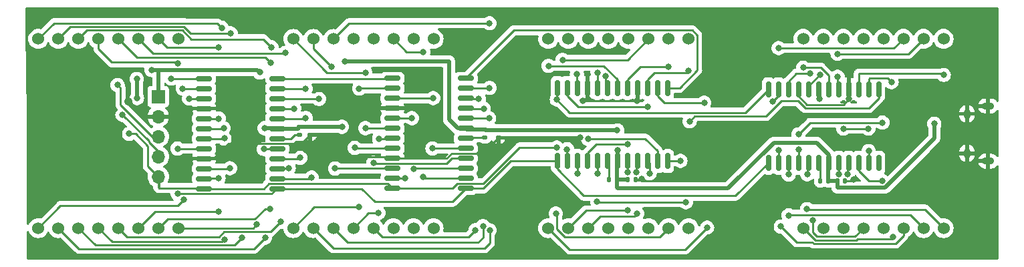
<source format=gbr>
%TF.GenerationSoftware,KiCad,Pcbnew,7.0.9*%
%TF.CreationDate,2024-01-25T00:03:06-08:00*%
%TF.ProjectId,Max7219_FC16,4d617837-3231-4395-9f46-4331362e6b69,rev?*%
%TF.SameCoordinates,Original*%
%TF.FileFunction,Copper,L1,Top*%
%TF.FilePolarity,Positive*%
%FSLAX46Y46*%
G04 Gerber Fmt 4.6, Leading zero omitted, Abs format (unit mm)*
G04 Created by KiCad (PCBNEW 7.0.9) date 2024-01-25 00:03:06*
%MOMM*%
%LPD*%
G01*
G04 APERTURE LIST*
G04 Aperture macros list*
%AMRoundRect*
0 Rectangle with rounded corners*
0 $1 Rounding radius*
0 $2 $3 $4 $5 $6 $7 $8 $9 X,Y pos of 4 corners*
0 Add a 4 corners polygon primitive as box body*
4,1,4,$2,$3,$4,$5,$6,$7,$8,$9,$2,$3,0*
0 Add four circle primitives for the rounded corners*
1,1,$1+$1,$2,$3*
1,1,$1+$1,$4,$5*
1,1,$1+$1,$6,$7*
1,1,$1+$1,$8,$9*
0 Add four rect primitives between the rounded corners*
20,1,$1+$1,$2,$3,$4,$5,0*
20,1,$1+$1,$4,$5,$6,$7,0*
20,1,$1+$1,$6,$7,$8,$9,0*
20,1,$1+$1,$8,$9,$2,$3,0*%
G04 Aperture macros list end*
%TA.AperFunction,ComponentPad*%
%ADD10R,1.700000X1.700000*%
%TD*%
%TA.AperFunction,ComponentPad*%
%ADD11O,1.700000X1.700000*%
%TD*%
%TA.AperFunction,ComponentPad*%
%ADD12O,1.550000X0.890000*%
%TD*%
%TA.AperFunction,ComponentPad*%
%ADD13O,0.950000X1.250000*%
%TD*%
%TA.AperFunction,ComponentPad*%
%ADD14C,1.524000*%
%TD*%
%TA.AperFunction,SMDPad,CuDef*%
%ADD15RoundRect,0.140000X-0.140000X-0.170000X0.140000X-0.170000X0.140000X0.170000X-0.140000X0.170000X0*%
%TD*%
%TA.AperFunction,SMDPad,CuDef*%
%ADD16RoundRect,0.135000X0.135000X0.185000X-0.135000X0.185000X-0.135000X-0.185000X0.135000X-0.185000X0*%
%TD*%
%TA.AperFunction,SMDPad,CuDef*%
%ADD17RoundRect,0.150000X-0.150000X0.875000X-0.150000X-0.875000X0.150000X-0.875000X0.150000X0.875000X0*%
%TD*%
%TA.AperFunction,SMDPad,CuDef*%
%ADD18RoundRect,0.150000X-0.875000X-0.150000X0.875000X-0.150000X0.875000X0.150000X-0.875000X0.150000X0*%
%TD*%
%TA.AperFunction,SMDPad,CuDef*%
%ADD19RoundRect,0.135000X-0.185000X0.135000X-0.185000X-0.135000X0.185000X-0.135000X0.185000X0.135000X0*%
%TD*%
%TA.AperFunction,SMDPad,CuDef*%
%ADD20RoundRect,0.140000X-0.170000X0.140000X-0.170000X-0.140000X0.170000X-0.140000X0.170000X0.140000X0*%
%TD*%
%TA.AperFunction,ViaPad*%
%ADD21C,0.800000*%
%TD*%
%TA.AperFunction,Conductor*%
%ADD22C,0.500000*%
%TD*%
%TA.AperFunction,Conductor*%
%ADD23C,0.250000*%
%TD*%
%TA.AperFunction,Conductor*%
%ADD24C,1.000000*%
%TD*%
G04 APERTURE END LIST*
D10*
%TO.P,J2,1,Pin_1*%
%TO.N,VUSB*%
X51308000Y-48310800D03*
D11*
%TO.P,J2,2,Pin_2*%
%TO.N,GND*%
X51308000Y-50850800D03*
%TO.P,J2,3,Pin_3*%
%TO.N,/ESP32 Section/MOSI*%
X51308000Y-53390800D03*
%TO.P,J2,4,Pin_4*%
%TO.N,/ESP32 Section/CLK*%
X51308000Y-55930800D03*
%TO.P,J2,5,Pin_5*%
%TO.N,/ESP32 Section/CS*%
X51308000Y-58470800D03*
%TD*%
D12*
%TO.P,J1,6,Shield*%
%TO.N,GND*%
X156438600Y-49500000D03*
D13*
X153738600Y-50500000D03*
D12*
X156438600Y-56500000D03*
D13*
X153738600Y-55500000D03*
%TD*%
D14*
%TO.P,U6,1,R5*%
%TO.N,Net-(U5-DIG_4)*%
X118490000Y-40985800D03*
%TO.P,U6,2,R7*%
%TO.N,Net-(U5-DIG_6)*%
X115950000Y-40985800D03*
%TO.P,U6,3,C2*%
%TO.N,Net-(U5-SEG_A)*%
X113410000Y-40985800D03*
%TO.P,U6,4,C3*%
%TO.N,Net-(U5-SEG_B)*%
X110870000Y-40985800D03*
%TO.P,U6,5,R8*%
%TO.N,Net-(U5-DIG_7)*%
X108330000Y-40985800D03*
%TO.P,U6,6,C5*%
%TO.N,Net-(U5-SEG_D)*%
X105790000Y-40985800D03*
%TO.P,U6,7,R6*%
%TO.N,Net-(U5-DIG_5)*%
X103250000Y-40985800D03*
%TO.P,U6,8,R3*%
%TO.N,Net-(U5-DIG_2)*%
X100710000Y-40985800D03*
%TO.P,U6,9,R1*%
%TO.N,Net-(U5-DIG_0)*%
X100710000Y-64988800D03*
%TO.P,U6,10,C4*%
%TO.N,Net-(U5-SEG_C)*%
X103250000Y-64988800D03*
%TO.P,U6,11,C6*%
%TO.N,Net-(U5-SEG_E)*%
X105790000Y-64988800D03*
%TO.P,U6,12,R4*%
%TO.N,Net-(U5-DIG_3)*%
X108330000Y-64988800D03*
%TO.P,U6,13,C1*%
%TO.N,Net-(U5-SEG_DP)*%
X110870000Y-64988800D03*
%TO.P,U6,14,R2*%
%TO.N,Net-(U5-DIG_1)*%
X113410000Y-64988800D03*
%TO.P,U6,15,C7*%
%TO.N,Net-(U5-SEG_F)*%
X115950000Y-64988800D03*
%TO.P,U6,16,C8*%
%TO.N,Net-(U5-SEG_G)*%
X118490000Y-64988800D03*
%TD*%
D15*
%TO.P,C3,1*%
%TO.N,VUSB*%
X110800000Y-58851800D03*
%TO.P,C3,2*%
%TO.N,GND*%
X111760000Y-58851800D03*
%TD*%
D16*
%TO.P,R3,2*%
%TO.N,Net-(U5-ISET)*%
X108379800Y-58877200D03*
%TO.P,R3,1*%
%TO.N,VUSB*%
X109399800Y-58877200D03*
%TD*%
D17*
%TO.P,U5,1,DIN*%
%TO.N,/Max7219_8x10/DIN*%
X115826668Y-47200000D03*
%TO.P,U5,2,DIG_0*%
%TO.N,Net-(U5-DIG_0)*%
X114556668Y-47200000D03*
%TO.P,U5,3,DIG_4*%
%TO.N,Net-(U5-DIG_4)*%
X113286668Y-47200000D03*
%TO.P,U5,4,GND*%
%TO.N,GND*%
X112016668Y-47200000D03*
%TO.P,U5,5,DIG_6*%
%TO.N,Net-(U5-DIG_6)*%
X110746668Y-47200000D03*
%TO.P,U5,6,DIG_2*%
%TO.N,Net-(U5-DIG_2)*%
X109476668Y-47200000D03*
%TO.P,U5,7,DIG_3*%
%TO.N,Net-(U5-DIG_3)*%
X108206668Y-47200000D03*
%TO.P,U5,8,DIG_7*%
%TO.N,Net-(U5-DIG_7)*%
X106936668Y-47200000D03*
%TO.P,U5,9,GND*%
%TO.N,GND*%
X105666668Y-47200000D03*
%TO.P,U5,10,DIG_5*%
%TO.N,Net-(U5-DIG_5)*%
X104396668Y-47200000D03*
%TO.P,U5,11,DIG_1*%
%TO.N,Net-(U5-DIG_1)*%
X103126668Y-47200000D03*
%TO.P,U5,12,~{CS}*%
%TO.N,/ESP32 Section/CS*%
X101856668Y-47200000D03*
%TO.P,U5,13,CLK*%
%TO.N,/ESP32 Section/CLK*%
X101856668Y-56500000D03*
%TO.P,U5,14,SEG_A*%
%TO.N,Net-(U5-SEG_A)*%
X103126668Y-56500000D03*
%TO.P,U5,15,SEG_F*%
%TO.N,Net-(U5-SEG_F)*%
X104396668Y-56500000D03*
%TO.P,U5,16,SEG_B*%
%TO.N,Net-(U5-SEG_B)*%
X105666668Y-56500000D03*
%TO.P,U5,17,SEG_G*%
%TO.N,Net-(U5-SEG_G)*%
X106936668Y-56500000D03*
%TO.P,U5,18,ISET*%
%TO.N,Net-(U5-ISET)*%
X108206668Y-56500000D03*
%TO.P,U5,19,V+*%
%TO.N,VUSB*%
X109476668Y-56500000D03*
%TO.P,U5,20,SEG_C*%
%TO.N,Net-(U5-SEG_C)*%
X110746668Y-56500000D03*
%TO.P,U5,21,SEG_E*%
%TO.N,Net-(U5-SEG_E)*%
X112016668Y-56500000D03*
%TO.P,U5,22,SEG_DP*%
%TO.N,Net-(U5-SEG_DP)*%
X113286668Y-56500000D03*
%TO.P,U5,23,SEG_D*%
%TO.N,Net-(U5-SEG_D)*%
X114556668Y-56500000D03*
%TO.P,U5,24,DOUT*%
%TO.N,/Max7219_8x10/DOUT*%
X115826668Y-56500000D03*
%TD*%
D14*
%TO.P,U2,1,R5*%
%TO.N,Net-(U1-DIG_4)*%
X86182200Y-40995600D03*
%TO.P,U2,2,R7*%
%TO.N,Net-(U1-DIG_6)*%
X83642200Y-40995600D03*
%TO.P,U2,3,C2*%
%TO.N,Net-(U1-SEG_A)*%
X81102200Y-40995600D03*
%TO.P,U2,4,C3*%
%TO.N,Net-(U1-SEG_B)*%
X78562200Y-40995600D03*
%TO.P,U2,5,R8*%
%TO.N,Net-(U1-DIG_7)*%
X76022200Y-40995600D03*
%TO.P,U2,6,C5*%
%TO.N,Net-(U1-SEG_D)*%
X73482200Y-40995600D03*
%TO.P,U2,7,R6*%
%TO.N,Net-(U1-DIG_5)*%
X70942200Y-40995600D03*
%TO.P,U2,8,R3*%
%TO.N,Net-(U1-DIG_2)*%
X68402200Y-40995600D03*
%TO.P,U2,9,R1*%
%TO.N,Net-(U1-DIG_0)*%
X68402200Y-64998600D03*
%TO.P,U2,10,C4*%
%TO.N,Net-(U1-SEG_C)*%
X70942200Y-64998600D03*
%TO.P,U2,11,C6*%
%TO.N,Net-(U1-SEG_E)*%
X73482200Y-64998600D03*
%TO.P,U2,12,R4*%
%TO.N,Net-(U1-DIG_3)*%
X76022200Y-64998600D03*
%TO.P,U2,13,C1*%
%TO.N,Net-(U1-SEG_DP)*%
X78562200Y-64998600D03*
%TO.P,U2,14,R2*%
%TO.N,Net-(U1-DIG_1)*%
X81102200Y-64998600D03*
%TO.P,U2,15,C7*%
%TO.N,Net-(U1-SEG_F)*%
X83642200Y-64998600D03*
%TO.P,U2,16,C8*%
%TO.N,Net-(U1-SEG_G)*%
X86182200Y-64998600D03*
%TD*%
D18*
%TO.P,U1,1,DIN*%
%TO.N,/Max7219_8x8/DOUT*%
X80971600Y-45999400D03*
%TO.P,U1,2,DIG_0*%
%TO.N,Net-(U1-DIG_0)*%
X80971600Y-47269400D03*
%TO.P,U1,3,DIG_4*%
%TO.N,Net-(U1-DIG_4)*%
X80971600Y-48539400D03*
%TO.P,U1,4,GND*%
%TO.N,GND*%
X80971600Y-49809400D03*
%TO.P,U1,5,DIG_6*%
%TO.N,Net-(U1-DIG_6)*%
X80971600Y-51079400D03*
%TO.P,U1,6,DIG_2*%
%TO.N,Net-(U1-DIG_2)*%
X80971600Y-52349400D03*
%TO.P,U1,7,DIG_3*%
%TO.N,Net-(U1-DIG_3)*%
X80971600Y-53619400D03*
%TO.P,U1,8,DIG_7*%
%TO.N,Net-(U1-DIG_7)*%
X80971600Y-54889400D03*
%TO.P,U1,9,GND*%
%TO.N,GND*%
X80971600Y-56159400D03*
%TO.P,U1,10,DIG_5*%
%TO.N,Net-(U1-DIG_5)*%
X80971600Y-57429400D03*
%TO.P,U1,11,DIG_1*%
%TO.N,Net-(U1-DIG_1)*%
X80971600Y-58699400D03*
%TO.P,U1,12,~{CS}*%
%TO.N,/ESP32 Section/CS*%
X80971600Y-59969400D03*
%TO.P,U1,13,CLK*%
%TO.N,/ESP32 Section/CLK*%
X90271600Y-59969400D03*
%TO.P,U1,14,SEG_A*%
%TO.N,Net-(U1-SEG_A)*%
X90271600Y-58699400D03*
%TO.P,U1,15,SEG_F*%
%TO.N,Net-(U1-SEG_F)*%
X90271600Y-57429400D03*
%TO.P,U1,16,SEG_B*%
%TO.N,Net-(U1-SEG_B)*%
X90271600Y-56159400D03*
%TO.P,U1,17,SEG_G*%
%TO.N,Net-(U1-SEG_G)*%
X90271600Y-54889400D03*
%TO.P,U1,18,ISET*%
%TO.N,Net-(U1-ISET)*%
X90271600Y-53619400D03*
%TO.P,U1,19,V+*%
%TO.N,VUSB*%
X90271600Y-52349400D03*
%TO.P,U1,20,SEG_C*%
%TO.N,Net-(U1-SEG_C)*%
X90271600Y-51079400D03*
%TO.P,U1,21,SEG_E*%
%TO.N,Net-(U1-SEG_E)*%
X90271600Y-49809400D03*
%TO.P,U1,22,SEG_DP*%
%TO.N,Net-(U1-SEG_DP)*%
X90271600Y-48539400D03*
%TO.P,U1,23,SEG_D*%
%TO.N,Net-(U1-SEG_D)*%
X90271600Y-47269400D03*
%TO.P,U1,24,DOUT*%
%TO.N,/Max7219_8x10/DIN*%
X90271600Y-45999400D03*
%TD*%
D19*
%TO.P,R2,1*%
%TO.N,VUSB*%
X92684600Y-52451000D03*
%TO.P,R2,2*%
%TO.N,Net-(U1-ISET)*%
X92684600Y-53471000D03*
%TD*%
%TO.P,R1,1*%
%TO.N,VUSB*%
X69212200Y-52145400D03*
%TO.P,R1,2*%
%TO.N,Net-(U3-ISET)*%
X69212200Y-53165400D03*
%TD*%
D20*
%TO.P,C2,1*%
%TO.N,VUSB*%
X94411800Y-52552600D03*
%TO.P,C2,2*%
%TO.N,GND*%
X94411800Y-53512600D03*
%TD*%
%TO.P,C1,1*%
%TO.N,VUSB*%
X70586600Y-52171600D03*
%TO.P,C1,2*%
%TO.N,GND*%
X70586600Y-53131600D03*
%TD*%
D15*
%TO.P,C4,1*%
%TO.N,VUSB*%
X137337800Y-59029600D03*
%TO.P,C4,2*%
%TO.N,GND*%
X138297800Y-59029600D03*
%TD*%
D14*
%TO.P,U8,16,C8*%
%TO.N,Net-(U7-SEG_G)*%
X150790000Y-64988800D03*
%TO.P,U8,15,C7*%
%TO.N,Net-(U7-SEG_F)*%
X148250000Y-64988800D03*
%TO.P,U8,14,R2*%
%TO.N,Net-(U7-DIG_1)*%
X145710000Y-64988800D03*
%TO.P,U8,13,C1*%
%TO.N,Net-(U7-SEG_DP)*%
X143170000Y-64988800D03*
%TO.P,U8,12,R4*%
%TO.N,Net-(U7-DIG_3)*%
X140630000Y-64988800D03*
%TO.P,U8,11,C6*%
%TO.N,Net-(U7-SEG_E)*%
X138090000Y-64988800D03*
%TO.P,U8,10,C4*%
%TO.N,Net-(U7-SEG_C)*%
X135550000Y-64988800D03*
%TO.P,U8,9,R1*%
%TO.N,Net-(U7-DIG_0)*%
X133010000Y-64988800D03*
%TO.P,U8,8,R3*%
%TO.N,Net-(U7-DIG_2)*%
X133010000Y-40985800D03*
%TO.P,U8,7,R6*%
%TO.N,Net-(U7-DIG_5)*%
X135550000Y-40985800D03*
%TO.P,U8,6,C5*%
%TO.N,Net-(U7-SEG_D)*%
X138090000Y-40985800D03*
%TO.P,U8,5,R8*%
%TO.N,Net-(U7-DIG_7)*%
X140630000Y-40985800D03*
%TO.P,U8,4,C3*%
%TO.N,Net-(U7-SEG_B)*%
X143170000Y-40985800D03*
%TO.P,U8,3,C2*%
%TO.N,Net-(U7-SEG_A)*%
X145710000Y-40985800D03*
%TO.P,U8,2,R7*%
%TO.N,Net-(U7-DIG_6)*%
X148250000Y-40985800D03*
%TO.P,U8,1,R5*%
%TO.N,Net-(U7-DIG_4)*%
X150790000Y-40985800D03*
%TD*%
D16*
%TO.P,R4,1*%
%TO.N,VUSB*%
X136194800Y-59029600D03*
%TO.P,R4,2*%
%TO.N,Net-(U7-ISET)*%
X135174800Y-59029600D03*
%TD*%
D18*
%TO.P,U3,1,DIN*%
%TO.N,/ESP32 Section/MOSI*%
X57095600Y-46015000D03*
%TO.P,U3,2,DIG_0*%
%TO.N,Net-(U3-DIG_0)*%
X57095600Y-47285000D03*
%TO.P,U3,3,DIG_4*%
%TO.N,Net-(U3-DIG_4)*%
X57095600Y-48555000D03*
%TO.P,U3,4,GND*%
%TO.N,GND*%
X57095600Y-49825000D03*
%TO.P,U3,5,DIG_6*%
%TO.N,Net-(U3-DIG_6)*%
X57095600Y-51095000D03*
%TO.P,U3,6,DIG_2*%
%TO.N,Net-(U3-DIG_2)*%
X57095600Y-52365000D03*
%TO.P,U3,7,DIG_3*%
%TO.N,Net-(U3-DIG_3)*%
X57095600Y-53635000D03*
%TO.P,U3,8,DIG_7*%
%TO.N,Net-(U3-DIG_7)*%
X57095600Y-54905000D03*
%TO.P,U3,9,GND*%
%TO.N,GND*%
X57095600Y-56175000D03*
%TO.P,U3,10,DIG_5*%
%TO.N,Net-(U3-DIG_5)*%
X57095600Y-57445000D03*
%TO.P,U3,11,DIG_1*%
%TO.N,Net-(U3-DIG_1)*%
X57095600Y-58715000D03*
%TO.P,U3,12,~{CS}*%
%TO.N,/ESP32 Section/CS*%
X57095600Y-59985000D03*
%TO.P,U3,13,CLK*%
%TO.N,/ESP32 Section/CLK*%
X66395600Y-59985000D03*
%TO.P,U3,14,SEG_A*%
%TO.N,Net-(U3-SEG_A)*%
X66395600Y-58715000D03*
%TO.P,U3,15,SEG_F*%
%TO.N,Net-(U3-SEG_F)*%
X66395600Y-57445000D03*
%TO.P,U3,16,SEG_B*%
%TO.N,Net-(U3-SEG_B)*%
X66395600Y-56175000D03*
%TO.P,U3,17,SEG_G*%
%TO.N,Net-(U3-SEG_G)*%
X66395600Y-54905000D03*
%TO.P,U3,18,ISET*%
%TO.N,Net-(U3-ISET)*%
X66395600Y-53635000D03*
%TO.P,U3,19,V+*%
%TO.N,VUSB*%
X66395600Y-52365000D03*
%TO.P,U3,20,SEG_C*%
%TO.N,Net-(U3-SEG_C)*%
X66395600Y-51095000D03*
%TO.P,U3,21,SEG_E*%
%TO.N,Net-(U3-SEG_E)*%
X66395600Y-49825000D03*
%TO.P,U3,22,SEG_DP*%
%TO.N,Net-(U3-SEG_DP)*%
X66395600Y-48555000D03*
%TO.P,U3,23,SEG_D*%
%TO.N,Net-(U3-SEG_D)*%
X66395600Y-47285000D03*
%TO.P,U3,24,DOUT*%
%TO.N,/Max7219_8x8/DOUT*%
X66395600Y-46015000D03*
%TD*%
D17*
%TO.P,U7,24,DOUT*%
%TO.N,/Max7219_8x11/DOUT*%
X142570200Y-56696400D03*
%TO.P,U7,23,SEG_D*%
%TO.N,Net-(U7-SEG_D)*%
X141300200Y-56696400D03*
%TO.P,U7,22,SEG_DP*%
%TO.N,Net-(U7-SEG_DP)*%
X140030200Y-56696400D03*
%TO.P,U7,21,SEG_E*%
%TO.N,Net-(U7-SEG_E)*%
X138760200Y-56696400D03*
%TO.P,U7,20,SEG_C*%
%TO.N,Net-(U7-SEG_C)*%
X137490200Y-56696400D03*
%TO.P,U7,19,V+*%
%TO.N,VUSB*%
X136220200Y-56696400D03*
%TO.P,U7,18,ISET*%
%TO.N,Net-(U7-ISET)*%
X134950200Y-56696400D03*
%TO.P,U7,17,SEG_G*%
%TO.N,Net-(U7-SEG_G)*%
X133680200Y-56696400D03*
%TO.P,U7,16,SEG_B*%
%TO.N,Net-(U7-SEG_B)*%
X132410200Y-56696400D03*
%TO.P,U7,15,SEG_F*%
%TO.N,Net-(U7-SEG_F)*%
X131140200Y-56696400D03*
%TO.P,U7,14,SEG_A*%
%TO.N,Net-(U7-SEG_A)*%
X129870200Y-56696400D03*
%TO.P,U7,13,CLK*%
%TO.N,/ESP32 Section/CLK*%
X128600200Y-56696400D03*
%TO.P,U7,12,~{CS}*%
%TO.N,/ESP32 Section/CS*%
X128600200Y-47396400D03*
%TO.P,U7,11,DIG_1*%
%TO.N,Net-(U7-DIG_1)*%
X129870200Y-47396400D03*
%TO.P,U7,10,DIG_5*%
%TO.N,Net-(U7-DIG_5)*%
X131140200Y-47396400D03*
%TO.P,U7,9,GND*%
%TO.N,GND*%
X132410200Y-47396400D03*
%TO.P,U7,8,DIG_7*%
%TO.N,Net-(U7-DIG_7)*%
X133680200Y-47396400D03*
%TO.P,U7,7,DIG_3*%
%TO.N,Net-(U7-DIG_3)*%
X134950200Y-47396400D03*
%TO.P,U7,6,DIG_2*%
%TO.N,Net-(U7-DIG_2)*%
X136220200Y-47396400D03*
%TO.P,U7,5,DIG_6*%
%TO.N,Net-(U7-DIG_6)*%
X137490200Y-47396400D03*
%TO.P,U7,4,GND*%
%TO.N,GND*%
X138760200Y-47396400D03*
%TO.P,U7,3,DIG_4*%
%TO.N,Net-(U7-DIG_4)*%
X140030200Y-47396400D03*
%TO.P,U7,2,DIG_0*%
%TO.N,Net-(U7-DIG_0)*%
X141300200Y-47396400D03*
%TO.P,U7,1,DIN*%
%TO.N,/Max7219_8x10/DOUT*%
X142570200Y-47396400D03*
%TD*%
D14*
%TO.P,U4,16,C8*%
%TO.N,Net-(U3-SEG_G)*%
X53890000Y-64988800D03*
%TO.P,U4,15,C7*%
%TO.N,Net-(U3-SEG_F)*%
X51350000Y-64988800D03*
%TO.P,U4,14,R2*%
%TO.N,Net-(U3-DIG_1)*%
X48810000Y-64988800D03*
%TO.P,U4,13,C1*%
%TO.N,Net-(U3-SEG_DP)*%
X46270000Y-64988800D03*
%TO.P,U4,12,R4*%
%TO.N,Net-(U3-DIG_3)*%
X43730000Y-64988800D03*
%TO.P,U4,11,C6*%
%TO.N,Net-(U3-SEG_E)*%
X41190000Y-64988800D03*
%TO.P,U4,10,C4*%
%TO.N,Net-(U3-SEG_C)*%
X38650000Y-64988800D03*
%TO.P,U4,9,R1*%
%TO.N,Net-(U3-DIG_0)*%
X36110000Y-64988800D03*
%TO.P,U4,8,R3*%
%TO.N,Net-(U3-DIG_2)*%
X36110000Y-40985800D03*
%TO.P,U4,7,R6*%
%TO.N,Net-(U3-DIG_5)*%
X38650000Y-40985800D03*
%TO.P,U4,6,C5*%
%TO.N,Net-(U3-SEG_D)*%
X41190000Y-40985800D03*
%TO.P,U4,5,R8*%
%TO.N,Net-(U3-DIG_7)*%
X43730000Y-40985800D03*
%TO.P,U4,4,C3*%
%TO.N,Net-(U3-SEG_B)*%
X46270000Y-40985800D03*
%TO.P,U4,3,C2*%
%TO.N,Net-(U3-SEG_A)*%
X48810000Y-40985800D03*
%TO.P,U4,2,R7*%
%TO.N,Net-(U3-DIG_6)*%
X51350000Y-40985800D03*
%TO.P,U4,1,R5*%
%TO.N,Net-(U3-DIG_4)*%
X53890000Y-40985800D03*
%TD*%
D21*
%TO.N,VUSB*%
X74574400Y-52146200D03*
X74955400Y-43815000D03*
%TO.N,/ESP32 Section/MOSI*%
X46148964Y-46851629D03*
%TO.N,/ESP32 Section/CLK*%
X46773500Y-50617901D03*
%TO.N,+3.3V*%
X48615600Y-48514000D03*
X48590200Y-46089000D03*
%TO.N,GND*%
X47498000Y-48895000D03*
%TO.N,VUSB*%
X149606000Y-51739800D03*
X64770000Y-52324000D03*
X64160400Y-45237400D03*
X50444400Y-44932600D03*
%TO.N,GND*%
X55372000Y-56184800D03*
X55372000Y-49834800D03*
%TO.N,/Max7219_8x10/DOUT*%
X118618000Y-51435000D03*
X117449600Y-56464200D03*
%TO.N,Net-(U7-DIG_7)*%
X135136400Y-45559200D03*
%TO.N,Net-(U7-SEG_G)*%
X133514500Y-58166000D03*
X133477000Y-62583900D03*
%TO.N,Net-(U7-SEG_F)*%
X131165600Y-58191400D03*
X131165600Y-63373000D03*
%TO.N,Net-(U7-SEG_DP)*%
X143027400Y-59004200D03*
%TO.N,Net-(U7-DIG_3)*%
X135102600Y-48602300D03*
X134239000Y-64033400D03*
%TO.N,Net-(U7-SEG_E)*%
X138630878Y-58144429D03*
%TO.N,Net-(U7-SEG_C)*%
X137481699Y-58120100D03*
%TO.N,Net-(U7-DIG_1)*%
X129171100Y-48891010D03*
X130175000Y-64795400D03*
%TO.N,Net-(U7-DIG_0)*%
X144195800Y-46469900D03*
X144348200Y-66141600D03*
%TO.N,GND*%
X138814500Y-48602300D03*
X139395200Y-58826400D03*
%TO.N,Net-(U7-DIG_4)*%
X150799800Y-45567600D03*
%TO.N,Net-(U7-DIG_6)*%
X137365500Y-45796200D03*
X137363200Y-42888500D03*
%TO.N,Net-(U7-SEG_A)*%
X129895600Y-42164000D03*
X129895600Y-55118000D03*
%TO.N,Net-(U7-SEG_B)*%
X143027400Y-51612800D03*
X132410200Y-55041800D03*
X132410200Y-53111400D03*
%TO.N,Net-(U7-SEG_D)*%
X141300200Y-55219600D03*
X138090000Y-52362700D03*
X141274800Y-52362700D03*
%TO.N,Net-(U7-DIG_5)*%
X133844883Y-45377700D03*
%TO.N,Net-(U7-DIG_2)*%
X133010000Y-44653200D03*
%TO.N,GND*%
X105065500Y-48844200D03*
X104749239Y-53514410D03*
%TO.N,VUSB*%
X109499400Y-55093800D03*
X109448600Y-52603400D03*
%TO.N,/ESP32 Section/CS*%
X101801000Y-48691800D03*
X101777800Y-54762400D03*
%TO.N,Net-(U5-SEG_G)*%
X106959400Y-58089800D03*
X118135400Y-61722000D03*
X106908600Y-61645800D03*
%TO.N,Net-(U5-SEG_F)*%
X104419400Y-58064400D03*
X101676200Y-63144400D03*
%TO.N,Net-(U5-DIG_1)*%
X113309400Y-49606200D03*
%TO.N,Net-(U5-SEG_DP)*%
X113538000Y-58064400D03*
%TO.N,Net-(U5-DIG_3)*%
X107973534Y-45696466D03*
%TO.N,Net-(U5-SEG_E)*%
X111848300Y-57942300D03*
X111988600Y-63144400D03*
%TO.N,Net-(U5-SEG_C)*%
X110751914Y-57942301D03*
X110769400Y-62763400D03*
%TO.N,Net-(U5-DIG_0)*%
X120472200Y-49098200D03*
X120827800Y-64922400D03*
%TO.N,GND*%
X111988600Y-48818800D03*
X112572800Y-58724800D03*
%TO.N,Net-(U5-DIG_4)*%
X118465600Y-45008800D03*
%TO.N,Net-(U5-DIG_6)*%
X115900200Y-44551600D03*
%TO.N,Net-(U5-SEG_A)*%
X103098600Y-54991000D03*
X102525500Y-43662600D03*
%TO.N,Net-(U5-SEG_B)*%
X110794800Y-54369300D03*
%TO.N,Net-(U5-DIG_7)*%
X106959400Y-45288200D03*
%TO.N,Net-(U5-SEG_D)*%
X105740200Y-53644800D03*
%TO.N,Net-(U5-DIG_5)*%
X104343200Y-45466000D03*
%TO.N,Net-(U5-DIG_2)*%
X100736400Y-44424600D03*
%TO.N,Net-(U1-SEG_G)*%
X86055200Y-54889400D03*
%TO.N,Net-(U1-SEG_F)*%
X83667600Y-57508900D03*
%TO.N,Net-(U1-DIG_1)*%
X82575400Y-58674000D03*
%TO.N,Net-(U1-SEG_DP)*%
X91922600Y-48590200D03*
X91488818Y-65252600D03*
%TO.N,Net-(U1-DIG_3)*%
X79286700Y-53644800D03*
X79197200Y-63068200D03*
%TO.N,Net-(U1-SEG_E)*%
X92532200Y-49834800D03*
X92450074Y-64742783D03*
%TO.N,Net-(U1-SEG_C)*%
X93218000Y-51079400D03*
X93294200Y-65278000D03*
%TO.N,Net-(U1-DIG_0)*%
X76758800Y-47294800D03*
X76758800Y-62306200D03*
%TO.N,Net-(U1-DIG_4)*%
X86131400Y-48514000D03*
%TO.N,Net-(U1-DIG_6)*%
X83439000Y-51054000D03*
%TO.N,Net-(U1-SEG_A)*%
X84836000Y-58521600D03*
X84886800Y-42646600D03*
%TO.N,Net-(U1-SEG_B)*%
X78562200Y-56704900D03*
%TO.N,Net-(U1-DIG_7)*%
X76200000Y-54813200D03*
%TO.N,Net-(U1-SEG_D)*%
X93268800Y-47218600D03*
X93268800Y-39014400D03*
%TO.N,Net-(U1-DIG_5)*%
X73228200Y-44551600D03*
X73710800Y-57429400D03*
%TO.N,Net-(U1-DIG_2)*%
X77546200Y-52324000D03*
X77546200Y-45290500D03*
%TO.N,/ESP32 Section/CS*%
X47625000Y-53024800D03*
%TO.N,/ESP32 Section/CLK*%
X53758500Y-60629300D03*
%TO.N,/ESP32 Section/MOSI*%
X52957300Y-46015000D03*
%TO.N,Net-(U3-SEG_G)*%
X64693800Y-54965600D03*
X63794473Y-64528282D03*
%TO.N,Net-(U3-SEG_F)*%
X65443260Y-62538741D03*
X67830100Y-57378600D03*
%TO.N,Net-(U3-DIG_1)*%
X58951700Y-58674000D03*
X58951700Y-62890400D03*
%TO.N,Net-(U3-SEG_DP)*%
X71666700Y-48615600D03*
X66819000Y-64177400D03*
%TO.N,Net-(U3-DIG_3)*%
X59690000Y-53619400D03*
X59690000Y-66445200D03*
%TO.N,Net-(U3-SEG_E)*%
X68527500Y-49834800D03*
X61950600Y-66205700D03*
%TO.N,Net-(U3-SEG_C)*%
X69976500Y-51028600D03*
X64846200Y-66205700D03*
%TO.N,Net-(U3-DIG_0)*%
X54406800Y-47285000D03*
X54584600Y-61379700D03*
%TO.N,Net-(U3-DIG_4)*%
X55219600Y-48555000D03*
%TO.N,Net-(U3-DIG_6)*%
X58965500Y-51104800D03*
X58965500Y-42074500D03*
%TO.N,Net-(U3-SEG_A)*%
X70739000Y-58572400D03*
X67397149Y-42788051D03*
%TO.N,Net-(U3-SEG_B)*%
X69291200Y-56083200D03*
X65582800Y-44043600D03*
%TO.N,Net-(U3-DIG_7)*%
X53746400Y-54905000D03*
X53797200Y-44082300D03*
%TO.N,Net-(U3-SEG_D)*%
X65659000Y-42074500D03*
X69977000Y-47320200D03*
%TO.N,Net-(U3-DIG_5)*%
X60401200Y-57404000D03*
X60486295Y-40296500D03*
%TO.N,Net-(U3-DIG_2)*%
X59588400Y-52324000D03*
X59334400Y-39585300D03*
%TD*%
D22*
%TO.N,VUSB*%
X51282600Y-44932600D02*
X63855600Y-44932600D01*
X50444400Y-44932600D02*
X51282600Y-44932600D01*
X51308000Y-44958000D02*
X51308000Y-48310800D01*
X51282600Y-44932600D02*
X51308000Y-44958000D01*
X88138000Y-51240799D02*
X88138000Y-43815000D01*
X90271600Y-52349400D02*
X89246601Y-52349400D01*
X88138000Y-43815000D02*
X74955400Y-43815000D01*
X89246601Y-52349400D02*
X88138000Y-51240799D01*
X74574400Y-52146200D02*
X70612000Y-52146200D01*
X70612000Y-52146200D02*
X70586600Y-52171600D01*
D23*
%TO.N,Net-(U3-SEG_A)*%
X67397149Y-42788051D02*
X67386200Y-42799000D01*
X67386200Y-42799000D02*
X50623200Y-42799000D01*
X50623200Y-42799000D02*
X48810000Y-40985800D01*
%TO.N,Net-(U3-SEG_B)*%
X65582800Y-44043600D02*
X64897000Y-43357800D01*
X64897000Y-43357800D02*
X48642000Y-43357800D01*
X48642000Y-43357800D02*
X46270000Y-40985800D01*
%TO.N,/ESP32 Section/MOSI*%
X46148964Y-46851629D02*
X46532800Y-47235465D01*
X46532800Y-47235465D02*
X46532800Y-49352200D01*
X46532800Y-49352200D02*
X50571400Y-53390800D01*
X50571400Y-53390800D02*
X51308000Y-53390800D01*
%TO.N,/ESP32 Section/CLK*%
X51308000Y-55269004D02*
X51308000Y-55930800D01*
X50133000Y-53968400D02*
X50133000Y-54094004D01*
X46773500Y-50617901D02*
X46782501Y-50617901D01*
X46782501Y-50617901D02*
X50133000Y-53968400D01*
X50133000Y-54094004D02*
X51308000Y-55269004D01*
%TO.N,/ESP32 Section/CS*%
X48427400Y-53024800D02*
X49987200Y-54584600D01*
X47625000Y-53024800D02*
X48427400Y-53024800D01*
X49987200Y-54584600D02*
X49987200Y-57175400D01*
X49987200Y-57175400D02*
X51384200Y-58572400D01*
X51384200Y-58572400D02*
X51384200Y-59904800D01*
D24*
%TO.N,GND*%
X47498000Y-48895000D02*
X47498000Y-48952035D01*
D22*
X47498000Y-48952035D02*
X49396765Y-50850800D01*
X49396765Y-50850800D02*
X54356000Y-50850800D01*
X54356000Y-50850800D02*
X55372000Y-49834800D01*
%TO.N,+3.3V*%
X48615600Y-48514000D02*
X48615600Y-46114400D01*
X48615600Y-46114400D02*
X48590200Y-46089000D01*
D23*
%TO.N,/ESP32 Section/CLK*%
X66303800Y-59985000D02*
X66395600Y-59985000D01*
X53758500Y-60629300D02*
X53784400Y-60655200D01*
X53784400Y-60655200D02*
X65633600Y-60655200D01*
X65633600Y-60655200D02*
X66303800Y-59985000D01*
%TO.N,/ESP32 Section/CS*%
X51384200Y-59904800D02*
X57015400Y-59904800D01*
X51308000Y-58470800D02*
X51308000Y-59828600D01*
X51308000Y-59828600D02*
X51384200Y-59904800D01*
%TO.N,/ESP32 Section/MOSI*%
X52957300Y-46015000D02*
X57095600Y-46015000D01*
%TO.N,Net-(U3-DIG_7)*%
X53746400Y-54905000D02*
X57095600Y-54905000D01*
X53682300Y-43967400D02*
X45440600Y-43967400D01*
X45440600Y-43967400D02*
X43730000Y-42256800D01*
X53797200Y-44082300D02*
X53682300Y-43967400D01*
X43730000Y-42256800D02*
X43730000Y-40985800D01*
%TO.N,Net-(U3-DIG_0)*%
X54406800Y-47285000D02*
X57095600Y-47285000D01*
%TO.N,Net-(U3-DIG_4)*%
X55219600Y-48555000D02*
X57095600Y-48555000D01*
D22*
%TO.N,VUSB*%
X137337800Y-59842400D02*
X137337800Y-59029600D01*
X149606000Y-51739800D02*
X149606000Y-53627682D01*
X143379482Y-59854200D02*
X137349600Y-59854200D01*
X149606000Y-53627682D02*
X143379482Y-59854200D01*
X137349600Y-59854200D02*
X137337800Y-59842400D01*
D23*
%TO.N,Net-(U7-SEG_D)*%
X141274800Y-52362700D02*
X138090000Y-52362700D01*
%TO.N,Net-(U7-SEG_B)*%
X143027400Y-51612800D02*
X143002000Y-51638200D01*
X143002000Y-51638200D02*
X133883400Y-51638200D01*
X133883400Y-51638200D02*
X132410200Y-53111400D01*
%TO.N,Net-(U3-DIG_0)*%
X54584600Y-61379700D02*
X53785100Y-62179200D01*
X53785100Y-62179200D02*
X38919600Y-62179200D01*
X38919600Y-62179200D02*
X36110000Y-64988800D01*
%TO.N,Net-(U3-DIG_2)*%
X59334400Y-39585300D02*
X58814300Y-39065200D01*
X58814300Y-39065200D02*
X54779443Y-39065200D01*
X54779443Y-39065200D02*
X54713043Y-38998800D01*
X54713043Y-38998800D02*
X38097000Y-38998800D01*
X38097000Y-38998800D02*
X36110000Y-40985800D01*
%TO.N,Net-(U3-DIG_5)*%
X60486295Y-40296500D02*
X60472995Y-40309800D01*
X60472995Y-40309800D02*
X55387647Y-40309800D01*
X54526647Y-39448800D02*
X40187000Y-39448800D01*
X55387647Y-40309800D02*
X54526647Y-39448800D01*
X40187000Y-39448800D02*
X38650000Y-40985800D01*
%TO.N,Net-(U3-SEG_D)*%
X65659000Y-42074500D02*
X64605500Y-41021000D01*
X64605500Y-41021000D02*
X55462451Y-41021000D01*
X54340251Y-39898800D02*
X42277000Y-39898800D01*
X55462451Y-41021000D02*
X54340251Y-39898800D01*
X42277000Y-39898800D02*
X41190000Y-40985800D01*
%TO.N,Net-(U7-DIG_1)*%
X130175000Y-64795400D02*
X132156200Y-66776600D01*
X132156200Y-66776600D02*
X134161404Y-66776600D01*
X134161404Y-66776600D02*
X134360604Y-66975800D01*
X134360604Y-66975800D02*
X144707800Y-66975800D01*
X144707800Y-66975800D02*
X145710000Y-65973600D01*
X145710000Y-65973600D02*
X145710000Y-64988800D01*
%TO.N,Net-(U3-SEG_C)*%
X64846200Y-66205700D02*
X63432200Y-67619700D01*
X41280900Y-67619700D02*
X38650000Y-64988800D01*
X63432200Y-67619700D02*
X41280900Y-67619700D01*
%TO.N,Net-(U1-SEG_DP)*%
X90626418Y-66115000D02*
X79678600Y-66115000D01*
X91488818Y-65252600D02*
X90626418Y-66115000D01*
X79678600Y-66115000D02*
X78562200Y-64998600D01*
%TO.N,Net-(U1-SEG_E)*%
X92450074Y-66179049D02*
X91789623Y-66839500D01*
X92450074Y-64742783D02*
X92450074Y-66179049D01*
X91789623Y-66839500D02*
X75323100Y-66839500D01*
X75323100Y-66839500D02*
X73482200Y-64998600D01*
%TO.N,Net-(U5-DIG_0)*%
X103437600Y-67716400D02*
X100710000Y-64988800D01*
X120827800Y-64922400D02*
X118033800Y-67716400D01*
X118033800Y-67716400D02*
X103437600Y-67716400D01*
%TO.N,Net-(U1-SEG_C)*%
X93294200Y-66922283D02*
X92652483Y-67564000D01*
X93294200Y-65278000D02*
X93294200Y-66922283D01*
X92652483Y-67564000D02*
X73507600Y-67564000D01*
X73507600Y-67564000D02*
X70942200Y-64998600D01*
D22*
%TO.N,VUSB*%
X64770000Y-52324000D02*
X66354600Y-52324000D01*
X66354600Y-52324000D02*
X66395600Y-52365000D01*
X64770000Y-52324000D02*
X64920600Y-52324000D01*
X63855600Y-44932600D02*
X64160400Y-45237400D01*
X64920600Y-52324000D02*
X64920600Y-52298600D01*
D23*
%TO.N,GND*%
X57095600Y-49825000D02*
X55381800Y-49825000D01*
X55381800Y-49825000D02*
X55372000Y-49834800D01*
X55372000Y-56184800D02*
X57085800Y-56184800D01*
X57085800Y-56184800D02*
X57095600Y-56175000D01*
X70586600Y-53131600D02*
X69458200Y-54260000D01*
X65289600Y-54240600D02*
X60186400Y-54240600D01*
X69458200Y-54260000D02*
X65309000Y-54260000D01*
X65309000Y-54260000D02*
X65289600Y-54240600D01*
X60186400Y-54240600D02*
X58252000Y-56175000D01*
X58252000Y-56175000D02*
X57095600Y-56175000D01*
D22*
%TO.N,VUSB*%
X109399800Y-58877200D02*
X109399800Y-59819000D01*
X109550200Y-59969400D02*
X123449516Y-59969400D01*
X109399800Y-59819000D02*
X109550200Y-59969400D01*
X123449516Y-59969400D02*
X129266116Y-54152800D01*
X129266116Y-54152800D02*
X134701599Y-54152800D01*
X134701599Y-54152800D02*
X136220200Y-55671401D01*
X136220200Y-55671401D02*
X136220200Y-56696400D01*
D23*
%TO.N,/ESP32 Section/CLK*%
X101856668Y-56500000D02*
X101856668Y-57524999D01*
X101856668Y-57524999D02*
X105215469Y-60883800D01*
X105215469Y-60883800D02*
X124412800Y-60883800D01*
X124412800Y-60883800D02*
X128600200Y-56696400D01*
%TO.N,/Max7219_8x10/DOUT*%
X118618000Y-51435000D02*
X119271800Y-50781200D01*
X119271800Y-50781200D02*
X128306215Y-50781200D01*
X128306215Y-50781200D02*
X130217815Y-48869600D01*
X130217815Y-48869600D02*
X132358004Y-48869600D01*
X132358004Y-48869600D02*
X133265704Y-49777300D01*
X141313095Y-49777300D02*
X142570200Y-48520195D01*
X133265704Y-49777300D02*
X141313095Y-49777300D01*
X142570200Y-48520195D02*
X142570200Y-47396400D01*
X115826668Y-56500000D02*
X117413800Y-56500000D01*
X117413800Y-56500000D02*
X117449600Y-56464200D01*
%TO.N,Net-(U7-DIG_7)*%
X133680200Y-46965492D02*
X135086492Y-45559200D01*
X133680200Y-47396400D02*
X133680200Y-46965492D01*
X135086492Y-45559200D02*
X135136400Y-45559200D01*
%TO.N,Net-(U7-DIG_2)*%
X133010000Y-44653200D02*
X135255000Y-44653200D01*
X135255000Y-44653200D02*
X136220200Y-45618400D01*
X136220200Y-45618400D02*
X136220200Y-47396400D01*
%TO.N,GND*%
X138814500Y-48602300D02*
X138089500Y-49327300D01*
X138089500Y-49327300D02*
X133452100Y-49327300D01*
X133452100Y-49327300D02*
X132410200Y-48285400D01*
X132410200Y-48285400D02*
X132410200Y-47396400D01*
%TO.N,Net-(U7-DIG_5)*%
X132133901Y-45377700D02*
X131140200Y-46371401D01*
X133844883Y-45377700D02*
X132133901Y-45377700D01*
X131140200Y-46371401D02*
X131140200Y-47396400D01*
%TO.N,Net-(U7-SEG_G)*%
X133477000Y-62583900D02*
X133529500Y-62636400D01*
X133529500Y-62636400D02*
X148437600Y-62636400D01*
X148437600Y-62636400D02*
X150790000Y-64988800D01*
%TO.N,Net-(U7-DIG_0)*%
X144348200Y-66141600D02*
X144094200Y-66395600D01*
X144094200Y-66395600D02*
X139859596Y-66395600D01*
X139729396Y-66525800D02*
X134547000Y-66525800D01*
X139859596Y-66395600D02*
X139729396Y-66525800D01*
X134547000Y-66525800D02*
X133010000Y-64988800D01*
%TO.N,Net-(U7-SEG_G)*%
X133514500Y-58166000D02*
X133514500Y-56862100D01*
X133514500Y-56862100D02*
X133680200Y-56696400D01*
%TO.N,Net-(U7-SEG_F)*%
X148250000Y-64988800D02*
X146569600Y-63308400D01*
X146569600Y-63308400D02*
X131230200Y-63308400D01*
X131230200Y-63308400D02*
X131165600Y-63373000D01*
X131165600Y-56721800D02*
X131140200Y-56696400D01*
X131165600Y-58191400D02*
X131165600Y-56721800D01*
%TO.N,Net-(U7-SEG_DP)*%
X143027400Y-59004200D02*
X141313001Y-59004200D01*
X141313001Y-59004200D02*
X140030200Y-57721399D01*
X140030200Y-57721399D02*
X140030200Y-56696400D01*
%TO.N,Net-(U7-DIG_3)*%
X139543000Y-66075800D02*
X134757400Y-66075800D01*
X134757400Y-66075800D02*
X134239000Y-65557400D01*
X134239000Y-65557400D02*
X134239000Y-64033400D01*
X140630000Y-64988800D02*
X139543000Y-66075800D01*
X135102600Y-48602300D02*
X135102600Y-47548800D01*
X135102600Y-47548800D02*
X134950200Y-47396400D01*
%TO.N,Net-(U7-SEG_E)*%
X138630878Y-58144429D02*
X138630878Y-56825722D01*
X138630878Y-56825722D02*
X138760200Y-56696400D01*
%TO.N,Net-(U7-SEG_C)*%
X137481699Y-56704901D02*
X137490200Y-56696400D01*
X137481699Y-58120100D02*
X137481699Y-56704901D01*
%TO.N,Net-(U7-DIG_1)*%
X129171100Y-48891010D02*
X129870200Y-48191910D01*
X129870200Y-48191910D02*
X129870200Y-47396400D01*
%TO.N,Net-(U7-DIG_0)*%
X143674500Y-45948600D02*
X141376400Y-45948600D01*
X144195800Y-46469900D02*
X143674500Y-45948600D01*
X141376400Y-45948600D02*
X141300200Y-46024800D01*
X141300200Y-46024800D02*
X141300200Y-47396400D01*
%TO.N,Net-(U7-DIG_4)*%
X150799800Y-45567600D02*
X150647400Y-45415200D01*
X150647400Y-45415200D02*
X140030200Y-45415200D01*
X140030200Y-45415200D02*
X140030200Y-47396400D01*
%TO.N,GND*%
X139192000Y-59029600D02*
X139395200Y-58826400D01*
X138297800Y-59029600D02*
X139192000Y-59029600D01*
X138814500Y-47450700D02*
X138760200Y-47396400D01*
X138814500Y-48602300D02*
X138814500Y-47450700D01*
D22*
%TO.N,VUSB*%
X136194800Y-59029600D02*
X136194800Y-56721800D01*
X136194800Y-56721800D02*
X136220200Y-56696400D01*
D23*
%TO.N,Net-(U7-ISET)*%
X135174800Y-59029600D02*
X135174800Y-56921000D01*
X135174800Y-56921000D02*
X134950200Y-56696400D01*
D22*
%TO.N,VUSB*%
X136194800Y-59029600D02*
X137337800Y-59029600D01*
D23*
%TO.N,Net-(U7-DIG_6)*%
X148250000Y-40985800D02*
X146347300Y-42888500D01*
X146347300Y-42888500D02*
X137363200Y-42888500D01*
X137365500Y-45796200D02*
X137365500Y-47271700D01*
X137365500Y-47271700D02*
X137490200Y-47396400D01*
%TO.N,Net-(U7-SEG_A)*%
X145653400Y-40985800D02*
X145618200Y-41021000D01*
X145710000Y-40985800D02*
X145653400Y-40985800D01*
X144475200Y-42164000D02*
X129895600Y-42164000D01*
X145618200Y-41021000D02*
X144475200Y-42164000D01*
X129895600Y-56671000D02*
X129870200Y-56696400D01*
X129895600Y-55118000D02*
X129895600Y-56671000D01*
%TO.N,Net-(U7-SEG_B)*%
X132410200Y-55041800D02*
X132410200Y-56696400D01*
%TO.N,Net-(U7-SEG_D)*%
X141300200Y-55219600D02*
X141300200Y-56696400D01*
%TO.N,/ESP32 Section/CS*%
X101801000Y-48691800D02*
X103440400Y-50331200D01*
X103440400Y-50331200D02*
X125665400Y-50331200D01*
X125665400Y-50331200D02*
X128600200Y-47396400D01*
%TO.N,GND*%
X105065500Y-48844200D02*
X105156000Y-48844200D01*
X105156000Y-48844200D02*
X105666668Y-48333532D01*
X105666668Y-48333532D02*
X105666668Y-47200000D01*
X97778868Y-53517800D02*
X104745849Y-53517800D01*
X104745849Y-53517800D02*
X104749239Y-53514410D01*
D22*
%TO.N,VUSB*%
X109499400Y-55093800D02*
X109499400Y-56477268D01*
X109397800Y-52552600D02*
X109448600Y-52603400D01*
X98631268Y-52552600D02*
X109397800Y-52552600D01*
X109499400Y-56477268D02*
X109476668Y-56500000D01*
D23*
%TO.N,/ESP32 Section/CS*%
X89215692Y-59324400D02*
X92515404Y-59324400D01*
X80971600Y-59969400D02*
X88570692Y-59969400D01*
X92515404Y-59324400D02*
X97077404Y-54762400D01*
X88570692Y-59969400D02*
X89215692Y-59324400D01*
X97077404Y-54762400D02*
X101777800Y-54762400D01*
X101801000Y-48691800D02*
X101801000Y-47255668D01*
X101801000Y-47255668D02*
X101856668Y-47200000D01*
%TO.N,/ESP32 Section/CLK*%
X90271600Y-59969400D02*
X92506800Y-59969400D01*
X92506800Y-59969400D02*
X95976200Y-56500000D01*
X95976200Y-56500000D02*
X101856668Y-56500000D01*
%TO.N,/ESP32 Section/CS*%
X57095600Y-59985000D02*
X64694692Y-59985000D01*
X64694692Y-59985000D02*
X65319892Y-59359800D01*
X65319892Y-59359800D02*
X80362000Y-59359800D01*
X80362000Y-59359800D02*
X80971600Y-59969400D01*
%TO.N,/Max7219_8x10/DIN*%
X90271600Y-45999400D02*
X96372200Y-39898800D01*
X96372200Y-39898800D02*
X118943600Y-39898800D01*
X118943600Y-39898800D02*
X119577000Y-40532200D01*
X119577000Y-40532200D02*
X119577000Y-44964200D01*
X119577000Y-44964200D02*
X117341200Y-47200000D01*
X117341200Y-47200000D02*
X115826668Y-47200000D01*
%TO.N,Net-(U5-DIG_0)*%
X120472200Y-49098200D02*
X115429869Y-49098200D01*
X115429869Y-49098200D02*
X114556668Y-48224999D01*
X114556668Y-48224999D02*
X114556668Y-47200000D01*
%TO.N,Net-(U5-SEG_G)*%
X106984800Y-61722000D02*
X106908600Y-61645800D01*
X118135400Y-61722000D02*
X106984800Y-61722000D01*
X106959400Y-58089800D02*
X106959400Y-56522732D01*
X106959400Y-56522732D02*
X106936668Y-56500000D01*
%TO.N,Net-(U5-SEG_F)*%
X104419400Y-58064400D02*
X104419400Y-56522732D01*
X104419400Y-56522732D02*
X104396668Y-56500000D01*
X101803200Y-63271400D02*
X101676200Y-63144400D01*
X101803200Y-65125600D02*
X101803200Y-63271400D01*
X115950000Y-64988800D02*
X114822600Y-66116200D01*
X102793800Y-66116200D02*
X101803200Y-65125600D01*
X114822600Y-66116200D02*
X102793800Y-66116200D01*
%TO.N,Net-(U5-DIG_1)*%
X103126668Y-48224999D02*
X103126668Y-47200000D01*
X113309400Y-49606200D02*
X104507869Y-49606200D01*
X104507869Y-49606200D02*
X103126668Y-48224999D01*
%TO.N,Net-(U5-SEG_DP)*%
X113538000Y-56751332D02*
X113286668Y-56500000D01*
X113538000Y-58064400D02*
X113538000Y-56751332D01*
%TO.N,Net-(U5-DIG_3)*%
X107973534Y-45696466D02*
X107973534Y-46966866D01*
X107973534Y-46966866D02*
X108206668Y-47200000D01*
%TO.N,Net-(U5-SEG_E)*%
X105790000Y-64988800D02*
X107290400Y-63488400D01*
X107290400Y-63488400D02*
X111644600Y-63488400D01*
X111644600Y-63488400D02*
X111988600Y-63144400D01*
X111848300Y-57942300D02*
X111848300Y-56668368D01*
X111848300Y-56668368D02*
X112016668Y-56500000D01*
%TO.N,Net-(U5-SEG_C)*%
X103250000Y-64988800D02*
X105475400Y-62763400D01*
X110751914Y-56505246D02*
X110746668Y-56500000D01*
X105475400Y-62763400D02*
X110769400Y-62763400D01*
X110751914Y-57942301D02*
X110751914Y-56505246D01*
%TO.N,GND*%
X111988600Y-48818800D02*
X106260469Y-48818800D01*
X106260469Y-48818800D02*
X105666668Y-48224999D01*
X105666668Y-48224999D02*
X105666668Y-47200000D01*
X111760000Y-58851800D02*
X112445800Y-58851800D01*
X112445800Y-58851800D02*
X112572800Y-58724800D01*
X111988600Y-48818800D02*
X111988600Y-47228068D01*
X111988600Y-47228068D02*
X112016668Y-47200000D01*
D22*
%TO.N,VUSB*%
X109399800Y-58877200D02*
X110774600Y-58877200D01*
X110774600Y-58877200D02*
X110800000Y-58851800D01*
D23*
%TO.N,Net-(U5-ISET)*%
X108379800Y-58877200D02*
X108379800Y-56673132D01*
X108379800Y-56673132D02*
X108206668Y-56500000D01*
D22*
%TO.N,VUSB*%
X109399800Y-58877200D02*
X109399800Y-56576868D01*
X109399800Y-56576868D02*
X109476668Y-56500000D01*
D23*
%TO.N,Net-(U5-DIG_4)*%
X114185069Y-45276600D02*
X113286668Y-46175001D01*
X118197800Y-45276600D02*
X114185069Y-45276600D01*
X113286668Y-46175001D02*
X113286668Y-47200000D01*
X118465600Y-45008800D02*
X118197800Y-45276600D01*
%TO.N,Net-(U5-DIG_6)*%
X115900200Y-44551600D02*
X112370069Y-44551600D01*
X112370069Y-44551600D02*
X110746668Y-46175001D01*
X110746668Y-46175001D02*
X110746668Y-47200000D01*
%TO.N,Net-(U5-SEG_A)*%
X113410000Y-40985800D02*
X110733200Y-43662600D01*
X110733200Y-43662600D02*
X102525500Y-43662600D01*
X103098600Y-54991000D02*
X103098600Y-56471932D01*
X103098600Y-56471932D02*
X103126668Y-56500000D01*
%TO.N,Net-(U5-SEG_B)*%
X110794800Y-54369300D02*
X106772369Y-54369300D01*
X106772369Y-54369300D02*
X105666668Y-55475001D01*
X105666668Y-55475001D02*
X105666668Y-56500000D01*
%TO.N,Net-(U5-DIG_7)*%
X106959400Y-45288200D02*
X106959400Y-47177268D01*
X106959400Y-47177268D02*
X106936668Y-47200000D01*
%TO.N,Net-(U5-SEG_D)*%
X114556668Y-55196868D02*
X114556668Y-56500000D01*
X105740200Y-53644800D02*
X113004600Y-53644800D01*
X113004600Y-53644800D02*
X114556668Y-55196868D01*
%TO.N,Net-(U5-DIG_5)*%
X104343200Y-45466000D02*
X104343200Y-47146532D01*
X104343200Y-47146532D02*
X104396668Y-47200000D01*
%TO.N,Net-(U5-DIG_2)*%
X100736400Y-44424600D02*
X107726267Y-44424600D01*
X107726267Y-44424600D02*
X109476668Y-46175001D01*
X109476668Y-46175001D02*
X109476668Y-47200000D01*
%TO.N,/ESP32 Section/CLK*%
X77104600Y-59985000D02*
X78765400Y-61645800D01*
X66395600Y-59985000D02*
X77104600Y-59985000D01*
X88595200Y-61645800D02*
X90271600Y-59969400D01*
X78765400Y-61645800D02*
X88595200Y-61645800D01*
%TO.N,GND*%
X80971600Y-56159400D02*
X87831804Y-56159400D01*
X88466804Y-55524400D02*
X92400000Y-55524400D01*
X87831804Y-56159400D02*
X88466804Y-55524400D01*
X92400000Y-55524400D02*
X94411800Y-53512600D01*
X72816600Y-53131600D02*
X75793600Y-56108600D01*
X80792100Y-55979900D02*
X80971600Y-56159400D01*
X70586600Y-53131600D02*
X72816600Y-53131600D01*
X75793600Y-56108600D02*
X75922300Y-55979900D01*
X75922300Y-55979900D02*
X80792100Y-55979900D01*
D22*
%TO.N,VUSB*%
X98631268Y-52552600D02*
X94411800Y-52552600D01*
D23*
%TO.N,GND*%
X94411800Y-53512600D02*
X94411800Y-53517800D01*
X94411800Y-53517800D02*
X97778868Y-53517800D01*
%TO.N,Net-(U1-ISET)*%
X92684600Y-53471000D02*
X90420000Y-53471000D01*
X90420000Y-53471000D02*
X90271600Y-53619400D01*
D22*
%TO.N,VUSB*%
X94411800Y-52552600D02*
X92786200Y-52552600D01*
X92786200Y-52552600D02*
X92684600Y-52451000D01*
X92684600Y-52451000D02*
X90373200Y-52451000D01*
X90373200Y-52451000D02*
X90271600Y-52349400D01*
D23*
%TO.N,Net-(U3-ISET)*%
X68602200Y-53165400D02*
X68122800Y-53644800D01*
X69212200Y-53165400D02*
X68602200Y-53165400D01*
X68122800Y-53644800D02*
X68113000Y-53635000D01*
X68113000Y-53635000D02*
X66395600Y-53635000D01*
D22*
%TO.N,VUSB*%
X70586600Y-52171600D02*
X69238400Y-52171600D01*
X69238400Y-52171600D02*
X69212200Y-52145400D01*
X69214200Y-52145400D02*
X69215000Y-52146200D01*
X69212200Y-52145400D02*
X69214200Y-52145400D01*
X69215000Y-52146200D02*
X68996200Y-52365000D01*
X68996200Y-52365000D02*
X66395600Y-52365000D01*
D23*
%TO.N,Net-(U1-SEG_G)*%
X86055200Y-54889400D02*
X90271600Y-54889400D01*
%TO.N,Net-(U1-SEG_F)*%
X83667600Y-57508900D02*
X83747100Y-57429400D01*
X83747100Y-57429400D02*
X90271600Y-57429400D01*
%TO.N,Net-(U1-DIG_1)*%
X82575400Y-58674000D02*
X80997000Y-58674000D01*
X80997000Y-58674000D02*
X80971600Y-58699400D01*
%TO.N,Net-(U1-SEG_DP)*%
X91922600Y-48590200D02*
X90322400Y-48590200D01*
X90322400Y-48590200D02*
X90271600Y-48539400D01*
%TO.N,Net-(U1-DIG_3)*%
X79286700Y-53644800D02*
X80946200Y-53644800D01*
X77952600Y-63068200D02*
X79197200Y-63068200D01*
X76022200Y-64998600D02*
X77952600Y-63068200D01*
X80946200Y-53644800D02*
X80971600Y-53619400D01*
%TO.N,Net-(U1-SEG_E)*%
X92532200Y-49834800D02*
X90297000Y-49834800D01*
X90297000Y-49834800D02*
X90271600Y-49809400D01*
%TO.N,Net-(U1-SEG_C)*%
X93218000Y-51079400D02*
X90271600Y-51079400D01*
%TO.N,Net-(U1-DIG_0)*%
X76758800Y-62306200D02*
X71094600Y-62306200D01*
X71094600Y-62306200D02*
X68402200Y-64998600D01*
X76758800Y-47294800D02*
X76784200Y-47269400D01*
X76784200Y-47269400D02*
X80971600Y-47269400D01*
%TO.N,Net-(U1-DIG_4)*%
X86131400Y-48514000D02*
X86106000Y-48539400D01*
X86106000Y-48539400D02*
X80971600Y-48539400D01*
%TO.N,Net-(U1-DIG_6)*%
X83439000Y-51054000D02*
X80997000Y-51054000D01*
X80997000Y-51054000D02*
X80971600Y-51079400D01*
%TO.N,Net-(U1-SEG_A)*%
X85013800Y-58699400D02*
X90271600Y-58699400D01*
X84836000Y-58521600D02*
X85013800Y-58699400D01*
X84886800Y-42646600D02*
X82753200Y-42646600D01*
X82753200Y-42646600D02*
X81102200Y-40995600D01*
%TO.N,Net-(U1-SEG_B)*%
X87843200Y-56784400D02*
X88519000Y-56108600D01*
X78641700Y-56784400D02*
X87843200Y-56784400D01*
X78562200Y-56704900D02*
X78641700Y-56784400D01*
X88569800Y-56159400D02*
X90271600Y-56159400D01*
X88519000Y-56108600D02*
X88569800Y-56159400D01*
%TO.N,Net-(U1-DIG_7)*%
X76200000Y-54813200D02*
X76276200Y-54889400D01*
X76276200Y-54889400D02*
X80971600Y-54889400D01*
%TO.N,Net-(U1-SEG_D)*%
X73482200Y-40995600D02*
X75463400Y-39014400D01*
X75463400Y-39014400D02*
X93268800Y-39014400D01*
X93268800Y-47218600D02*
X93218000Y-47269400D01*
X93218000Y-47269400D02*
X90271600Y-47269400D01*
%TO.N,Net-(U1-DIG_5)*%
X73710800Y-57429400D02*
X80971600Y-57429400D01*
X70942200Y-40995600D02*
X70942200Y-42265600D01*
X70942200Y-42265600D02*
X73228200Y-44551600D01*
%TO.N,Net-(U1-DIG_2)*%
X68402200Y-40995600D02*
X72697100Y-45290500D01*
X72697100Y-45290500D02*
X77546200Y-45290500D01*
X77546200Y-52324000D02*
X77571600Y-52349400D01*
X77571600Y-52349400D02*
X80971600Y-52349400D01*
%TO.N,/Max7219_8x8/DOUT*%
X66395600Y-46015000D02*
X80956000Y-46015000D01*
X80956000Y-46015000D02*
X80971600Y-45999400D01*
%TO.N,Net-(U3-SEG_F)*%
X65443260Y-62538741D02*
X64842259Y-62538741D01*
X64842259Y-62538741D02*
X63525400Y-63855600D01*
X52483200Y-63855600D02*
X51350000Y-64988800D01*
X63525400Y-63855600D02*
X52483200Y-63855600D01*
%TO.N,Net-(U3-SEG_DP)*%
X47372000Y-66090800D02*
X46270000Y-64988800D01*
X66819000Y-64177400D02*
X65515200Y-65481200D01*
X65515200Y-65481200D02*
X59628695Y-65481200D01*
X59628695Y-65481200D02*
X59019095Y-66090800D01*
X59019095Y-66090800D02*
X47372000Y-66090800D01*
%TO.N,Net-(U3-SEG_E)*%
X61950600Y-66205700D02*
X60986600Y-67169700D01*
X60986600Y-67169700D02*
X43370900Y-67169700D01*
X43370900Y-67169700D02*
X41190000Y-64988800D01*
%TO.N,Net-(U3-SEG_G)*%
X63794473Y-64528282D02*
X63333955Y-64988800D01*
X63333955Y-64988800D02*
X53890000Y-64988800D01*
%TO.N,/ESP32 Section/CS*%
X57015400Y-59904800D02*
X57095600Y-59985000D01*
%TO.N,Net-(U3-SEG_G)*%
X66335000Y-54965600D02*
X66395600Y-54905000D01*
X64693800Y-54965600D02*
X66335000Y-54965600D01*
%TO.N,Net-(U3-SEG_F)*%
X67830100Y-57378600D02*
X66462000Y-57378600D01*
X66462000Y-57378600D02*
X66395600Y-57445000D01*
%TO.N,Net-(U3-DIG_1)*%
X52684095Y-62904200D02*
X52670295Y-62890400D01*
X53298505Y-62890400D02*
X53284705Y-62904200D01*
X53284705Y-62904200D02*
X52684095Y-62904200D01*
X58951700Y-62890400D02*
X53298505Y-62890400D01*
X52670295Y-62890400D02*
X50908400Y-62890400D01*
X50908400Y-62890400D02*
X48810000Y-64988800D01*
X58951700Y-58674000D02*
X57136600Y-58674000D01*
X57136600Y-58674000D02*
X57095600Y-58715000D01*
%TO.N,Net-(U3-SEG_DP)*%
X71606100Y-48555000D02*
X66395600Y-48555000D01*
X71666700Y-48615600D02*
X71606100Y-48555000D01*
%TO.N,Net-(U3-DIG_3)*%
X43730000Y-64988800D02*
X45460900Y-66719700D01*
X45460900Y-66719700D02*
X59415500Y-66719700D01*
X59415500Y-66719700D02*
X59690000Y-66445200D01*
X59690000Y-53619400D02*
X59674400Y-53635000D01*
X59674400Y-53635000D02*
X57095600Y-53635000D01*
%TO.N,Net-(U3-SEG_E)*%
X68527500Y-49834800D02*
X66405400Y-49834800D01*
X66405400Y-49834800D02*
X66395600Y-49825000D01*
%TO.N,Net-(U3-SEG_C)*%
X69976500Y-51028600D02*
X69910100Y-51095000D01*
X69910100Y-51095000D02*
X66395600Y-51095000D01*
%TO.N,Net-(U3-DIG_6)*%
X51350000Y-40985800D02*
X52438700Y-42074500D01*
X52438700Y-42074500D02*
X58965500Y-42074500D01*
X58965500Y-51104800D02*
X57105400Y-51104800D01*
X57105400Y-51104800D02*
X57095600Y-51095000D01*
%TO.N,Net-(U3-SEG_A)*%
X70739000Y-58572400D02*
X70596400Y-58715000D01*
X70596400Y-58715000D02*
X66395600Y-58715000D01*
%TO.N,Net-(U3-SEG_B)*%
X69291200Y-56083200D02*
X69199400Y-56175000D01*
X69199400Y-56175000D02*
X66395600Y-56175000D01*
%TO.N,Net-(U3-SEG_D)*%
X69941800Y-47285000D02*
X66395600Y-47285000D01*
X69977000Y-47320200D02*
X69941800Y-47285000D01*
%TO.N,Net-(U3-DIG_5)*%
X60401200Y-57404000D02*
X60360200Y-57445000D01*
X60360200Y-57445000D02*
X57095600Y-57445000D01*
%TO.N,Net-(U3-DIG_2)*%
X57095600Y-52365000D02*
X59547400Y-52365000D01*
X59547400Y-52365000D02*
X59588400Y-52324000D01*
%TD*%
%TA.AperFunction,Conductor*%
%TO.N,GND*%
G36*
X157687966Y-37020185D02*
G01*
X157733721Y-37072989D01*
X157744927Y-37124181D01*
X157749500Y-38900183D01*
X157749500Y-48853837D01*
X157729815Y-48920876D01*
X157677011Y-48966631D01*
X157607853Y-48976575D01*
X157544297Y-48947550D01*
X157523710Y-48923457D01*
X157523588Y-48923552D01*
X157521625Y-48921016D01*
X157520268Y-48919428D01*
X157519740Y-48918581D01*
X157519735Y-48918575D01*
X157387325Y-48779279D01*
X157229574Y-48669481D01*
X157052957Y-48593689D01*
X156864697Y-48555000D01*
X156688600Y-48555000D01*
X156688600Y-49250000D01*
X156188600Y-49250000D01*
X156188600Y-48555000D01*
X156060679Y-48555000D01*
X155917390Y-48569570D01*
X155734020Y-48627103D01*
X155734010Y-48627108D01*
X155565966Y-48720380D01*
X155565965Y-48720380D01*
X155420139Y-48845567D01*
X155420138Y-48845568D01*
X155302497Y-48997548D01*
X155302495Y-48997552D01*
X155217854Y-49170106D01*
X155197168Y-49250000D01*
X156088976Y-49250000D01*
X156016055Y-49264505D01*
X155933360Y-49319760D01*
X155878105Y-49402455D01*
X155858702Y-49500000D01*
X155878105Y-49597545D01*
X155933360Y-49680240D01*
X156016055Y-49735495D01*
X156088976Y-49750000D01*
X155193462Y-49750000D01*
X155255798Y-49918314D01*
X155255802Y-49918323D01*
X155357459Y-50081419D01*
X155357464Y-50081424D01*
X155489874Y-50220720D01*
X155647625Y-50330518D01*
X155824242Y-50406310D01*
X156012503Y-50445000D01*
X156188600Y-50445000D01*
X156188600Y-49750000D01*
X156688600Y-49750000D01*
X156688600Y-50445000D01*
X156816521Y-50445000D01*
X156959809Y-50430429D01*
X157143179Y-50372896D01*
X157143189Y-50372891D01*
X157311233Y-50279619D01*
X157311234Y-50279619D01*
X157457057Y-50154434D01*
X157527443Y-50063503D01*
X157584044Y-50022539D01*
X157653807Y-50018678D01*
X157714583Y-50053147D01*
X157747075Y-50115002D01*
X157749500Y-50139404D01*
X157749500Y-55853837D01*
X157729815Y-55920876D01*
X157677011Y-55966631D01*
X157607853Y-55976575D01*
X157544297Y-55947550D01*
X157523710Y-55923457D01*
X157523588Y-55923552D01*
X157521625Y-55921016D01*
X157520268Y-55919428D01*
X157519740Y-55918581D01*
X157519735Y-55918575D01*
X157387325Y-55779279D01*
X157229574Y-55669481D01*
X157052957Y-55593689D01*
X156864697Y-55555000D01*
X156688600Y-55555000D01*
X156688600Y-56250000D01*
X156188600Y-56250000D01*
X156188600Y-55555000D01*
X156060679Y-55555000D01*
X155917390Y-55569570D01*
X155734020Y-55627103D01*
X155734010Y-55627108D01*
X155565966Y-55720380D01*
X155565965Y-55720380D01*
X155420139Y-55845567D01*
X155420138Y-55845568D01*
X155302497Y-55997548D01*
X155302495Y-55997552D01*
X155217854Y-56170106D01*
X155197168Y-56250000D01*
X156088976Y-56250000D01*
X156016055Y-56264505D01*
X155933360Y-56319760D01*
X155878105Y-56402455D01*
X155858702Y-56500000D01*
X155878105Y-56597545D01*
X155933360Y-56680240D01*
X156016055Y-56735495D01*
X156088976Y-56750000D01*
X155193462Y-56750000D01*
X155255798Y-56918314D01*
X155255802Y-56918323D01*
X155357459Y-57081419D01*
X155357464Y-57081424D01*
X155489874Y-57220720D01*
X155647625Y-57330518D01*
X155824242Y-57406310D01*
X156012503Y-57445000D01*
X156188600Y-57445000D01*
X156188600Y-56750000D01*
X156688600Y-56750000D01*
X156688600Y-57445000D01*
X156816521Y-57445000D01*
X156959809Y-57430429D01*
X157143179Y-57372896D01*
X157143189Y-57372891D01*
X157311233Y-57279619D01*
X157311234Y-57279619D01*
X157457057Y-57154434D01*
X157527443Y-57063503D01*
X157584044Y-57022539D01*
X157653807Y-57018678D01*
X157714583Y-57053147D01*
X157747075Y-57115002D01*
X157749500Y-57139404D01*
X157749500Y-68837406D01*
X157729815Y-68904445D01*
X157677011Y-68950200D01*
X157625537Y-68961406D01*
X34806820Y-68998256D01*
X34739775Y-68978592D01*
X34694004Y-68925801D01*
X34682783Y-68874109D01*
X34686855Y-65483362D01*
X34706620Y-65416349D01*
X34759479Y-65370658D01*
X34828649Y-65360797D01*
X34892170Y-65389899D01*
X34923237Y-65431109D01*
X35012466Y-65622462D01*
X35012468Y-65622466D01*
X35139170Y-65803415D01*
X35139175Y-65803421D01*
X35295378Y-65959624D01*
X35295384Y-65959629D01*
X35476333Y-66086331D01*
X35476335Y-66086332D01*
X35476338Y-66086334D01*
X35676550Y-66179694D01*
X35889932Y-66236870D01*
X36044253Y-66250371D01*
X36109998Y-66256123D01*
X36110000Y-66256123D01*
X36110002Y-66256123D01*
X36175747Y-66250371D01*
X36330068Y-66236870D01*
X36543450Y-66179694D01*
X36743662Y-66086334D01*
X36924620Y-65959626D01*
X37080826Y-65803420D01*
X37207534Y-65622462D01*
X37267618Y-65493611D01*
X37313790Y-65441171D01*
X37380983Y-65422019D01*
X37447865Y-65442235D01*
X37492382Y-65493611D01*
X37552464Y-65622458D01*
X37552468Y-65622466D01*
X37679170Y-65803415D01*
X37679175Y-65803421D01*
X37835378Y-65959624D01*
X37835384Y-65959629D01*
X38016333Y-66086331D01*
X38016335Y-66086332D01*
X38016338Y-66086334D01*
X38216550Y-66179694D01*
X38429932Y-66236870D01*
X38584253Y-66250371D01*
X38649998Y-66256123D01*
X38650000Y-66256123D01*
X38650002Y-66256123D01*
X38715747Y-66250371D01*
X38870068Y-66236870D01*
X38914022Y-66225092D01*
X38983870Y-66226755D01*
X39033795Y-66257185D01*
X39911594Y-67134985D01*
X40780097Y-68003488D01*
X40789922Y-68015751D01*
X40790143Y-68015569D01*
X40795114Y-68021578D01*
X40814906Y-68040163D01*
X40845535Y-68068926D01*
X40866429Y-68089820D01*
X40871911Y-68094073D01*
X40876343Y-68097857D01*
X40910318Y-68129762D01*
X40927876Y-68139414D01*
X40944135Y-68150095D01*
X40959964Y-68162373D01*
X41002738Y-68180882D01*
X41007956Y-68183438D01*
X41048808Y-68205897D01*
X41068216Y-68210880D01*
X41086617Y-68217180D01*
X41105004Y-68225137D01*
X41148388Y-68232008D01*
X41151019Y-68232425D01*
X41156739Y-68233609D01*
X41201881Y-68245200D01*
X41221916Y-68245200D01*
X41241314Y-68246726D01*
X41261094Y-68249859D01*
X41261095Y-68249860D01*
X41261095Y-68249859D01*
X41261096Y-68249860D01*
X41307484Y-68245475D01*
X41313322Y-68245200D01*
X63349457Y-68245200D01*
X63365077Y-68246924D01*
X63365104Y-68246639D01*
X63372860Y-68247371D01*
X63372867Y-68247373D01*
X63442014Y-68245200D01*
X63471550Y-68245200D01*
X63478428Y-68244330D01*
X63484241Y-68243872D01*
X63530827Y-68242409D01*
X63550069Y-68236817D01*
X63569112Y-68232874D01*
X63588992Y-68230364D01*
X63632322Y-68213207D01*
X63637846Y-68211317D01*
X63641596Y-68210227D01*
X63682590Y-68198318D01*
X63699829Y-68188122D01*
X63717303Y-68179562D01*
X63735927Y-68172188D01*
X63735927Y-68172187D01*
X63735932Y-68172186D01*
X63773649Y-68144782D01*
X63778505Y-68141592D01*
X63818620Y-68117870D01*
X63832789Y-68103699D01*
X63847579Y-68091068D01*
X63863787Y-68079294D01*
X63893499Y-68043376D01*
X63897412Y-68039076D01*
X64793972Y-67142519D01*
X64855295Y-67109034D01*
X64881653Y-67106200D01*
X64940844Y-67106200D01*
X64940846Y-67106200D01*
X65126003Y-67066844D01*
X65298930Y-66989851D01*
X65452071Y-66878588D01*
X65578733Y-66737916D01*
X65673379Y-66573984D01*
X65731874Y-66393956D01*
X65751660Y-66205700D01*
X65746828Y-66159732D01*
X65759397Y-66091006D01*
X65807128Y-66039982D01*
X65812138Y-66037531D01*
X65812092Y-66037447D01*
X65818926Y-66033689D01*
X65818927Y-66033687D01*
X65818932Y-66033686D01*
X65856649Y-66006282D01*
X65861505Y-66003092D01*
X65901620Y-65979370D01*
X65915789Y-65965199D01*
X65930579Y-65952568D01*
X65946787Y-65940794D01*
X65976499Y-65904876D01*
X65980412Y-65900576D01*
X66766771Y-65114219D01*
X66828094Y-65080734D01*
X66854452Y-65077900D01*
X66913644Y-65077900D01*
X66913646Y-65077900D01*
X67000558Y-65059426D01*
X67070221Y-65064742D01*
X67125955Y-65106878D01*
X67149864Y-65169908D01*
X67154129Y-65218663D01*
X67154130Y-65218670D01*
X67211304Y-65432045D01*
X67211305Y-65432047D01*
X67211306Y-65432050D01*
X67244582Y-65503411D01*
X67304666Y-65632262D01*
X67304668Y-65632266D01*
X67431370Y-65813215D01*
X67431375Y-65813221D01*
X67587578Y-65969424D01*
X67587584Y-65969429D01*
X67768533Y-66096131D01*
X67768535Y-66096132D01*
X67768538Y-66096134D01*
X67968750Y-66189494D01*
X68182132Y-66246670D01*
X68314507Y-66258251D01*
X68402198Y-66265923D01*
X68402200Y-66265923D01*
X68402202Y-66265923D01*
X68457217Y-66261109D01*
X68622268Y-66246670D01*
X68835650Y-66189494D01*
X69035862Y-66096134D01*
X69216820Y-65969426D01*
X69373026Y-65813220D01*
X69499734Y-65632262D01*
X69559818Y-65503411D01*
X69605990Y-65450971D01*
X69673183Y-65431819D01*
X69740065Y-65452035D01*
X69784582Y-65503411D01*
X69844664Y-65632258D01*
X69844668Y-65632266D01*
X69971370Y-65813215D01*
X69971375Y-65813221D01*
X70127578Y-65969424D01*
X70127584Y-65969429D01*
X70308533Y-66096131D01*
X70308535Y-66096132D01*
X70308538Y-66096134D01*
X70508750Y-66189494D01*
X70722132Y-66246670D01*
X70854507Y-66258251D01*
X70942198Y-66265923D01*
X70942200Y-66265923D01*
X70942202Y-66265923D01*
X70997217Y-66261109D01*
X71162268Y-66246670D01*
X71206222Y-66234892D01*
X71276070Y-66236555D01*
X71325995Y-66266985D01*
X72168043Y-67109034D01*
X73006797Y-67947788D01*
X73016622Y-67960051D01*
X73016843Y-67959869D01*
X73021814Y-67965878D01*
X73042643Y-67985437D01*
X73072235Y-68013226D01*
X73093129Y-68034120D01*
X73098611Y-68038373D01*
X73103043Y-68042157D01*
X73137018Y-68074062D01*
X73154576Y-68083714D01*
X73170835Y-68094395D01*
X73186664Y-68106673D01*
X73229438Y-68125182D01*
X73234656Y-68127738D01*
X73275508Y-68150197D01*
X73294916Y-68155180D01*
X73313317Y-68161480D01*
X73331704Y-68169437D01*
X73373104Y-68175994D01*
X73377719Y-68176725D01*
X73383439Y-68177909D01*
X73428581Y-68189500D01*
X73448616Y-68189500D01*
X73468014Y-68191026D01*
X73487794Y-68194159D01*
X73487795Y-68194160D01*
X73487795Y-68194159D01*
X73487796Y-68194160D01*
X73534184Y-68189775D01*
X73540022Y-68189500D01*
X92569740Y-68189500D01*
X92585360Y-68191224D01*
X92585387Y-68190939D01*
X92593143Y-68191671D01*
X92593150Y-68191673D01*
X92662297Y-68189500D01*
X92691833Y-68189500D01*
X92698711Y-68188630D01*
X92704524Y-68188172D01*
X92751110Y-68186709D01*
X92770352Y-68181117D01*
X92789395Y-68177174D01*
X92809275Y-68174664D01*
X92852605Y-68157507D01*
X92858129Y-68155617D01*
X92861879Y-68154527D01*
X92902873Y-68142618D01*
X92920112Y-68132422D01*
X92937586Y-68123862D01*
X92956210Y-68116488D01*
X92956210Y-68116487D01*
X92956215Y-68116486D01*
X92993932Y-68089082D01*
X92998788Y-68085892D01*
X93038903Y-68062170D01*
X93053072Y-68047999D01*
X93067862Y-68035368D01*
X93084070Y-68023594D01*
X93113782Y-67987676D01*
X93117695Y-67983376D01*
X93677987Y-67423085D01*
X93690242Y-67413269D01*
X93690059Y-67413047D01*
X93696066Y-67408075D01*
X93696077Y-67408069D01*
X93727993Y-67374082D01*
X93743427Y-67357647D01*
X93753871Y-67347201D01*
X93764320Y-67336754D01*
X93768579Y-67331261D01*
X93772352Y-67326844D01*
X93804262Y-67292865D01*
X93813915Y-67275303D01*
X93824589Y-67259053D01*
X93836873Y-67243219D01*
X93855380Y-67200450D01*
X93857949Y-67195207D01*
X93867146Y-67178478D01*
X93880397Y-67154375D01*
X93885377Y-67134974D01*
X93891678Y-67116571D01*
X93899638Y-67098179D01*
X93906930Y-67052132D01*
X93908111Y-67046435D01*
X93919700Y-67001302D01*
X93919700Y-66981266D01*
X93921227Y-66961865D01*
X93922571Y-66953381D01*
X93924360Y-66942087D01*
X93919975Y-66895698D01*
X93919700Y-66889860D01*
X93919700Y-65976687D01*
X93939385Y-65909648D01*
X93951550Y-65893715D01*
X93982610Y-65859219D01*
X94026733Y-65810216D01*
X94121379Y-65646284D01*
X94179874Y-65466256D01*
X94199660Y-65278000D01*
X94179874Y-65089744D01*
X94121379Y-64909716D01*
X94026733Y-64745784D01*
X93900071Y-64605112D01*
X93900070Y-64605111D01*
X93746934Y-64493851D01*
X93746929Y-64493848D01*
X93574007Y-64416857D01*
X93574002Y-64416855D01*
X93428201Y-64385865D01*
X93388846Y-64377500D01*
X93388845Y-64377500D01*
X93350577Y-64377500D01*
X93283538Y-64357815D01*
X93243190Y-64315500D01*
X93205091Y-64249511D01*
X93182607Y-64210567D01*
X93055945Y-64069895D01*
X93055944Y-64069894D01*
X92902806Y-63958633D01*
X92902803Y-63958631D01*
X92729881Y-63881640D01*
X92729876Y-63881638D01*
X92580348Y-63849856D01*
X92544720Y-63842283D01*
X92355428Y-63842283D01*
X92322971Y-63849181D01*
X92170271Y-63881638D01*
X92170266Y-63881640D01*
X91997344Y-63958631D01*
X91997342Y-63958633D01*
X91844203Y-64069894D01*
X91717539Y-64210568D01*
X91671622Y-64290100D01*
X91621055Y-64338316D01*
X91564235Y-64352100D01*
X91394172Y-64352100D01*
X91379875Y-64355139D01*
X91209015Y-64391455D01*
X91209010Y-64391457D01*
X91036088Y-64468448D01*
X91036083Y-64468451D01*
X90882947Y-64579711D01*
X90756284Y-64720385D01*
X90661639Y-64884315D01*
X90661636Y-64884322D01*
X90611527Y-65038544D01*
X90603144Y-65064344D01*
X90586924Y-65218670D01*
X90585497Y-65232250D01*
X90558912Y-65296864D01*
X90549865Y-65306960D01*
X90403644Y-65453182D01*
X90342324Y-65486666D01*
X90315965Y-65489500D01*
X87519301Y-65489500D01*
X87452262Y-65469815D01*
X87406507Y-65417011D01*
X87396563Y-65347853D01*
X87399526Y-65333407D01*
X87416118Y-65271484D01*
X87430270Y-65218668D01*
X87449523Y-64998600D01*
X87448665Y-64988797D01*
X87439525Y-64884316D01*
X87430270Y-64778532D01*
X87373094Y-64565150D01*
X87279734Y-64364939D01*
X87194224Y-64242817D01*
X87153027Y-64183981D01*
X87075095Y-64106049D01*
X86996820Y-64027774D01*
X86996816Y-64027771D01*
X86996815Y-64027770D01*
X86815866Y-63901068D01*
X86815862Y-63901066D01*
X86798697Y-63893062D01*
X86615650Y-63807706D01*
X86615647Y-63807705D01*
X86615645Y-63807704D01*
X86402270Y-63750530D01*
X86402262Y-63750529D01*
X86182202Y-63731277D01*
X86182198Y-63731277D01*
X85962137Y-63750529D01*
X85962129Y-63750530D01*
X85748754Y-63807704D01*
X85748750Y-63807706D01*
X85734952Y-63814140D01*
X85548540Y-63901065D01*
X85548538Y-63901066D01*
X85367577Y-64027775D01*
X85211375Y-64183977D01*
X85084666Y-64364938D01*
X85084665Y-64364940D01*
X85024582Y-64493789D01*
X84978409Y-64546228D01*
X84911216Y-64565380D01*
X84844335Y-64545164D01*
X84799818Y-64493789D01*
X84768730Y-64427122D01*
X84739734Y-64364939D01*
X84654224Y-64242817D01*
X84613027Y-64183981D01*
X84535095Y-64106049D01*
X84456820Y-64027774D01*
X84456816Y-64027771D01*
X84456815Y-64027770D01*
X84275866Y-63901068D01*
X84275862Y-63901066D01*
X84258697Y-63893062D01*
X84075650Y-63807706D01*
X84075647Y-63807705D01*
X84075645Y-63807704D01*
X83862270Y-63750530D01*
X83862262Y-63750529D01*
X83642202Y-63731277D01*
X83642198Y-63731277D01*
X83422137Y-63750529D01*
X83422129Y-63750530D01*
X83208754Y-63807704D01*
X83208750Y-63807706D01*
X83194952Y-63814140D01*
X83008540Y-63901065D01*
X83008538Y-63901066D01*
X82827577Y-64027775D01*
X82671375Y-64183977D01*
X82544666Y-64364938D01*
X82544665Y-64364940D01*
X82484582Y-64493789D01*
X82438409Y-64546228D01*
X82371216Y-64565380D01*
X82304335Y-64545164D01*
X82259818Y-64493789D01*
X82228730Y-64427122D01*
X82199734Y-64364939D01*
X82114224Y-64242817D01*
X82073027Y-64183981D01*
X81995095Y-64106049D01*
X81916820Y-64027774D01*
X81916816Y-64027771D01*
X81916815Y-64027770D01*
X81735866Y-63901068D01*
X81735862Y-63901066D01*
X81718697Y-63893062D01*
X81535650Y-63807706D01*
X81535647Y-63807705D01*
X81535645Y-63807704D01*
X81322270Y-63750530D01*
X81322262Y-63750529D01*
X81102202Y-63731277D01*
X81102198Y-63731277D01*
X80882137Y-63750529D01*
X80882129Y-63750530D01*
X80668754Y-63807704D01*
X80668750Y-63807706D01*
X80654952Y-63814140D01*
X80468540Y-63901065D01*
X80468538Y-63901066D01*
X80287577Y-64027775D01*
X80131375Y-64183977D01*
X80004666Y-64364938D01*
X80004665Y-64364940D01*
X79944582Y-64493789D01*
X79898409Y-64546228D01*
X79831216Y-64565380D01*
X79764335Y-64545164D01*
X79719818Y-64493789D01*
X79688730Y-64427122D01*
X79659734Y-64364939D01*
X79574224Y-64242817D01*
X79533027Y-64183981D01*
X79506095Y-64157049D01*
X79467151Y-64118105D01*
X79433668Y-64056785D01*
X79438652Y-63987093D01*
X79480523Y-63931159D01*
X79504398Y-63917147D01*
X79547703Y-63897865D01*
X79649930Y-63852351D01*
X79803071Y-63741088D01*
X79929733Y-63600416D01*
X80024379Y-63436484D01*
X80082874Y-63256456D01*
X80102660Y-63068200D01*
X80082874Y-62879944D01*
X80024379Y-62699916D01*
X79929733Y-62535984D01*
X79877769Y-62478272D01*
X79847539Y-62415280D01*
X79856164Y-62345945D01*
X79900906Y-62292280D01*
X79967558Y-62271322D01*
X79969919Y-62271300D01*
X88512457Y-62271300D01*
X88528077Y-62273024D01*
X88528104Y-62272739D01*
X88535860Y-62273471D01*
X88535867Y-62273473D01*
X88605014Y-62271300D01*
X88634550Y-62271300D01*
X88641428Y-62270430D01*
X88647241Y-62269972D01*
X88693827Y-62268509D01*
X88713069Y-62262917D01*
X88732112Y-62258974D01*
X88751992Y-62256464D01*
X88795322Y-62239307D01*
X88800846Y-62237417D01*
X88810807Y-62234523D01*
X88845590Y-62224418D01*
X88862829Y-62214222D01*
X88880303Y-62205662D01*
X88898927Y-62198288D01*
X88898927Y-62198287D01*
X88898932Y-62198286D01*
X88936649Y-62170882D01*
X88941505Y-62167692D01*
X88981620Y-62143970D01*
X88995789Y-62129799D01*
X89010579Y-62117168D01*
X89026787Y-62105394D01*
X89056499Y-62069476D01*
X89060412Y-62065176D01*
X90319371Y-60806219D01*
X90380694Y-60772734D01*
X90407052Y-60769900D01*
X91212296Y-60769900D01*
X91230731Y-60768449D01*
X91249169Y-60766998D01*
X91249171Y-60766997D01*
X91249173Y-60766997D01*
X91290791Y-60754905D01*
X91406998Y-60721144D01*
X91548465Y-60637481D01*
X91548470Y-60637476D01*
X91554728Y-60631219D01*
X91616051Y-60597734D01*
X91642409Y-60594900D01*
X92424057Y-60594900D01*
X92439677Y-60596624D01*
X92439704Y-60596339D01*
X92447460Y-60597071D01*
X92447467Y-60597073D01*
X92516614Y-60594900D01*
X92546150Y-60594900D01*
X92553028Y-60594030D01*
X92558841Y-60593572D01*
X92605427Y-60592109D01*
X92624669Y-60586517D01*
X92643712Y-60582574D01*
X92663592Y-60580064D01*
X92706922Y-60562907D01*
X92712446Y-60561017D01*
X92716196Y-60559927D01*
X92757190Y-60548018D01*
X92774429Y-60537822D01*
X92791903Y-60529262D01*
X92810527Y-60521888D01*
X92810527Y-60521887D01*
X92810532Y-60521886D01*
X92848249Y-60494482D01*
X92853105Y-60491292D01*
X92893220Y-60467570D01*
X92907389Y-60453399D01*
X92922179Y-60440768D01*
X92938387Y-60428994D01*
X92968099Y-60393076D01*
X92972012Y-60388776D01*
X96198971Y-57161819D01*
X96260294Y-57128334D01*
X96286652Y-57125500D01*
X100932168Y-57125500D01*
X100999207Y-57145185D01*
X101044962Y-57197989D01*
X101056168Y-57249500D01*
X101056168Y-57440696D01*
X101059069Y-57477567D01*
X101059070Y-57477573D01*
X101104922Y-57635393D01*
X101104923Y-57635396D01*
X101104924Y-57635398D01*
X101119884Y-57660694D01*
X101188585Y-57776862D01*
X101188591Y-57776870D01*
X101304797Y-57893076D01*
X101304801Y-57893079D01*
X101304803Y-57893081D01*
X101304806Y-57893082D01*
X101304809Y-57893085D01*
X101363587Y-57927846D01*
X101390353Y-57952199D01*
X101391736Y-57950901D01*
X101397075Y-57956587D01*
X101432977Y-57986287D01*
X101437288Y-57990209D01*
X103895570Y-60448492D01*
X104714666Y-61267588D01*
X104724491Y-61279851D01*
X104724712Y-61279669D01*
X104729683Y-61285678D01*
X104750512Y-61305237D01*
X104780104Y-61333026D01*
X104800998Y-61353920D01*
X104806480Y-61358173D01*
X104810912Y-61361957D01*
X104844887Y-61393862D01*
X104862445Y-61403514D01*
X104878702Y-61414193D01*
X104894533Y-61426473D01*
X104914206Y-61434986D01*
X104937302Y-61444982D01*
X104942546Y-61447550D01*
X104983377Y-61469997D01*
X104995992Y-61473235D01*
X105002774Y-61474977D01*
X105021188Y-61481281D01*
X105039573Y-61489238D01*
X105085626Y-61496532D01*
X105091295Y-61497706D01*
X105136450Y-61509300D01*
X105156485Y-61509300D01*
X105175882Y-61510826D01*
X105195665Y-61513960D01*
X105242053Y-61509575D01*
X105247891Y-61509300D01*
X105879771Y-61509300D01*
X105946810Y-61528985D01*
X105992565Y-61581789D01*
X106001954Y-61639302D01*
X106003140Y-61639302D01*
X106003140Y-61645797D01*
X106003140Y-61645800D01*
X106022926Y-61834056D01*
X106053475Y-61928077D01*
X106068911Y-61975582D01*
X106070906Y-62045423D01*
X106034826Y-62105256D01*
X105972125Y-62136084D01*
X105950980Y-62137900D01*
X105558143Y-62137900D01*
X105542522Y-62136175D01*
X105542496Y-62136461D01*
X105534734Y-62135727D01*
X105534733Y-62135727D01*
X105465586Y-62137900D01*
X105436049Y-62137900D01*
X105429166Y-62138769D01*
X105423349Y-62139226D01*
X105376773Y-62140690D01*
X105357529Y-62146281D01*
X105338479Y-62150225D01*
X105318611Y-62152734D01*
X105275284Y-62169888D01*
X105269758Y-62171779D01*
X105225014Y-62184779D01*
X105225010Y-62184781D01*
X105207766Y-62194979D01*
X105190305Y-62203533D01*
X105171674Y-62210910D01*
X105171662Y-62210917D01*
X105133970Y-62238302D01*
X105129087Y-62241509D01*
X105088980Y-62265229D01*
X105074814Y-62279395D01*
X105060024Y-62292027D01*
X105043814Y-62303804D01*
X105043811Y-62303807D01*
X105014110Y-62339709D01*
X105010177Y-62344031D01*
X103633794Y-63720413D01*
X103572471Y-63753898D01*
X103514020Y-63752507D01*
X103470068Y-63740730D01*
X103335899Y-63728992D01*
X103250002Y-63721477D01*
X103249998Y-63721477D01*
X103029937Y-63740729D01*
X103029929Y-63740730D01*
X102816554Y-63797904D01*
X102816548Y-63797907D01*
X102616339Y-63891265D01*
X102614694Y-63892216D01*
X102613877Y-63892413D01*
X102611433Y-63893554D01*
X102611203Y-63893062D01*
X102546793Y-63908684D01*
X102480767Y-63885828D01*
X102437580Y-63830905D01*
X102428700Y-63784825D01*
X102428700Y-63675257D01*
X102445313Y-63613257D01*
X102448129Y-63608380D01*
X102503379Y-63512684D01*
X102561874Y-63332656D01*
X102581660Y-63144400D01*
X102561874Y-62956144D01*
X102503379Y-62776116D01*
X102408733Y-62612184D01*
X102282071Y-62471512D01*
X102259380Y-62455026D01*
X102128934Y-62360251D01*
X102128929Y-62360248D01*
X101956007Y-62283257D01*
X101956002Y-62283255D01*
X101805369Y-62251238D01*
X101770846Y-62243900D01*
X101581554Y-62243900D01*
X101549097Y-62250798D01*
X101396397Y-62283255D01*
X101396392Y-62283257D01*
X101223470Y-62360248D01*
X101223465Y-62360251D01*
X101070329Y-62471511D01*
X100943666Y-62612185D01*
X100849021Y-62776115D01*
X100849018Y-62776122D01*
X100793709Y-62946347D01*
X100790526Y-62956144D01*
X100770740Y-63144400D01*
X100790526Y-63332656D01*
X100790527Y-63332659D01*
X100849018Y-63512677D01*
X100849020Y-63512681D01*
X100849021Y-63512684D01*
X100860599Y-63532737D01*
X100864276Y-63539106D01*
X100880747Y-63607007D01*
X100857895Y-63673033D01*
X100802973Y-63716223D01*
X100746082Y-63724633D01*
X100710004Y-63721477D01*
X100709998Y-63721477D01*
X100489937Y-63740729D01*
X100489929Y-63740730D01*
X100276554Y-63797904D01*
X100276548Y-63797907D01*
X100076340Y-63891265D01*
X100076338Y-63891266D01*
X99895377Y-64017975D01*
X99739175Y-64174177D01*
X99612466Y-64355138D01*
X99612465Y-64355140D01*
X99519107Y-64555348D01*
X99519104Y-64555354D01*
X99461930Y-64768729D01*
X99461929Y-64768737D01*
X99442677Y-64988797D01*
X99442677Y-64988802D01*
X99461929Y-65208862D01*
X99461930Y-65208870D01*
X99519104Y-65422245D01*
X99519105Y-65422247D01*
X99519106Y-65422250D01*
X99549144Y-65486666D01*
X99612466Y-65622462D01*
X99612468Y-65622466D01*
X99739170Y-65803415D01*
X99739175Y-65803421D01*
X99895378Y-65959624D01*
X99895384Y-65959629D01*
X100076333Y-66086331D01*
X100076335Y-66086332D01*
X100076338Y-66086334D01*
X100276550Y-66179694D01*
X100489932Y-66236870D01*
X100644253Y-66250371D01*
X100709998Y-66256123D01*
X100710000Y-66256123D01*
X100710002Y-66256123D01*
X100775747Y-66250371D01*
X100930068Y-66236870D01*
X100974022Y-66225092D01*
X101043870Y-66226755D01*
X101093795Y-66257185D01*
X102031816Y-67195207D01*
X102936797Y-68100188D01*
X102946622Y-68112451D01*
X102946843Y-68112269D01*
X102951814Y-68118278D01*
X102972643Y-68137837D01*
X103002235Y-68165626D01*
X103023129Y-68186520D01*
X103028611Y-68190773D01*
X103033043Y-68194557D01*
X103067018Y-68226462D01*
X103084576Y-68236114D01*
X103100833Y-68246793D01*
X103116664Y-68259073D01*
X103136337Y-68267586D01*
X103159433Y-68277582D01*
X103164677Y-68280150D01*
X103205508Y-68302597D01*
X103218123Y-68305835D01*
X103224905Y-68307577D01*
X103243319Y-68313881D01*
X103261704Y-68321838D01*
X103307757Y-68329132D01*
X103313426Y-68330306D01*
X103358581Y-68341900D01*
X103378616Y-68341900D01*
X103398013Y-68343426D01*
X103417796Y-68346560D01*
X103464184Y-68342175D01*
X103470022Y-68341900D01*
X117951057Y-68341900D01*
X117966677Y-68343624D01*
X117966704Y-68343339D01*
X117974460Y-68344071D01*
X117974467Y-68344073D01*
X118043614Y-68341900D01*
X118073150Y-68341900D01*
X118080028Y-68341030D01*
X118085841Y-68340572D01*
X118132427Y-68339109D01*
X118151669Y-68333517D01*
X118170712Y-68329574D01*
X118190592Y-68327064D01*
X118233922Y-68309907D01*
X118239446Y-68308017D01*
X118243196Y-68306927D01*
X118284190Y-68295018D01*
X118301429Y-68284822D01*
X118318903Y-68276262D01*
X118337527Y-68268888D01*
X118337527Y-68268887D01*
X118337532Y-68268886D01*
X118375249Y-68241482D01*
X118380105Y-68238292D01*
X118420220Y-68214570D01*
X118434389Y-68200399D01*
X118449179Y-68187768D01*
X118465387Y-68175994D01*
X118495099Y-68140076D01*
X118499012Y-68135776D01*
X120775571Y-65859219D01*
X120836894Y-65825734D01*
X120863252Y-65822900D01*
X120922444Y-65822900D01*
X120922446Y-65822900D01*
X121107603Y-65783544D01*
X121280530Y-65706551D01*
X121433671Y-65595288D01*
X121560333Y-65454616D01*
X121654979Y-65290684D01*
X121713474Y-65110656D01*
X121733260Y-64922400D01*
X121719912Y-64795400D01*
X129269540Y-64795400D01*
X129289326Y-64983656D01*
X129289327Y-64983659D01*
X129347818Y-65163677D01*
X129347821Y-65163684D01*
X129442467Y-65327616D01*
X129553537Y-65450971D01*
X129569129Y-65468288D01*
X129722265Y-65579548D01*
X129722270Y-65579551D01*
X129895192Y-65656542D01*
X129895197Y-65656544D01*
X130080354Y-65695900D01*
X130139548Y-65695900D01*
X130206587Y-65715585D01*
X130227228Y-65732218D01*
X130948777Y-66453768D01*
X131655397Y-67160388D01*
X131665222Y-67172651D01*
X131665443Y-67172469D01*
X131670414Y-67178478D01*
X131693820Y-67200457D01*
X131720835Y-67225826D01*
X131741729Y-67246720D01*
X131747211Y-67250973D01*
X131751643Y-67254757D01*
X131785618Y-67286662D01*
X131803176Y-67296314D01*
X131819433Y-67306993D01*
X131835264Y-67319273D01*
X131854937Y-67327786D01*
X131878033Y-67337782D01*
X131883277Y-67340350D01*
X131924108Y-67362797D01*
X131936723Y-67366035D01*
X131943505Y-67367777D01*
X131961919Y-67374081D01*
X131980304Y-67382038D01*
X132026357Y-67389332D01*
X132032026Y-67390506D01*
X132077181Y-67402100D01*
X132097216Y-67402100D01*
X132116613Y-67403626D01*
X132136396Y-67406760D01*
X132182784Y-67402375D01*
X132188622Y-67402100D01*
X133850950Y-67402100D01*
X133917989Y-67421785D01*
X133938631Y-67438419D01*
X133946126Y-67445914D01*
X133946130Y-67445917D01*
X133946133Y-67445920D01*
X133951615Y-67450173D01*
X133956047Y-67453957D01*
X133990022Y-67485862D01*
X134007580Y-67495514D01*
X134023839Y-67506195D01*
X134039668Y-67518473D01*
X134082442Y-67536982D01*
X134087660Y-67539538D01*
X134128512Y-67561997D01*
X134147920Y-67566980D01*
X134166321Y-67573280D01*
X134184708Y-67581237D01*
X134228092Y-67588108D01*
X134230723Y-67588525D01*
X134236443Y-67589709D01*
X134281585Y-67601300D01*
X134301620Y-67601300D01*
X134321018Y-67602826D01*
X134340798Y-67605959D01*
X134340799Y-67605960D01*
X134340799Y-67605959D01*
X134340800Y-67605960D01*
X134387188Y-67601575D01*
X134393026Y-67601300D01*
X144625057Y-67601300D01*
X144640677Y-67603024D01*
X144640704Y-67602739D01*
X144648460Y-67603471D01*
X144648467Y-67603473D01*
X144717614Y-67601300D01*
X144747150Y-67601300D01*
X144754028Y-67600430D01*
X144759841Y-67599972D01*
X144806427Y-67598509D01*
X144825669Y-67592917D01*
X144844712Y-67588974D01*
X144864592Y-67586464D01*
X144907922Y-67569307D01*
X144913446Y-67567417D01*
X144917196Y-67566327D01*
X144958190Y-67554418D01*
X144975429Y-67544222D01*
X144992903Y-67535662D01*
X145011527Y-67528288D01*
X145011527Y-67528287D01*
X145011532Y-67528286D01*
X145049249Y-67500882D01*
X145054105Y-67497692D01*
X145094220Y-67473970D01*
X145108389Y-67459799D01*
X145123179Y-67447168D01*
X145139387Y-67435394D01*
X145169099Y-67399476D01*
X145173012Y-67395176D01*
X146093787Y-66474402D01*
X146106042Y-66464586D01*
X146105859Y-66464364D01*
X146111866Y-66459392D01*
X146111877Y-66459386D01*
X146142775Y-66426482D01*
X146159227Y-66408964D01*
X146169671Y-66398518D01*
X146180120Y-66388071D01*
X146184379Y-66382578D01*
X146188152Y-66378161D01*
X146220062Y-66344182D01*
X146229715Y-66326620D01*
X146240389Y-66310370D01*
X146252673Y-66294536D01*
X146271180Y-66251767D01*
X146273749Y-66246524D01*
X146279057Y-66236868D01*
X146296197Y-66205692D01*
X146301177Y-66186291D01*
X146307478Y-66167888D01*
X146315438Y-66149496D01*
X146315439Y-66149492D01*
X146317615Y-66142004D01*
X146319707Y-66142611D01*
X146344850Y-66089551D01*
X146366285Y-66070493D01*
X146369750Y-66068067D01*
X146524620Y-65959626D01*
X146680826Y-65803420D01*
X146807534Y-65622462D01*
X146867618Y-65493611D01*
X146913790Y-65441171D01*
X146980983Y-65422019D01*
X147047865Y-65442235D01*
X147092382Y-65493611D01*
X147152464Y-65622458D01*
X147152468Y-65622466D01*
X147279170Y-65803415D01*
X147279175Y-65803421D01*
X147435378Y-65959624D01*
X147435384Y-65959629D01*
X147616333Y-66086331D01*
X147616335Y-66086332D01*
X147616338Y-66086334D01*
X147816550Y-66179694D01*
X148029932Y-66236870D01*
X148184253Y-66250371D01*
X148249998Y-66256123D01*
X148250000Y-66256123D01*
X148250002Y-66256123D01*
X148315747Y-66250371D01*
X148470068Y-66236870D01*
X148683450Y-66179694D01*
X148883662Y-66086334D01*
X149064620Y-65959626D01*
X149220826Y-65803420D01*
X149347534Y-65622462D01*
X149407618Y-65493611D01*
X149453790Y-65441171D01*
X149520983Y-65422019D01*
X149587865Y-65442235D01*
X149632382Y-65493611D01*
X149692464Y-65622458D01*
X149692468Y-65622466D01*
X149819170Y-65803415D01*
X149819175Y-65803421D01*
X149975378Y-65959624D01*
X149975384Y-65959629D01*
X150156333Y-66086331D01*
X150156335Y-66086332D01*
X150156338Y-66086334D01*
X150356550Y-66179694D01*
X150569932Y-66236870D01*
X150724253Y-66250371D01*
X150789998Y-66256123D01*
X150790000Y-66256123D01*
X150790002Y-66256123D01*
X150855747Y-66250371D01*
X151010068Y-66236870D01*
X151223450Y-66179694D01*
X151423662Y-66086334D01*
X151604620Y-65959626D01*
X151760826Y-65803420D01*
X151887534Y-65622462D01*
X151980894Y-65422250D01*
X152038070Y-65208868D01*
X152054455Y-65021587D01*
X152057323Y-64988802D01*
X152057323Y-64988797D01*
X152048182Y-64884315D01*
X152038070Y-64768732D01*
X151980894Y-64555350D01*
X151887534Y-64355139D01*
X151808886Y-64242817D01*
X151760827Y-64174181D01*
X151685710Y-64099064D01*
X151604620Y-64017974D01*
X151604616Y-64017971D01*
X151604615Y-64017970D01*
X151423666Y-63891268D01*
X151423662Y-63891266D01*
X151403017Y-63881639D01*
X151223450Y-63797906D01*
X151223447Y-63797905D01*
X151223445Y-63797904D01*
X151010070Y-63740730D01*
X151010062Y-63740729D01*
X150790002Y-63721477D01*
X150789998Y-63721477D01*
X150643288Y-63734312D01*
X150569932Y-63740730D01*
X150569930Y-63740730D01*
X150569926Y-63740731D01*
X150525976Y-63752507D01*
X150456126Y-63750843D01*
X150406203Y-63720413D01*
X149690512Y-63004722D01*
X148938403Y-62252612D01*
X148928580Y-62240350D01*
X148928359Y-62240534D01*
X148923386Y-62234523D01*
X148905269Y-62217510D01*
X148872964Y-62187173D01*
X148857570Y-62171779D01*
X148852075Y-62166283D01*
X148846586Y-62162025D01*
X148842161Y-62158247D01*
X148808182Y-62126338D01*
X148808180Y-62126336D01*
X148808177Y-62126335D01*
X148790629Y-62116688D01*
X148774363Y-62106004D01*
X148773399Y-62105256D01*
X148758536Y-62093727D01*
X148758535Y-62093726D01*
X148758533Y-62093725D01*
X148715768Y-62075218D01*
X148710522Y-62072648D01*
X148669693Y-62050203D01*
X148669692Y-62050202D01*
X148650293Y-62045222D01*
X148631881Y-62038918D01*
X148613498Y-62030962D01*
X148613492Y-62030960D01*
X148567474Y-62023672D01*
X148561752Y-62022487D01*
X148516621Y-62010900D01*
X148516619Y-62010900D01*
X148496584Y-62010900D01*
X148477186Y-62009373D01*
X148469762Y-62008197D01*
X148457405Y-62006240D01*
X148457404Y-62006240D01*
X148411016Y-62010625D01*
X148405178Y-62010900D01*
X134228019Y-62010900D01*
X134160980Y-61991215D01*
X134135869Y-61969872D01*
X134098235Y-61928075D01*
X134082871Y-61911012D01*
X134082870Y-61911011D01*
X134082864Y-61911006D01*
X133929734Y-61799751D01*
X133929729Y-61799748D01*
X133756807Y-61722757D01*
X133756802Y-61722755D01*
X133611001Y-61691765D01*
X133571646Y-61683400D01*
X133382354Y-61683400D01*
X133349897Y-61690298D01*
X133197197Y-61722755D01*
X133197192Y-61722757D01*
X133024270Y-61799748D01*
X133024265Y-61799751D01*
X132871129Y-61911011D01*
X132744466Y-62051685D01*
X132649821Y-62215615D01*
X132649818Y-62215622D01*
X132591571Y-62394889D01*
X132591326Y-62395644D01*
X132572805Y-62571863D01*
X132546222Y-62636476D01*
X132488924Y-62676461D01*
X132449485Y-62682900D01*
X131788070Y-62682900D01*
X131721031Y-62663215D01*
X131715205Y-62659232D01*
X131618330Y-62588849D01*
X131618329Y-62588848D01*
X131445407Y-62511857D01*
X131445402Y-62511855D01*
X131275611Y-62475766D01*
X131260246Y-62472500D01*
X131070954Y-62472500D01*
X131055589Y-62475766D01*
X130885797Y-62511855D01*
X130885792Y-62511857D01*
X130712870Y-62588848D01*
X130712865Y-62588851D01*
X130559729Y-62700111D01*
X130433066Y-62840785D01*
X130338421Y-63004715D01*
X130338418Y-63004722D01*
X130279927Y-63184740D01*
X130279926Y-63184744D01*
X130260140Y-63373000D01*
X130279926Y-63561256D01*
X130279927Y-63561259D01*
X130335593Y-63732582D01*
X130337588Y-63802423D01*
X130301508Y-63862256D01*
X130238807Y-63893084D01*
X130217662Y-63894900D01*
X130080354Y-63894900D01*
X130051350Y-63901065D01*
X129895197Y-63934255D01*
X129895192Y-63934257D01*
X129722270Y-64011248D01*
X129722265Y-64011251D01*
X129569129Y-64122511D01*
X129442466Y-64263185D01*
X129347821Y-64427115D01*
X129347818Y-64427122D01*
X129289986Y-64605112D01*
X129289326Y-64607144D01*
X129269540Y-64795400D01*
X121719912Y-64795400D01*
X121713474Y-64734144D01*
X121654979Y-64554116D01*
X121560333Y-64390184D01*
X121433671Y-64249512D01*
X121433670Y-64249511D01*
X121280534Y-64138251D01*
X121280529Y-64138248D01*
X121107607Y-64061257D01*
X121107602Y-64061255D01*
X120950062Y-64027770D01*
X120922446Y-64021900D01*
X120733154Y-64021900D01*
X120705538Y-64027770D01*
X120547997Y-64061255D01*
X120547992Y-64061257D01*
X120375070Y-64138248D01*
X120375065Y-64138251D01*
X120221929Y-64249511D01*
X120095266Y-64390185D01*
X120000621Y-64554115D01*
X120000619Y-64554119D01*
X119954574Y-64695832D01*
X119915136Y-64753507D01*
X119850777Y-64780705D01*
X119781931Y-64768790D01*
X119730455Y-64721546D01*
X119716868Y-64689606D01*
X119680896Y-64555357D01*
X119680895Y-64555354D01*
X119680894Y-64555350D01*
X119587534Y-64355139D01*
X119508886Y-64242817D01*
X119460827Y-64174181D01*
X119385710Y-64099064D01*
X119304620Y-64017974D01*
X119304616Y-64017971D01*
X119304615Y-64017970D01*
X119123666Y-63891268D01*
X119123662Y-63891266D01*
X119103017Y-63881639D01*
X118923450Y-63797906D01*
X118923447Y-63797905D01*
X118923445Y-63797904D01*
X118710070Y-63740730D01*
X118710062Y-63740729D01*
X118490002Y-63721477D01*
X118489998Y-63721477D01*
X118269937Y-63740729D01*
X118269929Y-63740730D01*
X118056554Y-63797904D01*
X118056548Y-63797907D01*
X117856340Y-63891265D01*
X117856338Y-63891266D01*
X117675377Y-64017975D01*
X117519175Y-64174177D01*
X117392466Y-64355138D01*
X117392465Y-64355140D01*
X117332382Y-64483989D01*
X117286209Y-64536428D01*
X117219016Y-64555580D01*
X117152135Y-64535364D01*
X117107618Y-64483989D01*
X117081097Y-64427115D01*
X117047534Y-64355139D01*
X116968886Y-64242817D01*
X116920827Y-64174181D01*
X116845710Y-64099064D01*
X116764620Y-64017974D01*
X116764616Y-64017971D01*
X116764615Y-64017970D01*
X116583666Y-63891268D01*
X116583662Y-63891266D01*
X116563017Y-63881639D01*
X116383450Y-63797906D01*
X116383447Y-63797905D01*
X116383445Y-63797904D01*
X116170070Y-63740730D01*
X116170062Y-63740729D01*
X115950002Y-63721477D01*
X115949998Y-63721477D01*
X115729937Y-63740729D01*
X115729929Y-63740730D01*
X115516554Y-63797904D01*
X115516548Y-63797907D01*
X115316340Y-63891265D01*
X115316338Y-63891266D01*
X115135377Y-64017975D01*
X114979175Y-64174177D01*
X114852466Y-64355138D01*
X114852465Y-64355140D01*
X114792382Y-64483989D01*
X114746209Y-64536428D01*
X114679016Y-64555580D01*
X114612135Y-64535364D01*
X114567618Y-64483989D01*
X114541097Y-64427115D01*
X114507534Y-64355139D01*
X114428886Y-64242817D01*
X114380827Y-64174181D01*
X114305710Y-64099064D01*
X114224620Y-64017974D01*
X114224616Y-64017971D01*
X114224615Y-64017970D01*
X114043666Y-63891268D01*
X114043662Y-63891266D01*
X114023017Y-63881639D01*
X113843450Y-63797906D01*
X113843447Y-63797905D01*
X113843445Y-63797904D01*
X113630070Y-63740730D01*
X113630062Y-63740729D01*
X113410002Y-63721477D01*
X113409998Y-63721477D01*
X113189937Y-63740729D01*
X113189929Y-63740730D01*
X112976554Y-63797904D01*
X112976552Y-63797905D01*
X112887640Y-63839365D01*
X112818562Y-63849856D01*
X112754778Y-63821335D01*
X112716539Y-63762858D01*
X112715986Y-63692991D01*
X112727846Y-63664987D01*
X112815779Y-63512684D01*
X112874274Y-63332656D01*
X112894060Y-63144400D01*
X112874274Y-62956144D01*
X112815779Y-62776116D01*
X112721133Y-62612184D01*
X112669169Y-62554472D01*
X112638939Y-62491480D01*
X112647564Y-62422145D01*
X112692306Y-62368480D01*
X112758958Y-62347522D01*
X112761319Y-62347500D01*
X117431652Y-62347500D01*
X117498691Y-62367185D01*
X117523800Y-62388526D01*
X117529526Y-62394885D01*
X117529530Y-62394889D01*
X117682665Y-62506148D01*
X117682670Y-62506151D01*
X117855592Y-62583142D01*
X117855597Y-62583144D01*
X118040754Y-62622500D01*
X118040755Y-62622500D01*
X118230044Y-62622500D01*
X118230046Y-62622500D01*
X118415203Y-62583144D01*
X118588130Y-62506151D01*
X118741271Y-62394888D01*
X118867933Y-62254216D01*
X118962579Y-62090284D01*
X119021074Y-61910256D01*
X119040860Y-61722000D01*
X119034061Y-61657312D01*
X119032900Y-61646260D01*
X119045470Y-61577531D01*
X119093203Y-61526507D01*
X119156221Y-61509300D01*
X124330057Y-61509300D01*
X124345677Y-61511024D01*
X124345704Y-61510739D01*
X124353460Y-61511471D01*
X124353467Y-61511473D01*
X124422614Y-61509300D01*
X124452150Y-61509300D01*
X124459028Y-61508430D01*
X124464841Y-61507972D01*
X124511427Y-61506509D01*
X124530669Y-61500917D01*
X124549712Y-61496974D01*
X124569592Y-61494464D01*
X124612922Y-61477307D01*
X124618446Y-61475417D01*
X124622196Y-61474327D01*
X124663190Y-61462418D01*
X124680429Y-61452222D01*
X124697903Y-61443662D01*
X124716527Y-61436288D01*
X124716527Y-61436287D01*
X124716532Y-61436286D01*
X124754249Y-61408882D01*
X124759105Y-61405692D01*
X124799220Y-61381970D01*
X124813389Y-61367799D01*
X124828179Y-61355168D01*
X124844387Y-61343394D01*
X124874099Y-61307476D01*
X124878012Y-61303176D01*
X128007579Y-58173609D01*
X128068900Y-58140126D01*
X128138592Y-58145110D01*
X128158371Y-58154555D01*
X128189802Y-58173144D01*
X128189805Y-58173144D01*
X128189807Y-58173146D01*
X128347626Y-58218997D01*
X128347629Y-58218997D01*
X128347631Y-58218998D01*
X128359922Y-58219965D01*
X128384504Y-58221900D01*
X128384506Y-58221900D01*
X128815896Y-58221900D01*
X128834331Y-58220449D01*
X128852769Y-58218998D01*
X128852771Y-58218997D01*
X128852773Y-58218997D01*
X128903996Y-58204115D01*
X129010598Y-58173144D01*
X129152065Y-58089481D01*
X129152070Y-58089475D01*
X129158231Y-58084698D01*
X129160133Y-58087150D01*
X129208779Y-58060555D01*
X129278474Y-58065504D01*
X129310895Y-58086340D01*
X129312169Y-58084698D01*
X129318332Y-58089478D01*
X129318335Y-58089481D01*
X129459802Y-58173144D01*
X129498421Y-58184364D01*
X129617626Y-58218997D01*
X129617629Y-58218997D01*
X129617631Y-58218998D01*
X129629922Y-58219965D01*
X129654504Y-58221900D01*
X129654506Y-58221900D01*
X130085896Y-58221900D01*
X130110477Y-58219965D01*
X130122769Y-58218998D01*
X130122770Y-58218997D01*
X130128773Y-58217901D01*
X130198259Y-58225214D01*
X130252760Y-58268934D01*
X130274383Y-58326918D01*
X130274844Y-58331306D01*
X130279926Y-58379656D01*
X130279927Y-58379659D01*
X130338418Y-58559677D01*
X130338421Y-58559684D01*
X130433067Y-58723616D01*
X130484213Y-58780419D01*
X130559729Y-58864288D01*
X130712865Y-58975548D01*
X130712870Y-58975551D01*
X130885792Y-59052542D01*
X130885797Y-59052544D01*
X131070954Y-59091900D01*
X131070955Y-59091900D01*
X131260244Y-59091900D01*
X131260246Y-59091900D01*
X131445403Y-59052544D01*
X131618330Y-58975551D01*
X131771471Y-58864288D01*
X131898133Y-58723616D01*
X131992779Y-58559684D01*
X132051274Y-58379656D01*
X132056267Y-58332149D01*
X132082851Y-58267534D01*
X132140148Y-58227549D01*
X132189323Y-58221492D01*
X132194506Y-58221900D01*
X132503265Y-58221900D01*
X132570304Y-58241585D01*
X132616059Y-58294389D01*
X132626585Y-58332934D01*
X132628826Y-58354256D01*
X132628827Y-58354259D01*
X132687318Y-58534277D01*
X132687321Y-58534284D01*
X132781967Y-58698216D01*
X132844062Y-58767179D01*
X132908629Y-58838888D01*
X133061765Y-58950148D01*
X133061770Y-58950151D01*
X133234692Y-59027142D01*
X133234697Y-59027144D01*
X133419854Y-59066500D01*
X133419855Y-59066500D01*
X133609144Y-59066500D01*
X133609146Y-59066500D01*
X133794303Y-59027144D01*
X133967230Y-58950151D01*
X134120371Y-58838888D01*
X134188152Y-58763609D01*
X134247636Y-58726962D01*
X134317493Y-58728292D01*
X134375542Y-58767179D01*
X134403352Y-58831275D01*
X134404300Y-58846583D01*
X134404301Y-59278781D01*
X134407135Y-59314805D01*
X134451929Y-59468988D01*
X134451931Y-59468993D01*
X134533663Y-59607195D01*
X134533669Y-59607203D01*
X134647196Y-59720730D01*
X134647200Y-59720733D01*
X134647202Y-59720735D01*
X134785407Y-59802469D01*
X134826068Y-59814282D01*
X134939591Y-59847264D01*
X134939594Y-59847264D01*
X134939596Y-59847265D01*
X134951603Y-59848210D01*
X134975617Y-59850100D01*
X134975618Y-59850099D01*
X134975619Y-59850100D01*
X135241193Y-59850099D01*
X135373981Y-59850099D01*
X135387174Y-59849061D01*
X135410004Y-59847265D01*
X135564193Y-59802469D01*
X135621682Y-59768469D01*
X135689402Y-59751288D01*
X135747917Y-59768469D01*
X135805407Y-59802469D01*
X135805410Y-59802469D01*
X135805412Y-59802471D01*
X135959591Y-59847264D01*
X135959594Y-59847264D01*
X135959596Y-59847265D01*
X135971603Y-59848210D01*
X135995617Y-59850100D01*
X135995618Y-59850099D01*
X135995619Y-59850100D01*
X136261193Y-59850099D01*
X136393981Y-59850099D01*
X136396429Y-59849906D01*
X136430004Y-59847265D01*
X136436048Y-59845509D01*
X136505916Y-59845704D01*
X136564588Y-59883643D01*
X136593435Y-59947280D01*
X136594176Y-59953774D01*
X136597800Y-59995192D01*
X136599261Y-60002267D01*
X136599203Y-60002278D01*
X136600834Y-60009637D01*
X136600892Y-60009624D01*
X136602557Y-60016650D01*
X136628825Y-60088824D01*
X136652985Y-60161731D01*
X136656036Y-60168274D01*
X136655982Y-60168299D01*
X136659269Y-60175089D01*
X136659321Y-60175064D01*
X136662560Y-60181513D01*
X136664917Y-60185096D01*
X136690314Y-60223711D01*
X136692200Y-60226767D01*
X136695224Y-60232006D01*
X136698825Y-60236842D01*
X136700892Y-60239795D01*
X136704763Y-60245680D01*
X136745087Y-60311055D01*
X136749566Y-60316719D01*
X136749519Y-60316756D01*
X136754278Y-60322598D01*
X136754324Y-60322560D01*
X136758968Y-60328094D01*
X136777255Y-60345347D01*
X136791625Y-60361494D01*
X136799990Y-60372731D01*
X136840010Y-60406311D01*
X136843991Y-60409959D01*
X136849823Y-60415791D01*
X136853623Y-60418796D01*
X136860657Y-60424357D01*
X136864736Y-60427882D01*
X136875162Y-60437718D01*
X136886581Y-60448492D01*
X136889034Y-60449908D01*
X136906744Y-60462308D01*
X136934382Y-60485499D01*
X136934386Y-60485502D01*
X136934388Y-60485503D01*
X136940424Y-60489473D01*
X136940390Y-60489523D01*
X136946747Y-60493572D01*
X136946779Y-60493521D01*
X136952919Y-60497308D01*
X136952923Y-60497311D01*
X136980643Y-60510237D01*
X137022541Y-60529775D01*
X137086374Y-60561833D01*
X137091167Y-60564240D01*
X137091169Y-60564240D01*
X137097957Y-60566711D01*
X137097936Y-60566767D01*
X137105055Y-60569242D01*
X137105074Y-60569186D01*
X137111929Y-60571458D01*
X137187162Y-60586991D01*
X137261879Y-60604700D01*
X137261889Y-60604700D01*
X137269052Y-60605538D01*
X137269044Y-60605597D01*
X137276545Y-60606364D01*
X137276551Y-60606305D01*
X137283740Y-60606934D01*
X137283744Y-60606933D01*
X137283745Y-60606934D01*
X137360518Y-60604700D01*
X143315777Y-60604700D01*
X143333747Y-60606009D01*
X143357505Y-60609489D01*
X143409550Y-60604935D01*
X143414952Y-60604700D01*
X143423186Y-60604700D01*
X143423191Y-60604700D01*
X143439538Y-60602789D01*
X143455758Y-60600893D01*
X143468510Y-60599777D01*
X143532279Y-60594199D01*
X143532287Y-60594196D01*
X143539348Y-60592739D01*
X143539360Y-60592798D01*
X143546725Y-60591165D01*
X143546711Y-60591106D01*
X143553728Y-60589441D01*
X143553737Y-60589441D01*
X143625905Y-60563174D01*
X143698816Y-60539014D01*
X143698825Y-60539007D01*
X143705364Y-60535960D01*
X143705390Y-60536016D01*
X143712172Y-60532732D01*
X143712145Y-60532678D01*
X143718588Y-60529440D01*
X143718599Y-60529437D01*
X143782765Y-60487234D01*
X143848138Y-60446912D01*
X143848144Y-60446905D01*
X143853807Y-60442429D01*
X143853844Y-60442477D01*
X143859686Y-60437718D01*
X143859646Y-60437671D01*
X143865173Y-60433032D01*
X143865178Y-60433030D01*
X143871777Y-60426036D01*
X143917868Y-60377181D01*
X145458666Y-58836383D01*
X149045047Y-55250000D01*
X152763775Y-55250000D01*
X153478103Y-55250000D01*
X153463600Y-55322912D01*
X153463600Y-55677088D01*
X153478103Y-55750000D01*
X152768741Y-55750000D01*
X152778632Y-55847279D01*
X152837992Y-56036471D01*
X152837999Y-56036486D01*
X152934227Y-56209856D01*
X152934230Y-56209861D01*
X153063391Y-56360315D01*
X153063392Y-56360317D01*
X153220197Y-56481693D01*
X153220201Y-56481695D01*
X153398229Y-56569022D01*
X153488599Y-56592420D01*
X153488600Y-56592420D01*
X153488600Y-55770836D01*
X153540336Y-55848264D01*
X153631300Y-55909045D01*
X153738600Y-55930388D01*
X153845900Y-55909045D01*
X153936864Y-55848264D01*
X153988600Y-55770836D01*
X153988600Y-56597130D01*
X154170191Y-56529877D01*
X154170198Y-56529873D01*
X154338483Y-56424980D01*
X154482201Y-56288366D01*
X154482202Y-56288364D01*
X154595484Y-56125609D01*
X154673682Y-55943384D01*
X154713425Y-55750000D01*
X153999097Y-55750000D01*
X154013600Y-55677088D01*
X154013600Y-55322912D01*
X153999097Y-55250000D01*
X154708458Y-55250000D01*
X154708458Y-55249999D01*
X154698567Y-55152720D01*
X154639207Y-54963528D01*
X154639200Y-54963513D01*
X154542972Y-54790143D01*
X154542969Y-54790138D01*
X154413808Y-54639684D01*
X154413807Y-54639682D01*
X154257002Y-54518306D01*
X154256998Y-54518304D01*
X154078966Y-54430976D01*
X153988600Y-54407577D01*
X153988600Y-55229163D01*
X153936864Y-55151736D01*
X153845900Y-55090955D01*
X153738600Y-55069612D01*
X153631300Y-55090955D01*
X153540336Y-55151736D01*
X153488600Y-55229163D01*
X153488600Y-54402869D01*
X153488599Y-54402869D01*
X153307005Y-54470124D01*
X153307001Y-54470126D01*
X153138716Y-54575019D01*
X152994998Y-54711633D01*
X152994997Y-54711635D01*
X152881715Y-54874390D01*
X152803517Y-55056615D01*
X152763775Y-55249999D01*
X152763775Y-55250000D01*
X149045047Y-55250000D01*
X150091638Y-54203409D01*
X150105267Y-54191632D01*
X150124530Y-54177292D01*
X150124532Y-54177288D01*
X150124534Y-54177288D01*
X150142663Y-54155681D01*
X150158113Y-54137267D01*
X150161767Y-54133281D01*
X150167589Y-54127460D01*
X150171663Y-54122308D01*
X150185151Y-54105248D01*
X150187928Y-54101736D01*
X150197356Y-54090500D01*
X150237302Y-54042896D01*
X150237304Y-54042891D01*
X150241272Y-54036861D01*
X150241323Y-54036894D01*
X150245369Y-54030542D01*
X150245317Y-54030510D01*
X150249109Y-54024361D01*
X150249111Y-54024359D01*
X150281569Y-53954751D01*
X150316040Y-53886115D01*
X150316043Y-53886099D01*
X150318510Y-53879326D01*
X150318568Y-53879347D01*
X150321043Y-53872228D01*
X150320985Y-53872209D01*
X150323256Y-53865354D01*
X150324281Y-53860393D01*
X150338784Y-53790149D01*
X150356500Y-53715403D01*
X150356500Y-53715402D01*
X150357339Y-53708230D01*
X150357397Y-53708236D01*
X150358164Y-53700738D01*
X150358104Y-53700733D01*
X150358733Y-53693542D01*
X150356500Y-53616785D01*
X150356500Y-52274121D01*
X150373113Y-52212121D01*
X150375454Y-52208066D01*
X150433179Y-52108084D01*
X150491674Y-51928056D01*
X150511460Y-51739800D01*
X150491674Y-51551544D01*
X150433179Y-51371516D01*
X150338533Y-51207584D01*
X150211871Y-51066912D01*
X150211870Y-51066911D01*
X150058734Y-50955651D01*
X150058729Y-50955648D01*
X149885807Y-50878657D01*
X149885802Y-50878655D01*
X149738185Y-50847279D01*
X149700646Y-50839300D01*
X149511354Y-50839300D01*
X149478897Y-50846198D01*
X149326197Y-50878655D01*
X149326192Y-50878657D01*
X149153270Y-50955648D01*
X149153265Y-50955651D01*
X149000129Y-51066911D01*
X148873466Y-51207585D01*
X148778821Y-51371515D01*
X148778818Y-51371522D01*
X148724126Y-51539848D01*
X148720326Y-51551544D01*
X148700540Y-51739800D01*
X148720326Y-51928056D01*
X148720327Y-51928059D01*
X148778818Y-52108077D01*
X148778821Y-52108084D01*
X148827669Y-52192692D01*
X148838887Y-52212121D01*
X148855500Y-52274121D01*
X148855500Y-53265451D01*
X148835815Y-53332490D01*
X148819181Y-53353132D01*
X143824089Y-58348223D01*
X143762766Y-58381708D01*
X143693074Y-58376724D01*
X143644259Y-58343515D01*
X143633271Y-58331312D01*
X143633264Y-58331306D01*
X143480134Y-58220051D01*
X143480129Y-58220048D01*
X143301266Y-58140412D01*
X143302379Y-58137911D01*
X143254670Y-58105273D01*
X143227486Y-58040908D01*
X143239416Y-57972064D01*
X143243943Y-57963690D01*
X143321944Y-57831798D01*
X143360942Y-57697567D01*
X143367797Y-57673973D01*
X143367798Y-57673967D01*
X143370700Y-57637096D01*
X143370700Y-55755704D01*
X143367798Y-55718832D01*
X143367797Y-55718826D01*
X143333672Y-55601369D01*
X143321944Y-55561002D01*
X143238281Y-55419535D01*
X143238279Y-55419533D01*
X143238276Y-55419529D01*
X143122070Y-55303323D01*
X143122062Y-55303317D01*
X142986484Y-55223137D01*
X142980598Y-55219656D01*
X142980597Y-55219655D01*
X142980596Y-55219655D01*
X142980593Y-55219654D01*
X142822773Y-55173802D01*
X142822767Y-55173801D01*
X142785896Y-55170900D01*
X142785894Y-55170900D01*
X142354506Y-55170900D01*
X142354503Y-55170900D01*
X142322226Y-55173440D01*
X142253849Y-55159075D01*
X142204093Y-55110023D01*
X142189178Y-55062781D01*
X142185874Y-55031345D01*
X142185872Y-55031340D01*
X142133383Y-54869794D01*
X142127381Y-54851322D01*
X142127380Y-54851321D01*
X142127379Y-54851316D01*
X142032733Y-54687384D01*
X141906071Y-54546712D01*
X141904128Y-54545300D01*
X141752934Y-54435451D01*
X141752929Y-54435448D01*
X141580007Y-54358457D01*
X141580002Y-54358455D01*
X141434201Y-54327465D01*
X141394846Y-54319100D01*
X141205554Y-54319100D01*
X141173097Y-54325998D01*
X141020397Y-54358455D01*
X141020392Y-54358457D01*
X140847470Y-54435448D01*
X140847465Y-54435451D01*
X140694329Y-54546711D01*
X140567666Y-54687385D01*
X140473021Y-54851315D01*
X140473018Y-54851322D01*
X140417154Y-55023255D01*
X140414526Y-55031344D01*
X140411221Y-55062786D01*
X140384637Y-55127399D01*
X140327339Y-55167383D01*
X140278174Y-55173440D01*
X140245897Y-55170900D01*
X140245894Y-55170900D01*
X139814506Y-55170900D01*
X139814504Y-55170900D01*
X139777632Y-55173801D01*
X139777626Y-55173802D01*
X139619806Y-55219654D01*
X139619803Y-55219655D01*
X139478337Y-55303317D01*
X139472169Y-55308102D01*
X139470272Y-55305656D01*
X139421558Y-55332257D01*
X139351866Y-55327273D01*
X139319496Y-55306469D01*
X139318231Y-55308102D01*
X139312062Y-55303317D01*
X139176484Y-55223137D01*
X139170598Y-55219656D01*
X139170597Y-55219655D01*
X139170596Y-55219655D01*
X139170593Y-55219654D01*
X139012773Y-55173802D01*
X139012767Y-55173801D01*
X138975896Y-55170900D01*
X138975894Y-55170900D01*
X138544506Y-55170900D01*
X138544504Y-55170900D01*
X138507632Y-55173801D01*
X138507626Y-55173802D01*
X138349806Y-55219654D01*
X138349803Y-55219655D01*
X138208337Y-55303317D01*
X138202169Y-55308102D01*
X138200272Y-55305656D01*
X138151558Y-55332257D01*
X138081866Y-55327273D01*
X138049496Y-55306469D01*
X138048231Y-55308102D01*
X138042062Y-55303317D01*
X137906484Y-55223137D01*
X137900598Y-55219656D01*
X137900597Y-55219655D01*
X137900596Y-55219655D01*
X137900593Y-55219654D01*
X137742773Y-55173802D01*
X137742767Y-55173801D01*
X137705896Y-55170900D01*
X137705894Y-55170900D01*
X137274506Y-55170900D01*
X137274504Y-55170900D01*
X137237632Y-55173801D01*
X137237626Y-55173802D01*
X137079806Y-55219654D01*
X137079805Y-55219654D01*
X136996651Y-55268831D01*
X136928927Y-55286013D01*
X136862665Y-55263852D01*
X136827992Y-55227194D01*
X136825488Y-55223135D01*
X136812912Y-55202745D01*
X136808434Y-55197082D01*
X136808480Y-55197044D01*
X136803719Y-55191200D01*
X136803674Y-55191239D01*
X136799034Y-55185709D01*
X136795097Y-55181995D01*
X136770804Y-55159075D01*
X136743182Y-55133014D01*
X135277328Y-53667161D01*
X135265548Y-53653530D01*
X135258081Y-53643501D01*
X135251211Y-53634272D01*
X135251209Y-53634270D01*
X135211186Y-53600686D01*
X135207211Y-53597044D01*
X135204289Y-53594122D01*
X135201379Y-53591211D01*
X135175639Y-53570859D01*
X135116808Y-53521494D01*
X135110779Y-53517529D01*
X135110811Y-53517480D01*
X135104452Y-53513428D01*
X135104421Y-53513479D01*
X135098279Y-53509691D01*
X135098277Y-53509690D01*
X135098276Y-53509689D01*
X135059073Y-53491408D01*
X135028657Y-53477224D01*
X134994493Y-53460067D01*
X134960032Y-53442760D01*
X134960030Y-53442759D01*
X134960029Y-53442759D01*
X134953244Y-53440289D01*
X134953264Y-53440233D01*
X134946148Y-53437759D01*
X134946130Y-53437815D01*
X134939270Y-53435542D01*
X134911440Y-53429796D01*
X134864033Y-53420007D01*
X134815071Y-53408403D01*
X134789318Y-53402299D01*
X134782146Y-53401461D01*
X134782152Y-53401401D01*
X134774654Y-53400635D01*
X134774649Y-53400695D01*
X134767459Y-53400065D01*
X134690682Y-53402300D01*
X133422801Y-53402300D01*
X133355762Y-53382615D01*
X133310007Y-53329811D01*
X133299480Y-53265341D01*
X133313521Y-53131744D01*
X133340104Y-53067134D01*
X133349150Y-53057039D01*
X134106172Y-52300019D01*
X134167495Y-52266534D01*
X134193853Y-52263700D01*
X137062485Y-52263700D01*
X137129524Y-52283385D01*
X137175279Y-52336189D01*
X137185804Y-52374734D01*
X137204326Y-52550956D01*
X137204327Y-52550959D01*
X137262818Y-52730977D01*
X137262821Y-52730984D01*
X137357467Y-52894916D01*
X137458696Y-53007342D01*
X137484129Y-53035588D01*
X137637265Y-53146848D01*
X137637270Y-53146851D01*
X137810192Y-53223842D01*
X137810197Y-53223844D01*
X137995354Y-53263200D01*
X137995355Y-53263200D01*
X138184644Y-53263200D01*
X138184646Y-53263200D01*
X138369803Y-53223844D01*
X138542730Y-53146851D01*
X138695871Y-53035588D01*
X138700104Y-53030887D01*
X138701600Y-53029226D01*
X138761087Y-52992579D01*
X138793748Y-52988200D01*
X140571052Y-52988200D01*
X140638091Y-53007885D01*
X140663200Y-53029226D01*
X140668926Y-53035585D01*
X140668930Y-53035589D01*
X140822065Y-53146848D01*
X140822070Y-53146851D01*
X140994992Y-53223842D01*
X140994997Y-53223844D01*
X141180154Y-53263200D01*
X141180155Y-53263200D01*
X141369444Y-53263200D01*
X141369446Y-53263200D01*
X141554603Y-53223844D01*
X141727530Y-53146851D01*
X141880671Y-53035588D01*
X142007333Y-52894916D01*
X142101979Y-52730984D01*
X142160474Y-52550956D01*
X142178994Y-52374736D01*
X142205578Y-52310124D01*
X142262876Y-52270139D01*
X142302315Y-52263700D01*
X142350975Y-52263700D01*
X142418014Y-52283385D01*
X142423860Y-52287382D01*
X142574665Y-52396948D01*
X142574670Y-52396951D01*
X142747592Y-52473942D01*
X142747597Y-52473944D01*
X142932754Y-52513300D01*
X142932755Y-52513300D01*
X143122044Y-52513300D01*
X143122046Y-52513300D01*
X143307203Y-52473944D01*
X143480130Y-52396951D01*
X143633271Y-52285688D01*
X143759933Y-52145016D01*
X143854579Y-51981084D01*
X143913074Y-51801056D01*
X143932860Y-51612800D01*
X143913074Y-51424544D01*
X143854579Y-51244516D01*
X143759933Y-51080584D01*
X143633271Y-50939912D01*
X143628765Y-50936638D01*
X143480134Y-50828651D01*
X143480129Y-50828648D01*
X143307207Y-50751657D01*
X143307202Y-50751655D01*
X143134673Y-50714984D01*
X143122046Y-50712300D01*
X142932754Y-50712300D01*
X142920127Y-50714984D01*
X142747597Y-50751655D01*
X142747592Y-50751657D01*
X142574670Y-50828648D01*
X142574665Y-50828651D01*
X142421535Y-50939906D01*
X142421529Y-50939911D01*
X142392932Y-50971672D01*
X142333445Y-51008321D01*
X142300782Y-51012700D01*
X133966137Y-51012700D01*
X133950520Y-51010976D01*
X133950493Y-51011262D01*
X133942731Y-51010527D01*
X133873603Y-51012700D01*
X133844050Y-51012700D01*
X133843329Y-51012790D01*
X133837157Y-51013569D01*
X133831345Y-51014026D01*
X133784772Y-51015490D01*
X133784769Y-51015491D01*
X133765526Y-51021081D01*
X133746483Y-51025025D01*
X133726604Y-51027536D01*
X133726603Y-51027537D01*
X133683278Y-51044690D01*
X133677752Y-51046582D01*
X133633008Y-51059583D01*
X133633004Y-51059585D01*
X133615765Y-51069780D01*
X133598298Y-51078337D01*
X133579669Y-51085712D01*
X133579667Y-51085713D01*
X133541964Y-51113106D01*
X133537082Y-51116312D01*
X133496980Y-51140028D01*
X133482808Y-51154200D01*
X133468023Y-51166828D01*
X133453896Y-51177093D01*
X133451812Y-51178607D01*
X133422109Y-51214510D01*
X133418176Y-51218831D01*
X132927554Y-51709455D01*
X132462428Y-52174581D01*
X132401105Y-52208066D01*
X132374747Y-52210900D01*
X132315554Y-52210900D01*
X132309810Y-52212121D01*
X132130397Y-52250255D01*
X132130392Y-52250257D01*
X131957470Y-52327248D01*
X131957465Y-52327251D01*
X131804329Y-52438511D01*
X131677666Y-52579185D01*
X131583021Y-52743115D01*
X131583018Y-52743122D01*
X131524527Y-52923140D01*
X131524526Y-52923144D01*
X131504740Y-53111400D01*
X131520919Y-53265341D01*
X131508351Y-53334068D01*
X131460619Y-53385092D01*
X131397599Y-53402300D01*
X129329821Y-53402300D01*
X129311851Y-53400991D01*
X129288088Y-53397510D01*
X129243628Y-53401401D01*
X129236047Y-53402064D01*
X129230646Y-53402300D01*
X129222405Y-53402300D01*
X129200695Y-53404837D01*
X129189840Y-53406106D01*
X129174535Y-53407445D01*
X129113315Y-53412801D01*
X129106248Y-53414260D01*
X129106236Y-53414204D01*
X129098879Y-53415835D01*
X129098893Y-53415892D01*
X129091859Y-53417559D01*
X129019691Y-53443825D01*
X128946791Y-53467981D01*
X128940242Y-53471036D01*
X128940217Y-53470983D01*
X128933424Y-53474271D01*
X128933450Y-53474323D01*
X128926996Y-53477564D01*
X128862824Y-53519771D01*
X128797463Y-53560085D01*
X128791799Y-53564565D01*
X128791763Y-53564519D01*
X128785914Y-53569284D01*
X128785951Y-53569328D01*
X128780426Y-53573964D01*
X128727713Y-53629835D01*
X123174967Y-59182581D01*
X123113644Y-59216066D01*
X123087286Y-59218900D01*
X112663717Y-59218900D01*
X112596678Y-59199215D01*
X112550923Y-59146411D01*
X112544042Y-59107482D01*
X112538790Y-59101800D01*
X111704500Y-59101800D01*
X111637461Y-59082115D01*
X111591706Y-59029311D01*
X111580500Y-58977800D01*
X111580500Y-58959121D01*
X111600185Y-58892082D01*
X111652989Y-58846327D01*
X111722147Y-58836383D01*
X111730239Y-58837822D01*
X111753654Y-58842800D01*
X111753659Y-58842800D01*
X111942944Y-58842800D01*
X111942946Y-58842800D01*
X112128103Y-58803444D01*
X112301030Y-58726451D01*
X112368627Y-58677339D01*
X112440003Y-58625482D01*
X112505809Y-58602002D01*
X112512888Y-58601800D01*
X112538790Y-58601800D01*
X112540845Y-58599576D01*
X112553588Y-58538929D01*
X112602640Y-58489173D01*
X112670806Y-58473836D01*
X112736442Y-58497787D01*
X112770227Y-58535579D01*
X112805467Y-58596616D01*
X112932129Y-58737288D01*
X113085265Y-58848548D01*
X113085270Y-58848551D01*
X113258192Y-58925542D01*
X113258197Y-58925544D01*
X113443354Y-58964900D01*
X113443355Y-58964900D01*
X113632644Y-58964900D01*
X113632646Y-58964900D01*
X113817803Y-58925544D01*
X113990730Y-58848551D01*
X114143871Y-58737288D01*
X114270533Y-58596616D01*
X114365179Y-58432684D01*
X114423674Y-58252656D01*
X114435878Y-58136537D01*
X114462463Y-58071924D01*
X114519760Y-58031939D01*
X114559199Y-58025500D01*
X114772364Y-58025500D01*
X114790799Y-58024049D01*
X114809237Y-58022598D01*
X114809239Y-58022597D01*
X114809241Y-58022597D01*
X114850859Y-58010505D01*
X114967066Y-57976744D01*
X115108533Y-57893081D01*
X115108538Y-57893075D01*
X115114699Y-57888298D01*
X115116601Y-57890750D01*
X115165247Y-57864155D01*
X115234942Y-57869104D01*
X115267363Y-57889940D01*
X115268637Y-57888298D01*
X115274800Y-57893078D01*
X115274803Y-57893081D01*
X115416270Y-57976744D01*
X115449117Y-57986287D01*
X115574094Y-58022597D01*
X115574097Y-58022597D01*
X115574099Y-58022598D01*
X115586390Y-58023565D01*
X115610972Y-58025500D01*
X115610974Y-58025500D01*
X116042364Y-58025500D01*
X116060799Y-58024049D01*
X116079237Y-58022598D01*
X116079239Y-58022597D01*
X116079241Y-58022597D01*
X116120859Y-58010505D01*
X116237066Y-57976744D01*
X116378533Y-57893081D01*
X116494749Y-57776865D01*
X116578412Y-57635398D01*
X116624266Y-57477569D01*
X116627168Y-57440694D01*
X116627168Y-57249500D01*
X116646853Y-57182461D01*
X116699657Y-57136706D01*
X116751168Y-57125500D01*
X116787489Y-57125500D01*
X116854528Y-57145185D01*
X116860374Y-57149182D01*
X116996865Y-57248348D01*
X116996870Y-57248351D01*
X117169792Y-57325342D01*
X117169797Y-57325344D01*
X117354954Y-57364700D01*
X117354955Y-57364700D01*
X117544244Y-57364700D01*
X117544246Y-57364700D01*
X117729403Y-57325344D01*
X117902330Y-57248351D01*
X118055471Y-57137088D01*
X118182133Y-56996416D01*
X118276779Y-56832484D01*
X118335274Y-56652456D01*
X118355060Y-56464200D01*
X118335274Y-56275944D01*
X118276779Y-56095916D01*
X118182133Y-55931984D01*
X118055471Y-55791312D01*
X118038909Y-55779279D01*
X117902334Y-55680051D01*
X117902329Y-55680048D01*
X117729407Y-55603057D01*
X117729402Y-55603055D01*
X117571862Y-55569570D01*
X117544246Y-55563700D01*
X117354954Y-55563700D01*
X117327338Y-55569570D01*
X117169797Y-55603055D01*
X117169792Y-55603057D01*
X116996870Y-55680048D01*
X116996865Y-55680051D01*
X116843729Y-55791311D01*
X116843314Y-55791773D01*
X116843006Y-55791962D01*
X116838900Y-55795660D01*
X116838223Y-55794908D01*
X116783826Y-55828418D01*
X116713969Y-55827085D01*
X116655922Y-55788195D01*
X116628116Y-55724097D01*
X116627168Y-55708796D01*
X116627168Y-55559304D01*
X116624266Y-55522432D01*
X116624265Y-55522426D01*
X116578413Y-55364606D01*
X116578412Y-55364603D01*
X116578412Y-55364602D01*
X116494749Y-55223135D01*
X116494747Y-55223133D01*
X116494744Y-55223129D01*
X116378538Y-55106923D01*
X116378530Y-55106917D01*
X116292004Y-55055746D01*
X116237066Y-55023256D01*
X116237065Y-55023255D01*
X116237064Y-55023255D01*
X116237061Y-55023254D01*
X116079241Y-54977402D01*
X116079235Y-54977401D01*
X116042364Y-54974500D01*
X116042362Y-54974500D01*
X115610974Y-54974500D01*
X115610972Y-54974500D01*
X115574100Y-54977401D01*
X115574094Y-54977402D01*
X115416274Y-55023254D01*
X115416273Y-55023254D01*
X115334131Y-55071832D01*
X115266407Y-55089013D01*
X115200144Y-55066853D01*
X115156382Y-55012387D01*
X115155776Y-55010889D01*
X115150174Y-54996742D01*
X115148290Y-54991240D01*
X115135286Y-54946478D01*
X115125090Y-54929238D01*
X115116529Y-54911762D01*
X115109155Y-54893138D01*
X115109154Y-54893136D01*
X115081747Y-54855413D01*
X115078556Y-54850554D01*
X115054840Y-54810451D01*
X115054833Y-54810442D01*
X115040674Y-54796283D01*
X115028036Y-54781487D01*
X115025023Y-54777340D01*
X115016262Y-54765281D01*
X115012749Y-54762375D01*
X114980356Y-54735577D01*
X114976044Y-54731654D01*
X113505403Y-53261012D01*
X113495580Y-53248750D01*
X113495359Y-53248934D01*
X113490386Y-53242923D01*
X113439964Y-53195573D01*
X113429519Y-53185128D01*
X113419075Y-53174683D01*
X113413586Y-53170425D01*
X113409161Y-53166647D01*
X113375182Y-53134738D01*
X113375180Y-53134736D01*
X113375177Y-53134735D01*
X113357629Y-53125088D01*
X113341363Y-53114404D01*
X113339017Y-53112584D01*
X113325536Y-53102127D01*
X113325535Y-53102126D01*
X113325533Y-53102125D01*
X113282768Y-53083618D01*
X113277522Y-53081048D01*
X113236693Y-53058603D01*
X113236692Y-53058602D01*
X113217293Y-53053622D01*
X113198881Y-53047318D01*
X113180498Y-53039362D01*
X113180492Y-53039360D01*
X113134474Y-53032072D01*
X113128752Y-53030887D01*
X113083621Y-53019300D01*
X113083619Y-53019300D01*
X113063584Y-53019300D01*
X113044186Y-53017773D01*
X113036762Y-53016597D01*
X113024405Y-53014640D01*
X113024404Y-53014640D01*
X112978016Y-53019025D01*
X112972178Y-53019300D01*
X110430979Y-53019300D01*
X110363940Y-52999615D01*
X110318185Y-52946811D01*
X110308241Y-52877653D01*
X110313048Y-52856981D01*
X110313297Y-52856216D01*
X110334274Y-52791656D01*
X110354060Y-52603400D01*
X110334274Y-52415144D01*
X110275779Y-52235116D01*
X110181133Y-52071184D01*
X110054471Y-51930512D01*
X109997204Y-51888905D01*
X109901334Y-51819251D01*
X109901329Y-51819248D01*
X109728407Y-51742257D01*
X109728402Y-51742255D01*
X109574080Y-51709454D01*
X109543246Y-51702900D01*
X109353954Y-51702900D01*
X109323120Y-51709454D01*
X109168797Y-51742255D01*
X109168792Y-51742257D01*
X109058466Y-51791379D01*
X109008030Y-51802100D01*
X94793866Y-51802100D01*
X94759271Y-51797176D01*
X94692999Y-51777922D01*
X94682794Y-51774957D01*
X94682791Y-51774956D01*
X94646492Y-51772100D01*
X94646490Y-51772100D01*
X94177110Y-51772100D01*
X94177108Y-51772100D01*
X94140808Y-51774956D01*
X94140802Y-51774957D01*
X94095085Y-51788240D01*
X94025215Y-51788041D01*
X93966545Y-51750099D01*
X93937702Y-51686460D01*
X93947843Y-51617331D01*
X93953103Y-51607164D01*
X93958896Y-51597130D01*
X94045179Y-51447684D01*
X94103674Y-51267656D01*
X94123460Y-51079400D01*
X94103674Y-50891144D01*
X94045179Y-50711116D01*
X93950533Y-50547184D01*
X93823871Y-50406512D01*
X93821753Y-50404973D01*
X93670734Y-50295251D01*
X93670729Y-50295248D01*
X93497807Y-50218257D01*
X93491626Y-50216249D01*
X93492048Y-50214949D01*
X93436931Y-50185189D01*
X93403157Y-50124025D01*
X93406267Y-50058777D01*
X93417874Y-50023056D01*
X93437660Y-49834800D01*
X93417874Y-49646544D01*
X93359379Y-49466516D01*
X93264733Y-49302584D01*
X93138071Y-49161912D01*
X93124152Y-49151799D01*
X92984934Y-49050651D01*
X92984932Y-49050650D01*
X92855332Y-48992947D01*
X92802096Y-48947696D01*
X92781775Y-48880847D01*
X92787837Y-48841353D01*
X92808274Y-48778456D01*
X92828060Y-48590200D01*
X92808274Y-48401944D01*
X92749779Y-48221916D01*
X92747343Y-48217698D01*
X92730871Y-48149799D01*
X92753724Y-48083772D01*
X92808645Y-48040581D01*
X92878198Y-48033940D01*
X92905164Y-48042418D01*
X92988997Y-48079744D01*
X93174154Y-48119100D01*
X93174155Y-48119100D01*
X93363444Y-48119100D01*
X93363446Y-48119100D01*
X93548603Y-48079744D01*
X93721530Y-48002751D01*
X93874671Y-47891488D01*
X94001333Y-47750816D01*
X94095979Y-47586884D01*
X94154474Y-47406856D01*
X94174260Y-47218600D01*
X94154474Y-47030344D01*
X94095979Y-46850316D01*
X94001333Y-46686384D01*
X93874671Y-46545712D01*
X93874670Y-46545711D01*
X93721534Y-46434451D01*
X93721529Y-46434448D01*
X93548607Y-46357457D01*
X93548602Y-46357455D01*
X93402801Y-46326465D01*
X93363446Y-46318100D01*
X93174154Y-46318100D01*
X93141697Y-46324998D01*
X92988997Y-46357455D01*
X92988992Y-46357457D01*
X92816070Y-46434448D01*
X92816065Y-46434451D01*
X92662929Y-46545711D01*
X92611462Y-46602872D01*
X92551975Y-46639521D01*
X92519312Y-46643900D01*
X91827292Y-46643900D01*
X91760253Y-46624215D01*
X91714498Y-46571411D01*
X91704554Y-46502253D01*
X91720559Y-46456780D01*
X91733764Y-46434451D01*
X91748344Y-46409798D01*
X91789666Y-46267567D01*
X91794197Y-46251973D01*
X91794198Y-46251967D01*
X91795102Y-46240488D01*
X91797100Y-46215094D01*
X91797100Y-45783706D01*
X91794198Y-45746831D01*
X91793695Y-45745099D01*
X91748346Y-45589007D01*
X91748344Y-45589003D01*
X91748344Y-45589002D01*
X91729759Y-45557576D01*
X91712577Y-45489856D01*
X91734737Y-45423593D01*
X91748805Y-45406783D01*
X96594972Y-40560619D01*
X96656295Y-40527134D01*
X96682653Y-40524300D01*
X99365022Y-40524300D01*
X99432061Y-40543985D01*
X99477816Y-40596789D01*
X99487760Y-40665947D01*
X99484798Y-40680385D01*
X99473054Y-40724215D01*
X99461930Y-40765730D01*
X99461929Y-40765737D01*
X99442677Y-40985797D01*
X99442677Y-40985802D01*
X99461929Y-41205862D01*
X99461930Y-41205870D01*
X99519104Y-41419245D01*
X99519105Y-41419247D01*
X99519106Y-41419250D01*
X99576478Y-41542285D01*
X99612466Y-41619462D01*
X99612468Y-41619466D01*
X99735880Y-41795716D01*
X99739174Y-41800420D01*
X99895380Y-41956626D01*
X99895382Y-41956627D01*
X99895384Y-41956629D01*
X100076333Y-42083331D01*
X100076335Y-42083332D01*
X100076338Y-42083334D01*
X100276550Y-42176694D01*
X100489932Y-42233870D01*
X100622307Y-42245451D01*
X100709998Y-42253123D01*
X100710000Y-42253123D01*
X100710002Y-42253123D01*
X100765017Y-42248309D01*
X100930068Y-42233870D01*
X101143450Y-42176694D01*
X101343662Y-42083334D01*
X101524620Y-41956626D01*
X101680826Y-41800420D01*
X101807534Y-41619462D01*
X101867618Y-41490611D01*
X101913790Y-41438171D01*
X101980983Y-41419019D01*
X102047865Y-41439235D01*
X102092382Y-41490611D01*
X102152464Y-41619458D01*
X102152468Y-41619466D01*
X102275880Y-41795716D01*
X102279174Y-41800420D01*
X102435380Y-41956626D01*
X102435382Y-41956627D01*
X102435384Y-41956629D01*
X102616333Y-42083331D01*
X102616335Y-42083332D01*
X102616338Y-42083334D01*
X102816550Y-42176694D01*
X103029932Y-42233870D01*
X103162307Y-42245451D01*
X103249998Y-42253123D01*
X103250000Y-42253123D01*
X103250002Y-42253123D01*
X103305017Y-42248309D01*
X103470068Y-42233870D01*
X103683450Y-42176694D01*
X103883662Y-42083334D01*
X104064620Y-41956626D01*
X104220826Y-41800420D01*
X104347534Y-41619462D01*
X104407618Y-41490611D01*
X104453790Y-41438171D01*
X104520983Y-41419019D01*
X104587865Y-41439235D01*
X104632382Y-41490611D01*
X104692464Y-41619458D01*
X104692468Y-41619466D01*
X104815880Y-41795716D01*
X104819174Y-41800420D01*
X104975380Y-41956626D01*
X104975382Y-41956627D01*
X104975384Y-41956629D01*
X105156333Y-42083331D01*
X105156335Y-42083332D01*
X105156338Y-42083334D01*
X105356550Y-42176694D01*
X105569932Y-42233870D01*
X105702307Y-42245451D01*
X105789998Y-42253123D01*
X105790000Y-42253123D01*
X105790002Y-42253123D01*
X105845017Y-42248309D01*
X106010068Y-42233870D01*
X106223450Y-42176694D01*
X106423662Y-42083334D01*
X106604620Y-41956626D01*
X106760826Y-41800420D01*
X106887534Y-41619462D01*
X106947618Y-41490611D01*
X106993790Y-41438171D01*
X107060983Y-41419019D01*
X107127865Y-41439235D01*
X107172382Y-41490611D01*
X107232464Y-41619458D01*
X107232468Y-41619466D01*
X107355880Y-41795716D01*
X107359174Y-41800420D01*
X107515380Y-41956626D01*
X107515382Y-41956627D01*
X107515384Y-41956629D01*
X107696333Y-42083331D01*
X107696335Y-42083332D01*
X107696338Y-42083334D01*
X107896550Y-42176694D01*
X108109932Y-42233870D01*
X108242307Y-42245451D01*
X108329998Y-42253123D01*
X108330000Y-42253123D01*
X108330002Y-42253123D01*
X108385017Y-42248309D01*
X108550068Y-42233870D01*
X108763450Y-42176694D01*
X108963662Y-42083334D01*
X109144620Y-41956626D01*
X109300826Y-41800420D01*
X109427534Y-41619462D01*
X109487618Y-41490611D01*
X109533790Y-41438171D01*
X109600983Y-41419019D01*
X109667865Y-41439235D01*
X109712382Y-41490611D01*
X109772464Y-41619458D01*
X109772468Y-41619466D01*
X109895880Y-41795716D01*
X109899174Y-41800420D01*
X110055380Y-41956626D01*
X110055382Y-41956627D01*
X110055384Y-41956629D01*
X110236333Y-42083331D01*
X110236335Y-42083332D01*
X110236338Y-42083334D01*
X110436550Y-42176694D01*
X110649932Y-42233870D01*
X110782307Y-42245451D01*
X110869998Y-42253123D01*
X110870000Y-42253123D01*
X110870001Y-42253123D01*
X110884825Y-42251826D01*
X110955905Y-42245607D01*
X111024403Y-42259373D01*
X111074586Y-42307988D01*
X111090520Y-42376017D01*
X111067145Y-42441861D01*
X111054392Y-42456816D01*
X110510428Y-43000781D01*
X110449105Y-43034266D01*
X110422747Y-43037100D01*
X103229248Y-43037100D01*
X103162209Y-43017415D01*
X103137100Y-42996074D01*
X103131373Y-42989714D01*
X103131369Y-42989710D01*
X102978234Y-42878451D01*
X102978229Y-42878448D01*
X102805307Y-42801457D01*
X102805302Y-42801455D01*
X102659501Y-42770465D01*
X102620146Y-42762100D01*
X102430854Y-42762100D01*
X102398397Y-42768998D01*
X102245697Y-42801455D01*
X102245692Y-42801457D01*
X102072770Y-42878448D01*
X102072765Y-42878451D01*
X101919629Y-42989711D01*
X101792966Y-43130385D01*
X101698321Y-43294315D01*
X101698318Y-43294322D01*
X101642174Y-43467117D01*
X101639826Y-43474344D01*
X101622337Y-43640745D01*
X101620040Y-43662602D01*
X101620040Y-43669098D01*
X101618718Y-43669098D01*
X101607424Y-43730865D01*
X101559693Y-43781890D01*
X101496671Y-43799100D01*
X101440148Y-43799100D01*
X101373109Y-43779415D01*
X101348000Y-43758074D01*
X101342273Y-43751714D01*
X101342269Y-43751710D01*
X101189134Y-43640451D01*
X101189129Y-43640448D01*
X101016207Y-43563457D01*
X101016202Y-43563455D01*
X100870401Y-43532465D01*
X100831046Y-43524100D01*
X100641754Y-43524100D01*
X100609297Y-43530998D01*
X100456597Y-43563455D01*
X100456592Y-43563457D01*
X100283670Y-43640448D01*
X100283665Y-43640451D01*
X100130529Y-43751711D01*
X100003866Y-43892385D01*
X99909221Y-44056315D01*
X99909218Y-44056322D01*
X99852454Y-44231026D01*
X99850726Y-44236344D01*
X99830940Y-44424600D01*
X99850726Y-44612856D01*
X99850727Y-44612859D01*
X99909218Y-44792877D01*
X99909221Y-44792884D01*
X100003867Y-44956816D01*
X100098622Y-45062052D01*
X100130529Y-45097488D01*
X100283665Y-45208748D01*
X100283670Y-45208751D01*
X100456592Y-45285742D01*
X100456597Y-45285744D01*
X100641754Y-45325100D01*
X100641755Y-45325100D01*
X100831044Y-45325100D01*
X100831046Y-45325100D01*
X101016203Y-45285744D01*
X101189130Y-45208751D01*
X101342271Y-45097488D01*
X101345345Y-45094074D01*
X101348000Y-45091126D01*
X101407487Y-45054479D01*
X101440148Y-45050100D01*
X103360821Y-45050100D01*
X103427860Y-45069785D01*
X103473615Y-45122589D01*
X103483559Y-45191747D01*
X103478753Y-45212413D01*
X103470727Y-45237117D01*
X103457526Y-45277742D01*
X103437740Y-45466000D01*
X103445259Y-45537539D01*
X103432689Y-45606269D01*
X103384957Y-45657292D01*
X103321938Y-45674500D01*
X102910972Y-45674500D01*
X102874100Y-45677401D01*
X102874094Y-45677402D01*
X102716274Y-45723254D01*
X102716271Y-45723255D01*
X102574805Y-45806917D01*
X102568637Y-45811702D01*
X102566740Y-45809256D01*
X102518026Y-45835857D01*
X102448334Y-45830873D01*
X102415964Y-45810069D01*
X102414699Y-45811702D01*
X102408530Y-45806917D01*
X102294763Y-45739636D01*
X102267066Y-45723256D01*
X102267065Y-45723255D01*
X102267064Y-45723255D01*
X102267061Y-45723254D01*
X102109241Y-45677402D01*
X102109235Y-45677401D01*
X102072364Y-45674500D01*
X102072362Y-45674500D01*
X101640974Y-45674500D01*
X101640972Y-45674500D01*
X101604100Y-45677401D01*
X101604094Y-45677402D01*
X101446274Y-45723254D01*
X101446271Y-45723255D01*
X101304805Y-45806917D01*
X101304797Y-45806923D01*
X101188591Y-45923129D01*
X101188585Y-45923137D01*
X101104923Y-46064603D01*
X101104922Y-46064606D01*
X101059070Y-46222426D01*
X101059069Y-46222432D01*
X101056168Y-46259304D01*
X101056168Y-48140703D01*
X101056239Y-48142523D01*
X101039722Y-48209370D01*
X100973820Y-48323516D01*
X100915327Y-48503540D01*
X100915326Y-48503544D01*
X100895540Y-48691800D01*
X100915326Y-48880056D01*
X100915327Y-48880059D01*
X100973818Y-49060077D01*
X100973821Y-49060084D01*
X101068467Y-49224016D01*
X101139211Y-49302585D01*
X101195129Y-49364688D01*
X101348265Y-49475948D01*
X101348270Y-49475951D01*
X101521192Y-49552942D01*
X101521197Y-49552944D01*
X101706354Y-49592300D01*
X101765548Y-49592300D01*
X101832587Y-49611985D01*
X101853229Y-49628619D01*
X102939594Y-50714984D01*
X102949419Y-50727248D01*
X102949640Y-50727066D01*
X102954610Y-50733073D01*
X102954613Y-50733076D01*
X102954614Y-50733077D01*
X103005051Y-50780441D01*
X103025930Y-50801320D01*
X103031404Y-50805566D01*
X103035842Y-50809356D01*
X103069818Y-50841262D01*
X103087373Y-50850913D01*
X103103631Y-50861592D01*
X103119464Y-50873874D01*
X103141415Y-50883372D01*
X103162237Y-50892383D01*
X103167481Y-50894952D01*
X103208308Y-50917397D01*
X103227712Y-50922379D01*
X103246110Y-50928678D01*
X103264505Y-50936638D01*
X103310529Y-50943926D01*
X103316232Y-50945107D01*
X103361381Y-50956700D01*
X103381416Y-50956700D01*
X103400813Y-50958226D01*
X103420596Y-50961360D01*
X103466984Y-50956975D01*
X103472822Y-50956700D01*
X117655896Y-50956700D01*
X117722935Y-50976385D01*
X117768690Y-51029189D01*
X117778634Y-51098347D01*
X117773827Y-51119018D01*
X117741396Y-51218831D01*
X117732326Y-51246744D01*
X117712540Y-51435000D01*
X117732326Y-51623256D01*
X117732327Y-51623259D01*
X117790818Y-51803277D01*
X117790821Y-51803284D01*
X117885467Y-51967216D01*
X118012129Y-52107888D01*
X118165265Y-52219148D01*
X118165270Y-52219151D01*
X118338192Y-52296142D01*
X118338197Y-52296144D01*
X118523354Y-52335500D01*
X118523355Y-52335500D01*
X118712644Y-52335500D01*
X118712646Y-52335500D01*
X118897803Y-52296144D01*
X119070730Y-52219151D01*
X119223871Y-52107888D01*
X119350533Y-51967216D01*
X119445179Y-51803284D01*
X119503674Y-51623256D01*
X119514764Y-51517737D01*
X119541349Y-51453123D01*
X119598646Y-51413139D01*
X119638085Y-51406700D01*
X128223472Y-51406700D01*
X128239092Y-51408424D01*
X128239119Y-51408139D01*
X128246875Y-51408871D01*
X128246882Y-51408873D01*
X128316029Y-51406700D01*
X128345565Y-51406700D01*
X128352443Y-51405830D01*
X128358256Y-51405372D01*
X128404842Y-51403909D01*
X128424084Y-51398317D01*
X128443127Y-51394374D01*
X128463007Y-51391864D01*
X128506337Y-51374707D01*
X128511861Y-51372817D01*
X128528152Y-51368084D01*
X128556605Y-51359818D01*
X128573844Y-51349622D01*
X128591318Y-51341062D01*
X128609942Y-51333688D01*
X128609942Y-51333687D01*
X128609947Y-51333686D01*
X128647664Y-51306282D01*
X128652520Y-51303092D01*
X128692635Y-51279370D01*
X128706804Y-51265199D01*
X128721594Y-51252568D01*
X128737802Y-51240794D01*
X128767514Y-51204876D01*
X128771427Y-51200576D01*
X130440586Y-49531419D01*
X130501909Y-49497934D01*
X130528267Y-49495100D01*
X132047552Y-49495100D01*
X132114591Y-49514785D01*
X132135233Y-49531419D01*
X132764898Y-50161084D01*
X132774723Y-50173348D01*
X132774944Y-50173166D01*
X132779914Y-50179173D01*
X132779917Y-50179176D01*
X132779918Y-50179177D01*
X132830355Y-50226541D01*
X132851234Y-50247420D01*
X132856708Y-50251666D01*
X132861146Y-50255456D01*
X132895122Y-50287362D01*
X132909468Y-50295249D01*
X132912677Y-50297013D01*
X132928935Y-50307692D01*
X132944768Y-50319974D01*
X132962521Y-50327656D01*
X132987541Y-50338483D01*
X132992785Y-50341052D01*
X133033612Y-50363497D01*
X133053016Y-50368479D01*
X133071414Y-50374778D01*
X133089809Y-50382738D01*
X133135833Y-50390026D01*
X133141536Y-50391207D01*
X133186685Y-50402800D01*
X133206720Y-50402800D01*
X133226117Y-50404326D01*
X133245900Y-50407460D01*
X133292288Y-50403075D01*
X133298126Y-50402800D01*
X141230352Y-50402800D01*
X141245972Y-50404524D01*
X141245999Y-50404239D01*
X141253755Y-50404971D01*
X141253762Y-50404973D01*
X141322909Y-50402800D01*
X141352445Y-50402800D01*
X141359323Y-50401930D01*
X141365136Y-50401472D01*
X141411722Y-50400009D01*
X141430964Y-50394417D01*
X141450007Y-50390474D01*
X141469887Y-50387964D01*
X141513217Y-50370807D01*
X141518741Y-50368917D01*
X141528368Y-50366120D01*
X141563485Y-50355918D01*
X141580724Y-50345722D01*
X141598198Y-50337162D01*
X141616822Y-50329788D01*
X141616822Y-50329787D01*
X141616827Y-50329786D01*
X141654544Y-50302382D01*
X141659400Y-50299192D01*
X141699515Y-50275470D01*
X141713684Y-50261299D01*
X141726914Y-50250000D01*
X152763775Y-50250000D01*
X153478103Y-50250000D01*
X153463600Y-50322912D01*
X153463600Y-50677088D01*
X153478103Y-50750000D01*
X152768741Y-50750000D01*
X152778632Y-50847279D01*
X152837992Y-51036471D01*
X152837999Y-51036486D01*
X152934227Y-51209856D01*
X152934230Y-51209861D01*
X153063391Y-51360315D01*
X153063392Y-51360317D01*
X153220197Y-51481693D01*
X153220201Y-51481695D01*
X153398229Y-51569022D01*
X153488599Y-51592420D01*
X153488600Y-51592420D01*
X153488600Y-50770836D01*
X153540336Y-50848264D01*
X153631300Y-50909045D01*
X153738600Y-50930388D01*
X153845900Y-50909045D01*
X153936864Y-50848264D01*
X153988600Y-50770836D01*
X153988600Y-51597130D01*
X154170191Y-51529877D01*
X154170198Y-51529873D01*
X154338483Y-51424980D01*
X154482201Y-51288366D01*
X154482202Y-51288364D01*
X154595484Y-51125609D01*
X154673682Y-50943384D01*
X154713425Y-50750000D01*
X153999097Y-50750000D01*
X154013600Y-50677088D01*
X154013600Y-50322912D01*
X153999097Y-50250000D01*
X154708458Y-50250000D01*
X154708458Y-50249999D01*
X154698567Y-50152720D01*
X154639207Y-49963528D01*
X154639200Y-49963513D01*
X154542972Y-49790143D01*
X154542969Y-49790138D01*
X154413808Y-49639684D01*
X154413807Y-49639682D01*
X154257002Y-49518306D01*
X154256998Y-49518304D01*
X154078966Y-49430976D01*
X153988600Y-49407577D01*
X153988600Y-50229163D01*
X153936864Y-50151736D01*
X153845900Y-50090955D01*
X153738600Y-50069612D01*
X153631300Y-50090955D01*
X153540336Y-50151736D01*
X153488600Y-50229163D01*
X153488600Y-49402869D01*
X153488599Y-49402869D01*
X153307005Y-49470124D01*
X153307001Y-49470126D01*
X153138716Y-49575019D01*
X152994998Y-49711633D01*
X152994997Y-49711635D01*
X152881715Y-49874390D01*
X152803517Y-50056615D01*
X152763775Y-50249999D01*
X152763775Y-50250000D01*
X141726914Y-50250000D01*
X141728474Y-50248668D01*
X141744682Y-50236894D01*
X141774394Y-50200976D01*
X141778307Y-50196676D01*
X142953987Y-49020997D01*
X142966242Y-49011181D01*
X142966059Y-49010959D01*
X142972066Y-49005987D01*
X142972077Y-49005981D01*
X143010189Y-48965396D01*
X143019427Y-48955559D01*
X143029871Y-48945113D01*
X143040320Y-48934666D01*
X143044579Y-48929173D01*
X143048352Y-48924756D01*
X143080262Y-48890777D01*
X143089915Y-48873215D01*
X143100589Y-48856965D01*
X143112873Y-48841131D01*
X143131391Y-48798336D01*
X143133936Y-48793141D01*
X143144402Y-48774103D01*
X143165376Y-48746168D01*
X143238281Y-48673265D01*
X143321944Y-48531798D01*
X143367798Y-48373969D01*
X143370700Y-48337094D01*
X143370700Y-47222340D01*
X143390385Y-47155301D01*
X143443189Y-47109546D01*
X143512347Y-47099602D01*
X143575903Y-47128627D01*
X143586846Y-47139365D01*
X143589929Y-47142788D01*
X143589930Y-47142789D01*
X143743065Y-47254048D01*
X143743070Y-47254051D01*
X143915992Y-47331042D01*
X143915997Y-47331044D01*
X144101154Y-47370400D01*
X144101155Y-47370400D01*
X144290444Y-47370400D01*
X144290446Y-47370400D01*
X144475603Y-47331044D01*
X144648530Y-47254051D01*
X144801671Y-47142788D01*
X144928333Y-47002116D01*
X145022979Y-46838184D01*
X145081474Y-46658156D01*
X145101260Y-46469900D01*
X145081474Y-46281644D01*
X145059851Y-46215096D01*
X145055927Y-46203018D01*
X145053932Y-46133177D01*
X145090012Y-46073344D01*
X145152713Y-46042516D01*
X145173858Y-46040700D01*
X149961545Y-46040700D01*
X150028584Y-46060385D01*
X150062097Y-46095534D01*
X150063445Y-46094556D01*
X150067265Y-46099814D01*
X150193929Y-46240488D01*
X150347065Y-46351748D01*
X150347070Y-46351751D01*
X150519992Y-46428742D01*
X150519997Y-46428744D01*
X150705154Y-46468100D01*
X150705155Y-46468100D01*
X150894444Y-46468100D01*
X150894446Y-46468100D01*
X151079603Y-46428744D01*
X151252530Y-46351751D01*
X151405671Y-46240488D01*
X151532333Y-46099816D01*
X151626979Y-45935884D01*
X151685474Y-45755856D01*
X151705260Y-45567600D01*
X151685474Y-45379344D01*
X151626979Y-45199316D01*
X151532333Y-45035384D01*
X151405671Y-44894712D01*
X151404278Y-44893700D01*
X151252534Y-44783451D01*
X151252529Y-44783448D01*
X151079607Y-44706457D01*
X151079602Y-44706455D01*
X150933801Y-44675465D01*
X150894446Y-44667100D01*
X150705154Y-44667100D01*
X150672697Y-44673998D01*
X150519997Y-44706455D01*
X150519993Y-44706457D01*
X150357110Y-44778979D01*
X150306674Y-44789700D01*
X140101047Y-44789700D01*
X140077815Y-44787504D01*
X140069788Y-44785973D01*
X140069786Y-44785973D01*
X140060833Y-44786536D01*
X140012475Y-44789578D01*
X140008603Y-44789700D01*
X139990843Y-44789700D01*
X139973232Y-44791925D01*
X139969364Y-44792290D01*
X139937575Y-44794290D01*
X139912059Y-44795896D01*
X139904285Y-44798422D01*
X139881520Y-44803510D01*
X139873418Y-44804533D01*
X139873405Y-44804537D01*
X139820010Y-44825677D01*
X139816354Y-44826992D01*
X139814022Y-44827751D01*
X139761756Y-44844734D01*
X139754852Y-44849115D01*
X139734080Y-44859699D01*
X139726473Y-44862711D01*
X139726462Y-44862717D01*
X139680014Y-44896463D01*
X139676795Y-44898651D01*
X139628323Y-44929413D01*
X139628320Y-44929416D01*
X139622729Y-44935370D01*
X139605229Y-44950799D01*
X139598613Y-44955605D01*
X139598612Y-44955606D01*
X139562012Y-44999846D01*
X139559438Y-45002765D01*
X139520137Y-45044617D01*
X139520135Y-45044620D01*
X139516194Y-45051789D01*
X139503089Y-45071073D01*
X139497877Y-45077373D01*
X139497874Y-45077378D01*
X139473431Y-45129321D01*
X139471664Y-45132789D01*
X139444004Y-45183103D01*
X139444003Y-45183108D01*
X139441969Y-45191028D01*
X139434070Y-45212968D01*
X139430586Y-45220372D01*
X139430584Y-45220378D01*
X139419829Y-45276761D01*
X139418979Y-45280561D01*
X139404700Y-45336176D01*
X139404700Y-45344352D01*
X139402505Y-45367582D01*
X139400973Y-45375614D01*
X139401208Y-45379344D01*
X139404578Y-45432924D01*
X139404700Y-45436795D01*
X139404700Y-45841288D01*
X139385015Y-45908327D01*
X139332211Y-45954082D01*
X139263053Y-45964026D01*
X139217580Y-45948021D01*
X139170394Y-45920116D01*
X139012694Y-45874300D01*
X139012697Y-45874300D01*
X139010200Y-45874103D01*
X139010200Y-47522400D01*
X138990515Y-47589439D01*
X138937711Y-47635194D01*
X138886200Y-47646400D01*
X138634200Y-47646400D01*
X138567161Y-47626715D01*
X138521406Y-47573911D01*
X138510200Y-47522400D01*
X138510200Y-45874103D01*
X138507703Y-45874300D01*
X138428354Y-45897354D01*
X138358484Y-45897155D01*
X138299814Y-45859213D01*
X138270971Y-45795574D01*
X138270442Y-45791272D01*
X138251174Y-45607944D01*
X138192679Y-45427916D01*
X138098033Y-45263984D01*
X137971371Y-45123312D01*
X137955134Y-45111515D01*
X137818234Y-45012051D01*
X137818229Y-45012048D01*
X137645307Y-44935057D01*
X137645302Y-44935055D01*
X137499501Y-44904065D01*
X137460146Y-44895700D01*
X137270854Y-44895700D01*
X137238397Y-44902598D01*
X137085697Y-44935055D01*
X137085692Y-44935057D01*
X136912770Y-45012048D01*
X136912765Y-45012051D01*
X136758471Y-45124152D01*
X136692664Y-45147632D01*
X136624611Y-45131806D01*
X136597905Y-45111515D01*
X136192847Y-44706457D01*
X135755803Y-44269412D01*
X135745980Y-44257150D01*
X135745759Y-44257334D01*
X135740786Y-44251323D01*
X135719172Y-44231026D01*
X135690364Y-44203973D01*
X135679919Y-44193528D01*
X135669475Y-44183083D01*
X135663986Y-44178825D01*
X135659561Y-44175047D01*
X135625582Y-44143138D01*
X135625580Y-44143136D01*
X135625577Y-44143135D01*
X135608029Y-44133488D01*
X135591763Y-44122804D01*
X135584434Y-44117119D01*
X135575936Y-44110527D01*
X135575935Y-44110526D01*
X135575933Y-44110525D01*
X135533168Y-44092018D01*
X135527922Y-44089448D01*
X135487093Y-44067003D01*
X135487092Y-44067002D01*
X135467693Y-44062022D01*
X135449281Y-44055718D01*
X135430898Y-44047762D01*
X135430892Y-44047760D01*
X135384874Y-44040472D01*
X135379152Y-44039287D01*
X135334021Y-44027700D01*
X135334019Y-44027700D01*
X135313984Y-44027700D01*
X135294586Y-44026173D01*
X135285374Y-44024714D01*
X135274805Y-44023040D01*
X135274804Y-44023040D01*
X135228416Y-44027425D01*
X135222578Y-44027700D01*
X133713748Y-44027700D01*
X133646709Y-44008015D01*
X133621600Y-43986674D01*
X133615873Y-43980314D01*
X133615869Y-43980310D01*
X133462734Y-43869051D01*
X133462729Y-43869048D01*
X133289807Y-43792057D01*
X133289802Y-43792055D01*
X133129929Y-43758074D01*
X133104646Y-43752700D01*
X132915354Y-43752700D01*
X132890071Y-43758074D01*
X132730197Y-43792055D01*
X132730192Y-43792057D01*
X132557270Y-43869048D01*
X132557265Y-43869051D01*
X132404129Y-43980311D01*
X132277466Y-44120985D01*
X132182821Y-44284915D01*
X132182818Y-44284922D01*
X132128126Y-44453249D01*
X132124326Y-44464944D01*
X132112986Y-44572837D01*
X132104402Y-44654510D01*
X132077817Y-44719124D01*
X132020520Y-44759109D01*
X131996627Y-44764570D01*
X131977105Y-44767036D01*
X131977104Y-44767037D01*
X131933779Y-44784190D01*
X131928253Y-44786082D01*
X131883509Y-44799083D01*
X131883505Y-44799085D01*
X131866266Y-44809280D01*
X131848799Y-44817837D01*
X131830170Y-44825212D01*
X131830168Y-44825213D01*
X131792465Y-44852606D01*
X131787583Y-44855812D01*
X131747481Y-44879528D01*
X131733309Y-44893700D01*
X131718524Y-44906328D01*
X131702313Y-44918107D01*
X131672610Y-44954010D01*
X131668678Y-44958331D01*
X130756408Y-45870600D01*
X130744151Y-45880421D01*
X130744334Y-45880642D01*
X130738322Y-45885615D01*
X130690967Y-45936042D01*
X130685927Y-45941080D01*
X130661381Y-45960118D01*
X130588337Y-46003317D01*
X130582169Y-46008102D01*
X130580272Y-46005656D01*
X130531558Y-46032257D01*
X130461866Y-46027273D01*
X130429496Y-46006469D01*
X130428231Y-46008102D01*
X130422062Y-46003317D01*
X130286484Y-45923137D01*
X130280598Y-45919656D01*
X130280597Y-45919655D01*
X130280596Y-45919655D01*
X130280593Y-45919654D01*
X130122773Y-45873802D01*
X130122767Y-45873801D01*
X130085896Y-45870900D01*
X130085894Y-45870900D01*
X129654506Y-45870900D01*
X129654504Y-45870900D01*
X129617632Y-45873801D01*
X129617626Y-45873802D01*
X129459806Y-45919654D01*
X129459803Y-45919655D01*
X129318337Y-46003317D01*
X129312169Y-46008102D01*
X129310272Y-46005656D01*
X129261558Y-46032257D01*
X129191866Y-46027273D01*
X129159496Y-46006469D01*
X129158231Y-46008102D01*
X129152062Y-46003317D01*
X129016484Y-45923137D01*
X129010598Y-45919656D01*
X129010597Y-45919655D01*
X129010596Y-45919655D01*
X129010593Y-45919654D01*
X128852773Y-45873802D01*
X128852767Y-45873801D01*
X128815896Y-45870900D01*
X128815894Y-45870900D01*
X128384506Y-45870900D01*
X128384504Y-45870900D01*
X128347632Y-45873801D01*
X128347626Y-45873802D01*
X128189806Y-45919654D01*
X128189803Y-45919655D01*
X128048337Y-46003317D01*
X128048329Y-46003323D01*
X127932123Y-46119529D01*
X127932117Y-46119537D01*
X127848455Y-46261003D01*
X127848454Y-46261006D01*
X127802602Y-46418826D01*
X127802601Y-46418832D01*
X127799700Y-46455704D01*
X127799700Y-47260947D01*
X127780015Y-47327986D01*
X127763381Y-47348628D01*
X125442628Y-49669381D01*
X125381305Y-49702866D01*
X125354947Y-49705700D01*
X121376042Y-49705700D01*
X121309003Y-49686015D01*
X121263248Y-49633211D01*
X121253304Y-49564053D01*
X121268654Y-49519701D01*
X121269436Y-49518347D01*
X121299379Y-49466484D01*
X121357874Y-49286456D01*
X121377660Y-49098200D01*
X121357874Y-48909944D01*
X121299379Y-48729916D01*
X121204733Y-48565984D01*
X121078071Y-48425312D01*
X121078070Y-48425311D01*
X120924934Y-48314051D01*
X120924929Y-48314048D01*
X120752007Y-48237057D01*
X120752002Y-48237055D01*
X120606201Y-48206065D01*
X120566846Y-48197700D01*
X120377554Y-48197700D01*
X120345097Y-48204598D01*
X120192397Y-48237055D01*
X120192392Y-48237057D01*
X120019470Y-48314048D01*
X120019465Y-48314051D01*
X119866330Y-48425310D01*
X119866326Y-48425314D01*
X119860600Y-48431674D01*
X119801113Y-48468321D01*
X119768452Y-48472700D01*
X116703675Y-48472700D01*
X116636636Y-48453015D01*
X116590881Y-48400211D01*
X116580937Y-48331053D01*
X116584599Y-48314105D01*
X116624265Y-48177573D01*
X116624266Y-48177567D01*
X116627168Y-48140696D01*
X116627168Y-47949500D01*
X116646853Y-47882461D01*
X116699657Y-47836706D01*
X116751168Y-47825500D01*
X117258457Y-47825500D01*
X117274077Y-47827224D01*
X117274104Y-47826939D01*
X117281860Y-47827671D01*
X117281867Y-47827673D01*
X117351014Y-47825500D01*
X117380550Y-47825500D01*
X117387428Y-47824630D01*
X117393241Y-47824172D01*
X117439827Y-47822709D01*
X117459069Y-47817117D01*
X117478112Y-47813174D01*
X117497992Y-47810664D01*
X117541322Y-47793507D01*
X117546846Y-47791617D01*
X117550596Y-47790527D01*
X117591590Y-47778618D01*
X117608829Y-47768422D01*
X117626303Y-47759862D01*
X117644927Y-47752488D01*
X117644927Y-47752487D01*
X117644932Y-47752486D01*
X117682649Y-47725082D01*
X117687505Y-47721892D01*
X117727620Y-47698170D01*
X117741789Y-47683999D01*
X117756579Y-47671368D01*
X117772787Y-47659594D01*
X117802499Y-47623676D01*
X117806412Y-47619376D01*
X119960786Y-45465002D01*
X119973048Y-45455180D01*
X119972865Y-45454959D01*
X119978867Y-45449992D01*
X119978877Y-45449986D01*
X120026241Y-45399548D01*
X120047120Y-45378670D01*
X120051373Y-45373186D01*
X120055150Y-45368763D01*
X120087062Y-45334782D01*
X120096714Y-45317223D01*
X120107389Y-45300972D01*
X120119674Y-45285136D01*
X120138186Y-45242352D01*
X120140742Y-45237135D01*
X120161531Y-45199322D01*
X120163194Y-45196298D01*
X120163194Y-45196297D01*
X120163197Y-45196292D01*
X120168180Y-45176880D01*
X120174477Y-45158491D01*
X120182438Y-45140095D01*
X120189729Y-45094053D01*
X120190908Y-45088362D01*
X120202500Y-45043219D01*
X120202500Y-45023183D01*
X120204027Y-45003782D01*
X120207160Y-44984004D01*
X120202775Y-44937615D01*
X120202500Y-44931777D01*
X120202500Y-42164000D01*
X128990140Y-42164000D01*
X129009926Y-42352256D01*
X129009927Y-42352259D01*
X129068418Y-42532277D01*
X129068421Y-42532284D01*
X129163067Y-42696216D01*
X129257825Y-42801455D01*
X129289729Y-42836888D01*
X129442865Y-42948148D01*
X129442870Y-42948151D01*
X129615792Y-43025142D01*
X129615797Y-43025144D01*
X129800954Y-43064500D01*
X129800955Y-43064500D01*
X129990244Y-43064500D01*
X129990246Y-43064500D01*
X130175403Y-43025144D01*
X130348330Y-42948151D01*
X130501471Y-42836888D01*
X130504388Y-42833647D01*
X130507200Y-42830526D01*
X130566687Y-42793879D01*
X130599348Y-42789500D01*
X136335685Y-42789500D01*
X136402724Y-42809185D01*
X136448479Y-42861989D01*
X136459004Y-42900534D01*
X136477526Y-43076756D01*
X136477527Y-43076759D01*
X136536018Y-43256777D01*
X136536021Y-43256784D01*
X136630667Y-43420716D01*
X136723755Y-43524100D01*
X136757329Y-43561388D01*
X136910465Y-43672648D01*
X136910470Y-43672651D01*
X137083392Y-43749642D01*
X137083397Y-43749644D01*
X137268554Y-43789000D01*
X137268555Y-43789000D01*
X137457844Y-43789000D01*
X137457846Y-43789000D01*
X137643003Y-43749644D01*
X137815930Y-43672651D01*
X137969071Y-43561388D01*
X137971988Y-43558147D01*
X137974800Y-43555026D01*
X138034287Y-43518379D01*
X138066948Y-43514000D01*
X146264557Y-43514000D01*
X146280177Y-43515724D01*
X146280204Y-43515439D01*
X146287960Y-43516171D01*
X146287967Y-43516173D01*
X146357114Y-43514000D01*
X146386650Y-43514000D01*
X146393528Y-43513130D01*
X146399341Y-43512672D01*
X146445927Y-43511209D01*
X146465169Y-43505617D01*
X146484212Y-43501674D01*
X146504092Y-43499164D01*
X146547422Y-43482007D01*
X146552946Y-43480117D01*
X146556696Y-43479027D01*
X146597690Y-43467118D01*
X146614929Y-43456922D01*
X146632403Y-43448362D01*
X146651027Y-43440988D01*
X146651027Y-43440987D01*
X146651032Y-43440986D01*
X146688749Y-43413582D01*
X146693605Y-43410392D01*
X146733720Y-43386670D01*
X146747889Y-43372499D01*
X146762679Y-43359868D01*
X146778887Y-43348094D01*
X146808599Y-43312176D01*
X146812512Y-43307876D01*
X147866205Y-42254184D01*
X147927526Y-42220701D01*
X147985976Y-42222091D01*
X148029932Y-42233870D01*
X148162307Y-42245451D01*
X148249998Y-42253123D01*
X148250000Y-42253123D01*
X148250002Y-42253123D01*
X148305017Y-42248309D01*
X148470068Y-42233870D01*
X148683450Y-42176694D01*
X148883662Y-42083334D01*
X149064620Y-41956626D01*
X149220826Y-41800420D01*
X149347534Y-41619462D01*
X149407618Y-41490611D01*
X149453790Y-41438171D01*
X149520983Y-41419019D01*
X149587865Y-41439235D01*
X149632382Y-41490611D01*
X149692464Y-41619458D01*
X149692468Y-41619466D01*
X149815880Y-41795716D01*
X149819174Y-41800420D01*
X149975380Y-41956626D01*
X149975382Y-41956627D01*
X149975384Y-41956629D01*
X150156333Y-42083331D01*
X150156335Y-42083332D01*
X150156338Y-42083334D01*
X150356550Y-42176694D01*
X150569932Y-42233870D01*
X150702307Y-42245451D01*
X150789998Y-42253123D01*
X150790000Y-42253123D01*
X150790002Y-42253123D01*
X150845017Y-42248309D01*
X151010068Y-42233870D01*
X151223450Y-42176694D01*
X151423662Y-42083334D01*
X151604620Y-41956626D01*
X151760826Y-41800420D01*
X151887534Y-41619462D01*
X151980894Y-41419250D01*
X152038070Y-41205868D01*
X152052509Y-41040817D01*
X152057323Y-40985802D01*
X152057323Y-40985797D01*
X152050103Y-40903274D01*
X152038070Y-40765732D01*
X151980894Y-40552350D01*
X151887534Y-40352139D01*
X151760826Y-40171180D01*
X151604620Y-40014974D01*
X151604616Y-40014971D01*
X151604615Y-40014970D01*
X151423666Y-39888268D01*
X151423662Y-39888266D01*
X151331098Y-39845103D01*
X151223450Y-39794906D01*
X151223447Y-39794905D01*
X151223445Y-39794904D01*
X151010070Y-39737730D01*
X151010062Y-39737729D01*
X150790002Y-39718477D01*
X150789998Y-39718477D01*
X150569937Y-39737729D01*
X150569929Y-39737730D01*
X150356554Y-39794904D01*
X150356548Y-39794907D01*
X150156340Y-39888265D01*
X150156338Y-39888266D01*
X149975377Y-40014975D01*
X149819175Y-40171177D01*
X149692466Y-40352138D01*
X149692465Y-40352140D01*
X149632382Y-40480989D01*
X149586209Y-40533428D01*
X149519016Y-40552580D01*
X149452135Y-40532364D01*
X149407618Y-40480989D01*
X149373157Y-40407087D01*
X149347534Y-40352139D01*
X149220826Y-40171180D01*
X149064620Y-40014974D01*
X149064616Y-40014971D01*
X149064615Y-40014970D01*
X148883666Y-39888268D01*
X148883662Y-39888266D01*
X148791098Y-39845103D01*
X148683450Y-39794906D01*
X148683447Y-39794905D01*
X148683445Y-39794904D01*
X148470070Y-39737730D01*
X148470062Y-39737729D01*
X148250002Y-39718477D01*
X148249998Y-39718477D01*
X148029937Y-39737729D01*
X148029929Y-39737730D01*
X147816554Y-39794904D01*
X147816548Y-39794907D01*
X147616340Y-39888265D01*
X147616338Y-39888266D01*
X147435377Y-40014975D01*
X147279175Y-40171177D01*
X147152466Y-40352138D01*
X147152465Y-40352140D01*
X147092382Y-40480989D01*
X147046209Y-40533428D01*
X146979016Y-40552580D01*
X146912135Y-40532364D01*
X146867618Y-40480989D01*
X146833157Y-40407087D01*
X146807534Y-40352139D01*
X146680826Y-40171180D01*
X146524620Y-40014974D01*
X146524616Y-40014971D01*
X146524615Y-40014970D01*
X146343666Y-39888268D01*
X146343662Y-39888266D01*
X146251098Y-39845103D01*
X146143450Y-39794906D01*
X146143447Y-39794905D01*
X146143445Y-39794904D01*
X145930070Y-39737730D01*
X145930062Y-39737729D01*
X145710002Y-39718477D01*
X145709998Y-39718477D01*
X145489937Y-39737729D01*
X145489929Y-39737730D01*
X145276554Y-39794904D01*
X145276548Y-39794907D01*
X145076340Y-39888265D01*
X145076338Y-39888266D01*
X144895377Y-40014975D01*
X144739175Y-40171177D01*
X144612466Y-40352138D01*
X144612465Y-40352140D01*
X144552382Y-40480989D01*
X144506209Y-40533428D01*
X144439016Y-40552580D01*
X144372135Y-40532364D01*
X144327618Y-40480989D01*
X144293157Y-40407087D01*
X144267534Y-40352139D01*
X144140826Y-40171180D01*
X143984620Y-40014974D01*
X143984616Y-40014971D01*
X143984615Y-40014970D01*
X143803666Y-39888268D01*
X143803662Y-39888266D01*
X143711098Y-39845103D01*
X143603450Y-39794906D01*
X143603447Y-39794905D01*
X143603445Y-39794904D01*
X143390070Y-39737730D01*
X143390062Y-39737729D01*
X143170002Y-39718477D01*
X143169998Y-39718477D01*
X142949937Y-39737729D01*
X142949929Y-39737730D01*
X142736554Y-39794904D01*
X142736548Y-39794907D01*
X142536340Y-39888265D01*
X142536338Y-39888266D01*
X142355377Y-40014975D01*
X142199175Y-40171177D01*
X142072466Y-40352138D01*
X142072465Y-40352140D01*
X142012382Y-40480989D01*
X141966209Y-40533428D01*
X141899016Y-40552580D01*
X141832135Y-40532364D01*
X141787618Y-40480989D01*
X141753157Y-40407087D01*
X141727534Y-40352139D01*
X141600826Y-40171180D01*
X141444620Y-40014974D01*
X141444616Y-40014971D01*
X141444615Y-40014970D01*
X141263666Y-39888268D01*
X141263662Y-39888266D01*
X141171098Y-39845103D01*
X141063450Y-39794906D01*
X141063447Y-39794905D01*
X141063445Y-39794904D01*
X140850070Y-39737730D01*
X140850062Y-39737729D01*
X140630002Y-39718477D01*
X140629998Y-39718477D01*
X140409937Y-39737729D01*
X140409929Y-39737730D01*
X140196554Y-39794904D01*
X140196548Y-39794907D01*
X139996340Y-39888265D01*
X139996338Y-39888266D01*
X139815377Y-40014975D01*
X139659175Y-40171177D01*
X139532466Y-40352138D01*
X139532465Y-40352140D01*
X139472382Y-40480989D01*
X139426209Y-40533428D01*
X139359016Y-40552580D01*
X139292135Y-40532364D01*
X139247618Y-40480989D01*
X139213157Y-40407087D01*
X139187534Y-40352139D01*
X139060826Y-40171180D01*
X138904620Y-40014974D01*
X138904616Y-40014971D01*
X138904615Y-40014970D01*
X138723666Y-39888268D01*
X138723662Y-39888266D01*
X138631098Y-39845103D01*
X138523450Y-39794906D01*
X138523447Y-39794905D01*
X138523445Y-39794904D01*
X138310070Y-39737730D01*
X138310062Y-39737729D01*
X138090002Y-39718477D01*
X138089998Y-39718477D01*
X137869937Y-39737729D01*
X137869929Y-39737730D01*
X137656554Y-39794904D01*
X137656548Y-39794907D01*
X137456340Y-39888265D01*
X137456338Y-39888266D01*
X137275377Y-40014975D01*
X137119175Y-40171177D01*
X136992466Y-40352138D01*
X136992465Y-40352140D01*
X136932382Y-40480989D01*
X136886209Y-40533428D01*
X136819016Y-40552580D01*
X136752135Y-40532364D01*
X136707618Y-40480989D01*
X136673157Y-40407087D01*
X136647534Y-40352139D01*
X136520826Y-40171180D01*
X136364620Y-40014974D01*
X136364616Y-40014971D01*
X136364615Y-40014970D01*
X136183666Y-39888268D01*
X136183662Y-39888266D01*
X136091098Y-39845103D01*
X135983450Y-39794906D01*
X135983447Y-39794905D01*
X135983445Y-39794904D01*
X135770070Y-39737730D01*
X135770062Y-39737729D01*
X135550002Y-39718477D01*
X135549998Y-39718477D01*
X135329937Y-39737729D01*
X135329929Y-39737730D01*
X135116554Y-39794904D01*
X135116548Y-39794907D01*
X134916340Y-39888265D01*
X134916338Y-39888266D01*
X134735377Y-40014975D01*
X134579175Y-40171177D01*
X134452466Y-40352138D01*
X134452465Y-40352140D01*
X134392382Y-40480989D01*
X134346209Y-40533428D01*
X134279016Y-40552580D01*
X134212135Y-40532364D01*
X134167618Y-40480989D01*
X134133157Y-40407087D01*
X134107534Y-40352139D01*
X133980826Y-40171180D01*
X133824620Y-40014974D01*
X133824616Y-40014971D01*
X133824615Y-40014970D01*
X133643666Y-39888268D01*
X133643662Y-39888266D01*
X133551098Y-39845103D01*
X133443450Y-39794906D01*
X133443447Y-39794905D01*
X133443445Y-39794904D01*
X133230070Y-39737730D01*
X133230062Y-39737729D01*
X133010002Y-39718477D01*
X133009998Y-39718477D01*
X132789937Y-39737729D01*
X132789929Y-39737730D01*
X132576554Y-39794904D01*
X132576548Y-39794907D01*
X132376340Y-39888265D01*
X132376338Y-39888266D01*
X132195377Y-40014975D01*
X132039175Y-40171177D01*
X131912466Y-40352138D01*
X131912465Y-40352140D01*
X131838418Y-40510935D01*
X131819792Y-40550880D01*
X131819107Y-40552348D01*
X131819104Y-40552354D01*
X131761930Y-40765729D01*
X131761929Y-40765737D01*
X131742677Y-40985797D01*
X131742677Y-40985802D01*
X131761929Y-41205862D01*
X131761930Y-41205869D01*
X131764554Y-41215662D01*
X131808548Y-41379849D01*
X131809234Y-41382406D01*
X131807571Y-41452256D01*
X131768409Y-41510119D01*
X131704180Y-41537623D01*
X131689459Y-41538500D01*
X130599348Y-41538500D01*
X130532309Y-41518815D01*
X130507200Y-41497474D01*
X130501473Y-41491114D01*
X130501469Y-41491110D01*
X130348334Y-41379851D01*
X130348329Y-41379848D01*
X130175407Y-41302857D01*
X130175402Y-41302855D01*
X130029601Y-41271865D01*
X129990246Y-41263500D01*
X129800954Y-41263500D01*
X129768497Y-41270398D01*
X129615797Y-41302855D01*
X129615792Y-41302857D01*
X129442870Y-41379848D01*
X129442865Y-41379851D01*
X129289729Y-41491111D01*
X129163066Y-41631785D01*
X129068421Y-41795715D01*
X129068418Y-41795722D01*
X129012875Y-41966668D01*
X129009926Y-41975744D01*
X128990140Y-42164000D01*
X120202500Y-42164000D01*
X120202500Y-40614942D01*
X120204224Y-40599322D01*
X120203939Y-40599296D01*
X120204671Y-40591540D01*
X120204673Y-40591533D01*
X120202500Y-40522385D01*
X120202500Y-40492850D01*
X120201631Y-40485972D01*
X120201172Y-40480143D01*
X120199709Y-40433572D01*
X120194122Y-40414344D01*
X120190174Y-40395284D01*
X120190167Y-40395225D01*
X120187664Y-40375408D01*
X120187663Y-40375406D01*
X120187663Y-40375404D01*
X120170512Y-40332087D01*
X120168619Y-40326558D01*
X120155618Y-40281809D01*
X120155616Y-40281806D01*
X120145423Y-40264571D01*
X120136861Y-40247094D01*
X120129487Y-40228470D01*
X120129486Y-40228468D01*
X120102079Y-40190745D01*
X120098888Y-40185886D01*
X120095987Y-40180981D01*
X120075170Y-40145780D01*
X120075168Y-40145778D01*
X120075165Y-40145774D01*
X120061006Y-40131615D01*
X120048368Y-40116819D01*
X120042135Y-40108240D01*
X120036594Y-40100613D01*
X120000688Y-40070909D01*
X119996376Y-40066986D01*
X119444403Y-39515012D01*
X119434580Y-39502750D01*
X119434359Y-39502934D01*
X119429386Y-39496923D01*
X119410759Y-39479431D01*
X119378964Y-39449573D01*
X119364746Y-39435355D01*
X119358075Y-39428683D01*
X119352586Y-39424425D01*
X119348161Y-39420647D01*
X119314182Y-39388738D01*
X119314180Y-39388736D01*
X119314177Y-39388735D01*
X119296629Y-39379088D01*
X119280363Y-39368404D01*
X119264536Y-39356127D01*
X119264535Y-39356126D01*
X119264533Y-39356125D01*
X119221768Y-39337618D01*
X119216522Y-39335048D01*
X119175693Y-39312603D01*
X119175692Y-39312602D01*
X119156293Y-39307622D01*
X119137881Y-39301318D01*
X119119498Y-39293362D01*
X119119492Y-39293360D01*
X119073474Y-39286072D01*
X119067752Y-39284887D01*
X119022621Y-39273300D01*
X119022619Y-39273300D01*
X119002584Y-39273300D01*
X118983186Y-39271773D01*
X118975762Y-39270597D01*
X118963405Y-39268640D01*
X118963404Y-39268640D01*
X118917016Y-39273025D01*
X118911178Y-39273300D01*
X96454937Y-39273300D01*
X96439320Y-39271576D01*
X96439293Y-39271862D01*
X96431531Y-39271127D01*
X96362403Y-39273300D01*
X96332850Y-39273300D01*
X96332129Y-39273390D01*
X96325957Y-39274169D01*
X96320145Y-39274626D01*
X96273573Y-39276090D01*
X96273572Y-39276090D01*
X96254329Y-39281681D01*
X96235279Y-39285625D01*
X96215411Y-39288134D01*
X96215409Y-39288135D01*
X96172084Y-39305288D01*
X96166557Y-39307180D01*
X96121810Y-39320181D01*
X96121809Y-39320182D01*
X96104567Y-39330379D01*
X96087099Y-39338937D01*
X96068469Y-39346313D01*
X96068467Y-39346314D01*
X96030776Y-39373698D01*
X96025894Y-39376905D01*
X95985779Y-39400630D01*
X95971608Y-39414800D01*
X95956823Y-39427428D01*
X95945911Y-39435357D01*
X95940612Y-39439207D01*
X95910909Y-39475110D01*
X95906976Y-39479431D01*
X93055632Y-42330777D01*
X90223828Y-45162581D01*
X90162505Y-45196066D01*
X90136147Y-45198900D01*
X89330904Y-45198900D01*
X89294032Y-45201801D01*
X89294026Y-45201802D01*
X89136206Y-45247654D01*
X89136205Y-45247654D01*
X89136202Y-45247656D01*
X89080563Y-45280561D01*
X89075620Y-45283484D01*
X89007896Y-45300666D01*
X88941634Y-45278506D01*
X88897871Y-45224039D01*
X88888500Y-45176751D01*
X88888500Y-43838640D01*
X88888605Y-43835034D01*
X88891701Y-43781890D01*
X88892331Y-43771065D01*
X88890040Y-43758074D01*
X88881202Y-43707954D01*
X88880679Y-43704384D01*
X88876970Y-43672651D01*
X88873241Y-43640745D01*
X88869408Y-43630215D01*
X88863811Y-43609330D01*
X88861865Y-43598289D01*
X88843203Y-43555026D01*
X88836484Y-43539448D01*
X88835152Y-43536095D01*
X88827901Y-43516173D01*
X88813237Y-43475883D01*
X88807072Y-43466510D01*
X88796818Y-43447491D01*
X88792379Y-43437200D01*
X88792373Y-43437190D01*
X88754115Y-43385802D01*
X88752046Y-43382847D01*
X88725114Y-43341900D01*
X88716830Y-43329304D01*
X88708672Y-43321607D01*
X88694304Y-43305462D01*
X88687609Y-43296469D01*
X88665668Y-43278058D01*
X88638520Y-43255278D01*
X88635830Y-43252884D01*
X88625714Y-43243340D01*
X88589218Y-43208908D01*
X88579503Y-43203299D01*
X88561804Y-43190906D01*
X88553214Y-43183698D01*
X88553212Y-43183697D01*
X88553211Y-43183696D01*
X88495940Y-43154934D01*
X88492780Y-43153230D01*
X88453211Y-43130385D01*
X88437282Y-43121188D01*
X88432676Y-43119809D01*
X88426534Y-43117970D01*
X88406460Y-43109995D01*
X88396433Y-43104960D01*
X88396432Y-43104959D01*
X88396431Y-43104959D01*
X88334087Y-43090182D01*
X88330605Y-43089249D01*
X88269211Y-43070870D01*
X88258010Y-43070217D01*
X88236638Y-43067086D01*
X88225724Y-43064500D01*
X88225721Y-43064500D01*
X88161641Y-43064500D01*
X88158040Y-43064395D01*
X88094065Y-43060669D01*
X88094064Y-43060669D01*
X88083023Y-43062616D01*
X88061491Y-43064500D01*
X85868529Y-43064500D01*
X85801490Y-43044815D01*
X85755735Y-42992011D01*
X85745791Y-42922853D01*
X85750596Y-42902188D01*
X85772474Y-42834856D01*
X85792260Y-42646600D01*
X85772474Y-42458344D01*
X85748555Y-42384732D01*
X85746561Y-42314894D01*
X85782641Y-42255061D01*
X85845341Y-42224232D01*
X85898579Y-42226640D01*
X85962132Y-42243670D01*
X86101182Y-42255835D01*
X86182198Y-42262923D01*
X86182200Y-42262923D01*
X86182202Y-42262923D01*
X86237217Y-42258109D01*
X86402268Y-42243670D01*
X86615650Y-42186494D01*
X86815862Y-42093134D01*
X86996820Y-41966426D01*
X87153026Y-41810220D01*
X87279734Y-41629262D01*
X87373094Y-41429050D01*
X87430270Y-41215668D01*
X87449523Y-40995600D01*
X87448665Y-40985797D01*
X87430270Y-40775537D01*
X87430270Y-40775532D01*
X87373094Y-40562150D01*
X87279734Y-40361939D01*
X87153026Y-40180980D01*
X86996820Y-40024774D01*
X86996816Y-40024771D01*
X86996815Y-40024770D01*
X86815866Y-39898068D01*
X86815858Y-39898064D01*
X86769146Y-39876282D01*
X86716706Y-39830110D01*
X86697554Y-39762917D01*
X86717769Y-39696035D01*
X86770935Y-39650701D01*
X86821550Y-39639900D01*
X92565052Y-39639900D01*
X92632091Y-39659585D01*
X92657200Y-39680926D01*
X92662926Y-39687285D01*
X92662930Y-39687289D01*
X92816065Y-39798548D01*
X92816070Y-39798551D01*
X92988992Y-39875542D01*
X92988997Y-39875544D01*
X93174154Y-39914900D01*
X93174155Y-39914900D01*
X93363444Y-39914900D01*
X93363446Y-39914900D01*
X93548603Y-39875544D01*
X93721530Y-39798551D01*
X93874671Y-39687288D01*
X94001333Y-39546616D01*
X94095979Y-39382684D01*
X94154474Y-39202656D01*
X94174260Y-39014400D01*
X94154474Y-38826144D01*
X94095979Y-38646116D01*
X94001333Y-38482184D01*
X93874671Y-38341512D01*
X93874670Y-38341511D01*
X93721534Y-38230251D01*
X93721529Y-38230248D01*
X93548607Y-38153257D01*
X93548602Y-38153255D01*
X93402801Y-38122265D01*
X93363446Y-38113900D01*
X93174154Y-38113900D01*
X93141697Y-38120798D01*
X92988997Y-38153255D01*
X92988992Y-38153257D01*
X92816070Y-38230248D01*
X92816065Y-38230251D01*
X92662930Y-38341510D01*
X92662926Y-38341514D01*
X92657200Y-38347874D01*
X92597713Y-38384521D01*
X92565052Y-38388900D01*
X75546143Y-38388900D01*
X75530522Y-38387175D01*
X75530496Y-38387461D01*
X75522734Y-38386727D01*
X75522733Y-38386727D01*
X75453586Y-38388900D01*
X75424049Y-38388900D01*
X75417166Y-38389769D01*
X75411349Y-38390226D01*
X75364773Y-38391690D01*
X75345529Y-38397281D01*
X75326479Y-38401225D01*
X75306611Y-38403734D01*
X75263284Y-38420888D01*
X75257758Y-38422779D01*
X75213014Y-38435779D01*
X75213010Y-38435781D01*
X75195766Y-38445979D01*
X75178305Y-38454533D01*
X75159674Y-38461910D01*
X75159662Y-38461917D01*
X75121970Y-38489302D01*
X75117087Y-38492509D01*
X75076980Y-38516229D01*
X75062814Y-38530395D01*
X75048024Y-38543027D01*
X75031814Y-38554804D01*
X75031811Y-38554807D01*
X75002110Y-38590709D01*
X74998177Y-38595031D01*
X73865994Y-39727213D01*
X73804671Y-39760698D01*
X73746220Y-39759307D01*
X73702268Y-39747530D01*
X73590239Y-39737729D01*
X73482202Y-39728277D01*
X73482198Y-39728277D01*
X73262137Y-39747529D01*
X73262129Y-39747530D01*
X73048754Y-39804704D01*
X73048748Y-39804707D01*
X72848540Y-39898065D01*
X72848538Y-39898066D01*
X72667577Y-40024775D01*
X72511375Y-40180977D01*
X72384666Y-40361938D01*
X72384665Y-40361940D01*
X72324582Y-40490789D01*
X72278409Y-40543228D01*
X72211216Y-40562380D01*
X72144335Y-40542164D01*
X72099818Y-40490789D01*
X72073711Y-40434802D01*
X72039734Y-40361939D01*
X71913026Y-40180980D01*
X71756820Y-40024774D01*
X71756816Y-40024771D01*
X71756815Y-40024770D01*
X71575866Y-39898068D01*
X71575862Y-39898066D01*
X71554846Y-39888266D01*
X71375650Y-39804706D01*
X71375647Y-39804705D01*
X71375645Y-39804704D01*
X71162270Y-39747530D01*
X71162262Y-39747529D01*
X70942202Y-39728277D01*
X70942198Y-39728277D01*
X70722137Y-39747529D01*
X70722129Y-39747530D01*
X70508754Y-39804704D01*
X70508748Y-39804707D01*
X70308540Y-39898065D01*
X70308538Y-39898066D01*
X70127577Y-40024775D01*
X69971375Y-40180977D01*
X69844666Y-40361938D01*
X69844665Y-40361940D01*
X69784582Y-40490789D01*
X69738409Y-40543228D01*
X69671216Y-40562380D01*
X69604335Y-40542164D01*
X69559818Y-40490789D01*
X69533711Y-40434802D01*
X69499734Y-40361939D01*
X69373026Y-40180980D01*
X69216820Y-40024774D01*
X69216816Y-40024771D01*
X69216815Y-40024770D01*
X69035866Y-39898068D01*
X69035862Y-39898066D01*
X69014846Y-39888266D01*
X68835650Y-39804706D01*
X68835647Y-39804705D01*
X68835645Y-39804704D01*
X68622270Y-39747530D01*
X68622262Y-39747529D01*
X68402202Y-39728277D01*
X68402198Y-39728277D01*
X68182137Y-39747529D01*
X68182129Y-39747530D01*
X67968754Y-39804704D01*
X67968748Y-39804707D01*
X67768540Y-39898065D01*
X67768538Y-39898066D01*
X67587577Y-40024775D01*
X67431375Y-40180977D01*
X67304666Y-40361938D01*
X67304665Y-40361940D01*
X67211307Y-40562148D01*
X67211304Y-40562154D01*
X67154130Y-40775529D01*
X67154129Y-40775537D01*
X67134877Y-40995597D01*
X67134877Y-40995602D01*
X67154129Y-41215662D01*
X67154130Y-41215670D01*
X67211304Y-41429045D01*
X67211305Y-41429047D01*
X67211306Y-41429050D01*
X67240246Y-41491112D01*
X67304666Y-41629262D01*
X67304668Y-41629266D01*
X67354355Y-41700226D01*
X67376682Y-41766432D01*
X67359672Y-41834199D01*
X67308724Y-41882012D01*
X67278561Y-41892639D01*
X67117346Y-41926906D01*
X67117341Y-41926908D01*
X66944419Y-42003899D01*
X66944414Y-42003902D01*
X66791278Y-42115162D01*
X66791274Y-42115166D01*
X66778350Y-42129519D01*
X66718862Y-42166165D01*
X66649005Y-42164832D01*
X66590959Y-42125943D01*
X66563152Y-42061845D01*
X66562893Y-42059595D01*
X66544674Y-41886244D01*
X66486179Y-41706216D01*
X66391533Y-41542284D01*
X66264871Y-41401612D01*
X66241137Y-41384368D01*
X66111734Y-41290351D01*
X66111729Y-41290348D01*
X65938807Y-41213357D01*
X65938802Y-41213355D01*
X65793001Y-41182365D01*
X65753646Y-41174000D01*
X65753645Y-41174000D01*
X65694452Y-41174000D01*
X65627413Y-41154315D01*
X65606771Y-41137681D01*
X65106303Y-40637212D01*
X65096480Y-40624950D01*
X65096259Y-40625134D01*
X65091286Y-40619123D01*
X65086834Y-40614942D01*
X65040864Y-40571773D01*
X65029710Y-40560619D01*
X65019975Y-40550883D01*
X65014486Y-40546625D01*
X65010061Y-40542847D01*
X64976082Y-40510938D01*
X64976080Y-40510936D01*
X64976077Y-40510935D01*
X64958529Y-40501288D01*
X64942263Y-40490604D01*
X64926436Y-40478327D01*
X64926435Y-40478326D01*
X64926433Y-40478325D01*
X64883668Y-40459818D01*
X64878422Y-40457248D01*
X64837593Y-40434803D01*
X64837592Y-40434802D01*
X64818193Y-40429822D01*
X64799781Y-40423518D01*
X64781398Y-40415562D01*
X64781392Y-40415560D01*
X64735374Y-40408272D01*
X64729652Y-40407087D01*
X64684521Y-40395500D01*
X64684519Y-40395500D01*
X64664484Y-40395500D01*
X64645086Y-40393973D01*
X64637662Y-40392797D01*
X64625305Y-40390840D01*
X64625304Y-40390840D01*
X64578916Y-40395225D01*
X64573078Y-40395500D01*
X61513810Y-40395500D01*
X61446771Y-40375815D01*
X61401016Y-40323011D01*
X61390490Y-40284465D01*
X61371969Y-40108244D01*
X61313474Y-39928216D01*
X61218828Y-39764284D01*
X61092166Y-39623612D01*
X61092165Y-39623611D01*
X60939029Y-39512351D01*
X60939024Y-39512348D01*
X60766102Y-39435357D01*
X60766097Y-39435355D01*
X60607522Y-39401650D01*
X60580941Y-39396000D01*
X60391649Y-39396000D01*
X60391648Y-39396000D01*
X60340048Y-39406967D01*
X60270381Y-39401650D01*
X60214648Y-39359512D01*
X60196338Y-39323994D01*
X60195099Y-39320182D01*
X60161579Y-39217016D01*
X60066933Y-39053084D01*
X59940271Y-38912412D01*
X59940270Y-38912411D01*
X59787134Y-38801151D01*
X59787129Y-38801148D01*
X59614207Y-38724157D01*
X59614202Y-38724155D01*
X59468401Y-38693165D01*
X59429046Y-38684800D01*
X59429045Y-38684800D01*
X59372052Y-38684800D01*
X59305013Y-38665115D01*
X59287168Y-38651192D01*
X59281763Y-38646116D01*
X59249664Y-38615973D01*
X59239219Y-38605528D01*
X59228775Y-38595083D01*
X59223286Y-38590825D01*
X59218861Y-38587047D01*
X59184882Y-38555138D01*
X59184880Y-38555136D01*
X59184877Y-38555135D01*
X59167329Y-38545488D01*
X59151063Y-38534804D01*
X59135233Y-38522525D01*
X59092468Y-38504018D01*
X59087222Y-38501448D01*
X59046393Y-38479003D01*
X59046392Y-38479002D01*
X59026993Y-38474022D01*
X59008581Y-38467718D01*
X58990198Y-38459762D01*
X58990192Y-38459760D01*
X58944174Y-38452472D01*
X58938452Y-38451287D01*
X58893321Y-38439700D01*
X58893319Y-38439700D01*
X58873284Y-38439700D01*
X58853886Y-38438173D01*
X58843057Y-38436458D01*
X58834105Y-38435040D01*
X58834104Y-38435040D01*
X58787716Y-38439425D01*
X58781878Y-38439700D01*
X55026263Y-38439700D01*
X54966527Y-38424363D01*
X54945134Y-38412602D01*
X54925736Y-38407622D01*
X54907324Y-38401318D01*
X54888941Y-38393362D01*
X54888935Y-38393360D01*
X54842917Y-38386072D01*
X54837195Y-38384887D01*
X54792064Y-38373300D01*
X54792062Y-38373300D01*
X54772027Y-38373300D01*
X54752629Y-38371773D01*
X54745205Y-38370597D01*
X54732848Y-38368640D01*
X54732847Y-38368640D01*
X54686459Y-38373025D01*
X54680621Y-38373300D01*
X38179737Y-38373300D01*
X38164120Y-38371576D01*
X38164093Y-38371862D01*
X38156331Y-38371127D01*
X38087203Y-38373300D01*
X38057650Y-38373300D01*
X38056929Y-38373390D01*
X38050757Y-38374169D01*
X38044945Y-38374626D01*
X37998372Y-38376090D01*
X37998369Y-38376091D01*
X37979126Y-38381681D01*
X37960083Y-38385625D01*
X37940204Y-38388136D01*
X37940203Y-38388137D01*
X37896878Y-38405290D01*
X37891352Y-38407182D01*
X37846608Y-38420183D01*
X37846604Y-38420185D01*
X37829365Y-38430380D01*
X37811898Y-38438937D01*
X37793269Y-38446312D01*
X37793267Y-38446313D01*
X37755564Y-38473706D01*
X37750682Y-38476912D01*
X37710580Y-38500628D01*
X37696408Y-38514800D01*
X37681623Y-38527428D01*
X37665412Y-38539207D01*
X37635709Y-38575110D01*
X37631777Y-38579431D01*
X36493794Y-39717413D01*
X36432471Y-39750898D01*
X36374020Y-39749507D01*
X36330068Y-39737730D01*
X36209855Y-39727213D01*
X36110002Y-39718477D01*
X36109998Y-39718477D01*
X35889937Y-39737729D01*
X35889929Y-39737730D01*
X35676554Y-39794904D01*
X35676548Y-39794907D01*
X35476340Y-39888265D01*
X35476338Y-39888266D01*
X35295377Y-40014975D01*
X35139175Y-40171177D01*
X35012466Y-40352138D01*
X35012465Y-40352140D01*
X34938418Y-40510935D01*
X34919792Y-40550880D01*
X34919107Y-40552348D01*
X34919104Y-40552354D01*
X34861930Y-40765729D01*
X34861929Y-40765737D01*
X34842677Y-40985797D01*
X34842677Y-40985802D01*
X34861929Y-41205862D01*
X34861930Y-41205870D01*
X34919104Y-41419245D01*
X34919105Y-41419247D01*
X34919106Y-41419250D01*
X34976478Y-41542285D01*
X35012466Y-41619462D01*
X35012468Y-41619466D01*
X35135880Y-41795716D01*
X35139174Y-41800420D01*
X35295380Y-41956626D01*
X35295382Y-41956627D01*
X35295384Y-41956629D01*
X35476333Y-42083331D01*
X35476335Y-42083332D01*
X35476338Y-42083334D01*
X35676550Y-42176694D01*
X35889932Y-42233870D01*
X36022307Y-42245451D01*
X36109998Y-42253123D01*
X36110000Y-42253123D01*
X36110002Y-42253123D01*
X36165017Y-42248309D01*
X36330068Y-42233870D01*
X36543450Y-42176694D01*
X36743662Y-42083334D01*
X36924620Y-41956626D01*
X37080826Y-41800420D01*
X37207534Y-41619462D01*
X37267618Y-41490611D01*
X37313790Y-41438171D01*
X37380983Y-41419019D01*
X37447865Y-41439235D01*
X37492382Y-41490611D01*
X37552464Y-41619458D01*
X37552468Y-41619466D01*
X37675880Y-41795716D01*
X37679174Y-41800420D01*
X37835380Y-41956626D01*
X37835382Y-41956627D01*
X37835384Y-41956629D01*
X38016333Y-42083331D01*
X38016335Y-42083332D01*
X38016338Y-42083334D01*
X38216550Y-42176694D01*
X38429932Y-42233870D01*
X38562307Y-42245451D01*
X38649998Y-42253123D01*
X38650000Y-42253123D01*
X38650002Y-42253123D01*
X38705017Y-42248309D01*
X38870068Y-42233870D01*
X39083450Y-42176694D01*
X39283662Y-42083334D01*
X39464620Y-41956626D01*
X39620826Y-41800420D01*
X39747534Y-41619462D01*
X39807618Y-41490611D01*
X39853790Y-41438171D01*
X39920983Y-41419019D01*
X39987865Y-41439235D01*
X40032382Y-41490611D01*
X40092464Y-41619458D01*
X40092468Y-41619466D01*
X40215880Y-41795716D01*
X40219174Y-41800420D01*
X40375380Y-41956626D01*
X40375382Y-41956627D01*
X40375384Y-41956629D01*
X40556333Y-42083331D01*
X40556335Y-42083332D01*
X40556338Y-42083334D01*
X40756550Y-42176694D01*
X40969932Y-42233870D01*
X41102307Y-42245451D01*
X41189998Y-42253123D01*
X41190000Y-42253123D01*
X41190002Y-42253123D01*
X41245017Y-42248309D01*
X41410068Y-42233870D01*
X41623450Y-42176694D01*
X41823662Y-42083334D01*
X42004620Y-41956626D01*
X42160826Y-41800420D01*
X42287534Y-41619462D01*
X42347618Y-41490611D01*
X42393790Y-41438171D01*
X42460983Y-41419019D01*
X42527865Y-41439235D01*
X42572382Y-41490611D01*
X42632464Y-41619458D01*
X42632468Y-41619466D01*
X42755880Y-41795716D01*
X42759174Y-41800420D01*
X42915380Y-41956626D01*
X42915382Y-41956627D01*
X42915384Y-41956629D01*
X43051623Y-42052024D01*
X43095248Y-42106601D01*
X43104500Y-42153599D01*
X43104500Y-42174055D01*
X43102775Y-42189672D01*
X43103061Y-42189699D01*
X43102327Y-42197465D01*
X43102327Y-42197467D01*
X43102805Y-42212664D01*
X43104500Y-42266601D01*
X43104500Y-42296143D01*
X43104501Y-42296160D01*
X43105368Y-42303031D01*
X43105826Y-42308850D01*
X43107290Y-42355424D01*
X43107291Y-42355427D01*
X43112880Y-42374667D01*
X43116824Y-42393711D01*
X43119336Y-42413592D01*
X43130528Y-42441861D01*
X43136490Y-42456919D01*
X43138382Y-42462447D01*
X43151381Y-42507188D01*
X43161580Y-42524434D01*
X43170138Y-42541903D01*
X43177514Y-42560532D01*
X43204898Y-42598223D01*
X43208106Y-42603107D01*
X43231827Y-42643216D01*
X43231833Y-42643224D01*
X43245990Y-42657380D01*
X43258628Y-42672176D01*
X43270405Y-42688386D01*
X43270406Y-42688387D01*
X43306309Y-42718088D01*
X43310620Y-42722010D01*
X44126406Y-43537796D01*
X44939794Y-44351184D01*
X44949619Y-44363448D01*
X44949840Y-44363266D01*
X44954810Y-44369273D01*
X44954813Y-44369276D01*
X44954814Y-44369277D01*
X45005251Y-44416641D01*
X45026130Y-44437520D01*
X45031604Y-44441766D01*
X45036042Y-44445556D01*
X45070018Y-44477462D01*
X45070022Y-44477464D01*
X45087573Y-44487113D01*
X45103831Y-44497792D01*
X45119664Y-44510074D01*
X45141615Y-44519572D01*
X45162437Y-44528583D01*
X45167681Y-44531152D01*
X45208508Y-44553597D01*
X45227912Y-44558579D01*
X45246310Y-44564878D01*
X45264705Y-44572838D01*
X45310729Y-44580126D01*
X45316432Y-44581307D01*
X45361581Y-44592900D01*
X45381616Y-44592900D01*
X45401013Y-44594426D01*
X45420796Y-44597560D01*
X45467184Y-44593175D01*
X45473022Y-44592900D01*
X49437790Y-44592900D01*
X49504829Y-44612585D01*
X49550584Y-44665389D01*
X49560528Y-44734547D01*
X49559079Y-44742685D01*
X49558727Y-44744340D01*
X49558726Y-44744344D01*
X49538940Y-44932600D01*
X49558726Y-45120856D01*
X49558727Y-45120859D01*
X49617218Y-45300877D01*
X49617221Y-45300884D01*
X49711867Y-45464816D01*
X49823689Y-45589007D01*
X49838529Y-45605488D01*
X49991665Y-45716748D01*
X49991670Y-45716751D01*
X50164592Y-45793742D01*
X50164597Y-45793744D01*
X50349754Y-45833100D01*
X50349755Y-45833100D01*
X50433500Y-45833100D01*
X50500539Y-45852785D01*
X50546294Y-45905589D01*
X50557500Y-45957100D01*
X50557500Y-46836300D01*
X50537815Y-46903339D01*
X50485011Y-46949094D01*
X50433505Y-46960300D01*
X50410132Y-46960300D01*
X50410123Y-46960301D01*
X50350516Y-46966708D01*
X50215671Y-47017002D01*
X50215664Y-47017006D01*
X50100455Y-47103252D01*
X50100452Y-47103255D01*
X50014206Y-47218464D01*
X50014202Y-47218471D01*
X49963908Y-47353317D01*
X49958152Y-47406859D01*
X49957501Y-47412923D01*
X49957500Y-47412935D01*
X49957500Y-49208670D01*
X49957501Y-49208676D01*
X49963908Y-49268283D01*
X50014202Y-49403128D01*
X50014206Y-49403135D01*
X50100452Y-49518344D01*
X50100455Y-49518347D01*
X50215664Y-49604593D01*
X50215671Y-49604597D01*
X50256524Y-49619834D01*
X50347598Y-49653802D01*
X50403531Y-49695673D01*
X50427949Y-49761137D01*
X50413098Y-49829410D01*
X50391947Y-49857665D01*
X50269886Y-49979726D01*
X50134400Y-50173220D01*
X50134399Y-50173222D01*
X50034570Y-50387307D01*
X50034567Y-50387313D01*
X49977364Y-50600799D01*
X49977364Y-50600800D01*
X50874314Y-50600800D01*
X50848507Y-50640956D01*
X50808000Y-50778911D01*
X50808000Y-50922689D01*
X50848507Y-51060644D01*
X50874314Y-51100800D01*
X49977364Y-51100800D01*
X50034567Y-51314286D01*
X50034570Y-51314292D01*
X50134399Y-51528378D01*
X50269894Y-51721882D01*
X50436917Y-51888905D01*
X50622595Y-52018919D01*
X50666219Y-52073496D01*
X50673412Y-52142995D01*
X50641890Y-52205349D01*
X50622594Y-52222069D01*
X50510593Y-52300492D01*
X50444387Y-52322819D01*
X50376619Y-52305809D01*
X50351789Y-52286598D01*
X47194619Y-49129428D01*
X47161134Y-49068105D01*
X47158300Y-49041747D01*
X47158300Y-47318203D01*
X47160024Y-47302589D01*
X47159738Y-47302562D01*
X47160472Y-47294799D01*
X47158300Y-47225668D01*
X47158300Y-47196116D01*
X47158300Y-47196115D01*
X47157429Y-47189224D01*
X47156972Y-47183410D01*
X47155509Y-47136837D01*
X47149922Y-47117609D01*
X47145974Y-47098549D01*
X47145746Y-47096744D01*
X47143464Y-47078673D01*
X47143463Y-47078671D01*
X47143463Y-47078669D01*
X47126312Y-47035352D01*
X47124419Y-47029823D01*
X47111418Y-46985074D01*
X47111416Y-46985071D01*
X47101223Y-46967836D01*
X47092661Y-46950359D01*
X47085287Y-46931735D01*
X47081495Y-46926516D01*
X47078103Y-46921847D01*
X47055348Y-46858066D01*
X47055103Y-46858092D01*
X47054996Y-46857079D01*
X47054626Y-46856041D01*
X47054528Y-46852626D01*
X47054423Y-46851632D01*
X47054424Y-46851629D01*
X47034638Y-46663373D01*
X46976143Y-46483345D01*
X46881497Y-46319413D01*
X46754835Y-46178741D01*
X46754834Y-46178740D01*
X46631318Y-46089000D01*
X47684740Y-46089000D01*
X47704526Y-46277256D01*
X47704527Y-46277259D01*
X47763018Y-46457277D01*
X47763021Y-46457284D01*
X47848487Y-46605316D01*
X47865100Y-46667316D01*
X47865100Y-47979677D01*
X47848487Y-48041677D01*
X47788421Y-48145714D01*
X47730650Y-48323516D01*
X47729926Y-48325744D01*
X47710140Y-48514000D01*
X47729926Y-48702256D01*
X47729927Y-48702259D01*
X47788418Y-48882277D01*
X47788420Y-48882281D01*
X47788421Y-48882284D01*
X47883067Y-49046216D01*
X47988798Y-49163642D01*
X48009729Y-49186888D01*
X48162865Y-49298148D01*
X48162870Y-49298151D01*
X48335792Y-49375142D01*
X48335797Y-49375144D01*
X48520954Y-49414500D01*
X48520955Y-49414500D01*
X48710244Y-49414500D01*
X48710246Y-49414500D01*
X48895403Y-49375144D01*
X49068330Y-49298151D01*
X49221471Y-49186888D01*
X49348133Y-49046216D01*
X49442779Y-48882284D01*
X49501274Y-48702256D01*
X49521060Y-48514000D01*
X49501274Y-48325744D01*
X49442779Y-48145716D01*
X49442138Y-48144606D01*
X49382713Y-48041677D01*
X49366100Y-47979677D01*
X49366100Y-46579327D01*
X49382713Y-46517327D01*
X49391416Y-46502253D01*
X49417379Y-46457284D01*
X49475874Y-46277256D01*
X49495660Y-46089000D01*
X49475874Y-45900744D01*
X49417379Y-45720716D01*
X49322733Y-45556784D01*
X49196071Y-45416112D01*
X49196070Y-45416111D01*
X49042934Y-45304851D01*
X49042929Y-45304848D01*
X48870007Y-45227857D01*
X48870002Y-45227855D01*
X48721505Y-45196292D01*
X48684846Y-45188500D01*
X48495554Y-45188500D01*
X48483661Y-45191028D01*
X48310397Y-45227855D01*
X48310392Y-45227857D01*
X48137470Y-45304848D01*
X48137465Y-45304851D01*
X47984329Y-45416111D01*
X47857666Y-45556785D01*
X47763021Y-45720715D01*
X47763018Y-45720722D01*
X47707999Y-45890054D01*
X47704526Y-45900744D01*
X47684740Y-46089000D01*
X46631318Y-46089000D01*
X46601698Y-46067480D01*
X46601693Y-46067477D01*
X46428771Y-45990486D01*
X46428766Y-45990484D01*
X46282965Y-45959494D01*
X46243610Y-45951129D01*
X46054318Y-45951129D01*
X46021861Y-45958027D01*
X45869161Y-45990484D01*
X45869156Y-45990486D01*
X45696234Y-46067477D01*
X45696229Y-46067480D01*
X45543093Y-46178740D01*
X45416430Y-46319414D01*
X45321785Y-46483344D01*
X45321782Y-46483351D01*
X45267836Y-46649382D01*
X45263290Y-46663373D01*
X45243504Y-46851629D01*
X45263290Y-47039885D01*
X45263291Y-47039888D01*
X45321782Y-47219906D01*
X45321785Y-47219913D01*
X45416431Y-47383845D01*
X45528632Y-47508456D01*
X45543093Y-47524517D01*
X45696229Y-47635777D01*
X45696234Y-47635780D01*
X45833736Y-47697001D01*
X45886973Y-47742251D01*
X45907294Y-47809100D01*
X45907300Y-47810280D01*
X45907300Y-49269455D01*
X45905575Y-49285072D01*
X45905861Y-49285099D01*
X45905126Y-49292865D01*
X45907300Y-49362014D01*
X45907300Y-49391543D01*
X45907301Y-49391560D01*
X45908168Y-49398431D01*
X45908626Y-49404250D01*
X45910090Y-49450824D01*
X45910091Y-49450827D01*
X45915680Y-49470067D01*
X45919624Y-49489111D01*
X45922136Y-49508992D01*
X45925840Y-49518347D01*
X45939290Y-49552319D01*
X45941182Y-49557847D01*
X45951950Y-49594910D01*
X45954182Y-49602590D01*
X45958152Y-49609304D01*
X45964380Y-49619834D01*
X45972936Y-49637300D01*
X45974352Y-49640874D01*
X45980314Y-49655932D01*
X46007698Y-49693623D01*
X46010906Y-49698507D01*
X46034627Y-49738616D01*
X46034633Y-49738624D01*
X46048790Y-49752780D01*
X46061428Y-49767576D01*
X46073205Y-49783786D01*
X46073206Y-49783787D01*
X46109109Y-49813488D01*
X46113420Y-49817410D01*
X46119196Y-49823186D01*
X46152681Y-49884509D01*
X46147697Y-49954201D01*
X46123665Y-49993839D01*
X46040966Y-50085686D01*
X45946321Y-50249616D01*
X45946318Y-50249623D01*
X45888198Y-50428500D01*
X45887826Y-50429645D01*
X45868040Y-50617901D01*
X45887826Y-50806157D01*
X45887827Y-50806160D01*
X45946318Y-50986178D01*
X45946321Y-50986185D01*
X46040967Y-51150117D01*
X46152119Y-51273563D01*
X46167629Y-51290789D01*
X46320765Y-51402049D01*
X46320770Y-51402052D01*
X46493692Y-51479043D01*
X46493697Y-51479045D01*
X46678854Y-51518401D01*
X46747049Y-51518401D01*
X46814088Y-51538086D01*
X46834730Y-51554720D01*
X47285754Y-52005744D01*
X47319239Y-52067067D01*
X47314255Y-52136759D01*
X47272383Y-52192692D01*
X47248510Y-52206704D01*
X47172267Y-52240650D01*
X47172265Y-52240651D01*
X47019129Y-52351911D01*
X46892466Y-52492585D01*
X46797821Y-52656515D01*
X46797818Y-52656522D01*
X46739327Y-52836540D01*
X46739326Y-52836544D01*
X46719540Y-53024800D01*
X46739326Y-53213056D01*
X46739327Y-53213059D01*
X46797818Y-53393077D01*
X46797821Y-53393084D01*
X46892467Y-53557016D01*
X46979365Y-53653526D01*
X47019129Y-53697688D01*
X47172265Y-53808948D01*
X47172270Y-53808951D01*
X47345192Y-53885942D01*
X47345197Y-53885944D01*
X47530354Y-53925300D01*
X47530355Y-53925300D01*
X47719644Y-53925300D01*
X47719646Y-53925300D01*
X47904803Y-53885944D01*
X48077730Y-53808951D01*
X48136402Y-53766322D01*
X48202208Y-53742842D01*
X48270262Y-53758667D01*
X48296969Y-53778959D01*
X49325381Y-54807371D01*
X49358866Y-54868694D01*
X49361700Y-54895052D01*
X49361700Y-57092655D01*
X49359975Y-57108272D01*
X49360261Y-57108299D01*
X49359526Y-57116065D01*
X49361700Y-57185214D01*
X49361700Y-57214743D01*
X49361701Y-57214760D01*
X49362568Y-57221631D01*
X49363026Y-57227450D01*
X49364490Y-57274024D01*
X49364491Y-57274027D01*
X49370080Y-57293267D01*
X49374024Y-57312311D01*
X49376536Y-57332192D01*
X49393690Y-57375519D01*
X49395582Y-57381047D01*
X49408582Y-57425790D01*
X49412435Y-57432306D01*
X49418780Y-57443034D01*
X49427338Y-57460503D01*
X49434714Y-57479132D01*
X49462098Y-57516823D01*
X49465306Y-57521707D01*
X49489027Y-57561816D01*
X49489033Y-57561824D01*
X49503190Y-57575980D01*
X49515827Y-57590775D01*
X49527606Y-57606987D01*
X49561949Y-57635398D01*
X49563509Y-57636688D01*
X49567820Y-57640610D01*
X49767003Y-57839793D01*
X49962394Y-58035184D01*
X49995879Y-58096507D01*
X49994488Y-58154956D01*
X49972937Y-58235389D01*
X49972937Y-58235390D01*
X49952341Y-58470799D01*
X49952341Y-58470800D01*
X49972936Y-58706203D01*
X49972938Y-58706213D01*
X50034094Y-58934455D01*
X50034096Y-58934459D01*
X50034097Y-58934463D01*
X50104989Y-59086490D01*
X50133965Y-59148630D01*
X50133967Y-59148634D01*
X50269501Y-59342195D01*
X50269506Y-59342202D01*
X50436597Y-59509293D01*
X50436603Y-59509298D01*
X50629589Y-59644428D01*
X50673214Y-59699005D01*
X50679669Y-59761367D01*
X50681061Y-59761499D01*
X50680403Y-59768457D01*
X50680408Y-59768503D01*
X50680391Y-59768584D01*
X50680326Y-59769265D01*
X50682500Y-59838414D01*
X50682500Y-59867943D01*
X50682501Y-59867960D01*
X50683368Y-59874831D01*
X50683826Y-59880650D01*
X50685290Y-59927224D01*
X50685291Y-59927227D01*
X50690880Y-59946467D01*
X50694824Y-59965511D01*
X50697336Y-59985392D01*
X50705093Y-60004985D01*
X50714490Y-60028719D01*
X50716382Y-60034247D01*
X50725440Y-60065424D01*
X50729382Y-60078990D01*
X50739024Y-60095295D01*
X50739580Y-60096234D01*
X50748136Y-60113700D01*
X50755514Y-60132332D01*
X50776873Y-60161731D01*
X50782898Y-60170023D01*
X50786106Y-60174907D01*
X50809829Y-60215020D01*
X50823994Y-60229185D01*
X50836627Y-60243976D01*
X50848404Y-60260185D01*
X50876439Y-60283377D01*
X50892424Y-60301510D01*
X50893442Y-60300668D01*
X50898410Y-60306673D01*
X50898413Y-60306676D01*
X50898414Y-60306677D01*
X50904364Y-60312264D01*
X50919804Y-60329778D01*
X50924604Y-60336386D01*
X50924605Y-60336387D01*
X50960502Y-60366083D01*
X50964825Y-60370016D01*
X50969724Y-60374916D01*
X50969728Y-60374919D01*
X50969729Y-60374920D01*
X50975211Y-60379173D01*
X50979643Y-60382957D01*
X51013618Y-60414862D01*
X51020778Y-60418798D01*
X51040079Y-60431914D01*
X51046377Y-60437124D01*
X51046380Y-60437125D01*
X51046381Y-60437126D01*
X51052966Y-60441306D01*
X51052812Y-60441547D01*
X51056404Y-60443748D01*
X51056550Y-60443503D01*
X51063260Y-60447471D01*
X51063263Y-60447472D01*
X51063264Y-60447473D01*
X51065619Y-60448492D01*
X51106033Y-60465981D01*
X51111269Y-60468545D01*
X51152108Y-60490997D01*
X51160017Y-60493027D01*
X51181972Y-60500931D01*
X51189374Y-60504414D01*
X51189376Y-60504414D01*
X51189380Y-60504416D01*
X51196797Y-60506826D01*
X51196708Y-60507099D01*
X51200735Y-60508338D01*
X51200816Y-60508062D01*
X51208299Y-60510235D01*
X51208304Y-60510238D01*
X51254357Y-60517532D01*
X51260026Y-60518706D01*
X51305181Y-60530300D01*
X51313351Y-60530300D01*
X51336585Y-60532496D01*
X51339160Y-60532987D01*
X51344612Y-60534027D01*
X51344618Y-60534026D01*
X51352395Y-60534516D01*
X51352376Y-60534804D01*
X51356583Y-60535002D01*
X51356593Y-60534715D01*
X51364393Y-60534960D01*
X51364394Y-60534959D01*
X51364396Y-60534960D01*
X51410784Y-60530575D01*
X51416622Y-60530300D01*
X52730985Y-60530300D01*
X52798024Y-60549985D01*
X52843779Y-60602789D01*
X52854304Y-60641334D01*
X52872826Y-60817556D01*
X52872827Y-60817559D01*
X52931318Y-60997577D01*
X52931321Y-60997584D01*
X53025967Y-61161516D01*
X53130192Y-61277269D01*
X53152629Y-61302188D01*
X53190058Y-61329382D01*
X53232724Y-61384712D01*
X53238703Y-61454325D01*
X53206097Y-61516120D01*
X53145258Y-61550478D01*
X53117173Y-61553700D01*
X39002337Y-61553700D01*
X38986720Y-61551976D01*
X38986693Y-61552262D01*
X38978931Y-61551527D01*
X38909803Y-61553700D01*
X38880250Y-61553700D01*
X38879529Y-61553790D01*
X38873357Y-61554569D01*
X38867545Y-61555026D01*
X38820972Y-61556490D01*
X38820969Y-61556491D01*
X38801726Y-61562081D01*
X38782683Y-61566025D01*
X38762804Y-61568536D01*
X38762803Y-61568537D01*
X38719478Y-61585690D01*
X38713952Y-61587582D01*
X38669208Y-61600583D01*
X38669204Y-61600585D01*
X38651965Y-61610780D01*
X38634498Y-61619337D01*
X38615869Y-61626712D01*
X38615867Y-61626713D01*
X38578164Y-61654106D01*
X38573282Y-61657312D01*
X38533180Y-61681028D01*
X38519008Y-61695200D01*
X38504223Y-61707828D01*
X38488012Y-61719607D01*
X38458309Y-61755510D01*
X38454377Y-61759831D01*
X36493794Y-63720413D01*
X36432471Y-63753898D01*
X36374020Y-63752507D01*
X36330068Y-63740730D01*
X36195899Y-63728992D01*
X36110002Y-63721477D01*
X36109998Y-63721477D01*
X35889937Y-63740729D01*
X35889929Y-63740730D01*
X35676554Y-63797904D01*
X35676548Y-63797907D01*
X35476340Y-63891265D01*
X35476338Y-63891266D01*
X35295377Y-64017975D01*
X35139175Y-64174177D01*
X35012466Y-64355138D01*
X35012465Y-64355140D01*
X34924428Y-64543935D01*
X34878255Y-64596374D01*
X34811062Y-64615526D01*
X34744181Y-64595310D01*
X34698846Y-64542144D01*
X34688047Y-64491386D01*
X34692000Y-61200000D01*
X34692000Y-48000000D01*
X34689762Y-47997762D01*
X34630344Y-47980315D01*
X34584589Y-47927511D01*
X34573388Y-47877104D01*
X34477668Y-37125604D01*
X34496755Y-37058392D01*
X34549149Y-37012169D01*
X34601663Y-37000500D01*
X157620927Y-37000500D01*
X157687966Y-37020185D01*
G37*
%TD.AperFunction*%
%TA.AperFunction,Conductor*%
G36*
X63373364Y-45702785D02*
G01*
X63413712Y-45745099D01*
X63427867Y-45769616D01*
X63554529Y-45910288D01*
X63707665Y-46021548D01*
X63707670Y-46021551D01*
X63880592Y-46098542D01*
X63880597Y-46098544D01*
X64065754Y-46137900D01*
X64065755Y-46137900D01*
X64255044Y-46137900D01*
X64255046Y-46137900D01*
X64440203Y-46098544D01*
X64613130Y-46021551D01*
X64673215Y-45977896D01*
X64739021Y-45954417D01*
X64807075Y-45970242D01*
X64855770Y-46020348D01*
X64870100Y-46078215D01*
X64870100Y-46230696D01*
X64873001Y-46267567D01*
X64873002Y-46267573D01*
X64918854Y-46425393D01*
X64918855Y-46425396D01*
X65002517Y-46566862D01*
X65007302Y-46573031D01*
X65004856Y-46574927D01*
X65031457Y-46623642D01*
X65026473Y-46693334D01*
X65005669Y-46725703D01*
X65007302Y-46726969D01*
X65002517Y-46733137D01*
X64918855Y-46874603D01*
X64918854Y-46874606D01*
X64873002Y-47032426D01*
X64873001Y-47032432D01*
X64870100Y-47069304D01*
X64870100Y-47500696D01*
X64873001Y-47537567D01*
X64873002Y-47537573D01*
X64918854Y-47695393D01*
X64918855Y-47695396D01*
X64918856Y-47695398D01*
X64937415Y-47726780D01*
X65002517Y-47836862D01*
X65007302Y-47843031D01*
X65004856Y-47844927D01*
X65031457Y-47893642D01*
X65026473Y-47963334D01*
X65005669Y-47995703D01*
X65007302Y-47996969D01*
X65002517Y-48003137D01*
X64918855Y-48144603D01*
X64918854Y-48144606D01*
X64873002Y-48302426D01*
X64873001Y-48302432D01*
X64870100Y-48339304D01*
X64870100Y-48770696D01*
X64873001Y-48807567D01*
X64873002Y-48807573D01*
X64918854Y-48965393D01*
X64918855Y-48965396D01*
X64918856Y-48965398D01*
X64942857Y-49005981D01*
X65002517Y-49106862D01*
X65007302Y-49113031D01*
X65004856Y-49114927D01*
X65031457Y-49163642D01*
X65026473Y-49233334D01*
X65005669Y-49265703D01*
X65007302Y-49266969D01*
X65002517Y-49273137D01*
X64918855Y-49414603D01*
X64918854Y-49414606D01*
X64873002Y-49572426D01*
X64873001Y-49572432D01*
X64870100Y-49609304D01*
X64870100Y-50040696D01*
X64873001Y-50077567D01*
X64873002Y-50077573D01*
X64918854Y-50235393D01*
X64918855Y-50235396D01*
X64918856Y-50235398D01*
X64953809Y-50294500D01*
X65002517Y-50376862D01*
X65007302Y-50383031D01*
X65004856Y-50384927D01*
X65031457Y-50433642D01*
X65026473Y-50503334D01*
X65005669Y-50535703D01*
X65007302Y-50536969D01*
X65002517Y-50543137D01*
X64918855Y-50684603D01*
X64918854Y-50684606D01*
X64873002Y-50842426D01*
X64873001Y-50842432D01*
X64870100Y-50879304D01*
X64870100Y-51299500D01*
X64850415Y-51366539D01*
X64797611Y-51412294D01*
X64746100Y-51423500D01*
X64675354Y-51423500D01*
X64642939Y-51430390D01*
X64490197Y-51462855D01*
X64490192Y-51462857D01*
X64317270Y-51539848D01*
X64317265Y-51539851D01*
X64164129Y-51651111D01*
X64037466Y-51791785D01*
X63942821Y-51955715D01*
X63942818Y-51955722D01*
X63884989Y-52133704D01*
X63884326Y-52135744D01*
X63864540Y-52324000D01*
X63884326Y-52512256D01*
X63884327Y-52512259D01*
X63942818Y-52692277D01*
X63942821Y-52692284D01*
X64037467Y-52856216D01*
X64141435Y-52971684D01*
X64164129Y-52996888D01*
X64317265Y-53108148D01*
X64317270Y-53108151D01*
X64490192Y-53185142D01*
X64490197Y-53185144D01*
X64675354Y-53224500D01*
X64675355Y-53224500D01*
X64753733Y-53224500D01*
X64820772Y-53244185D01*
X64866527Y-53296989D01*
X64876471Y-53366147D01*
X64873275Y-53380934D01*
X64873001Y-53382432D01*
X64870100Y-53419304D01*
X64870100Y-53850696D01*
X64873001Y-53887567D01*
X64873002Y-53887573D01*
X64878503Y-53906505D01*
X64878304Y-53976374D01*
X64840362Y-54035044D01*
X64776724Y-54063888D01*
X64759427Y-54065100D01*
X64599154Y-54065100D01*
X64582547Y-54068630D01*
X64413997Y-54104455D01*
X64413992Y-54104457D01*
X64241070Y-54181448D01*
X64241065Y-54181451D01*
X64087929Y-54292711D01*
X63961266Y-54433385D01*
X63866621Y-54597315D01*
X63866618Y-54597322D01*
X63808127Y-54777340D01*
X63808126Y-54777344D01*
X63788340Y-54965600D01*
X63808126Y-55153856D01*
X63808127Y-55153859D01*
X63866618Y-55333877D01*
X63866621Y-55333884D01*
X63961267Y-55497816D01*
X64067108Y-55615364D01*
X64087929Y-55638488D01*
X64241065Y-55749748D01*
X64241070Y-55749751D01*
X64413992Y-55826742D01*
X64413997Y-55826744D01*
X64599154Y-55866100D01*
X64599155Y-55866100D01*
X64746100Y-55866100D01*
X64813139Y-55885785D01*
X64858894Y-55938589D01*
X64870100Y-55990100D01*
X64870100Y-56390696D01*
X64873001Y-56427567D01*
X64873002Y-56427573D01*
X64918854Y-56585393D01*
X64918855Y-56585396D01*
X65002517Y-56726862D01*
X65007302Y-56733031D01*
X65004856Y-56734927D01*
X65031457Y-56783642D01*
X65026473Y-56853334D01*
X65005669Y-56885703D01*
X65007302Y-56886969D01*
X65002517Y-56893137D01*
X64918855Y-57034603D01*
X64918854Y-57034606D01*
X64873002Y-57192426D01*
X64873001Y-57192432D01*
X64870100Y-57229304D01*
X64870100Y-57660696D01*
X64873001Y-57697567D01*
X64873002Y-57697573D01*
X64918854Y-57855393D01*
X64918855Y-57855396D01*
X65002517Y-57996862D01*
X65007302Y-58003031D01*
X65004856Y-58004927D01*
X65031457Y-58053642D01*
X65026473Y-58123334D01*
X65005669Y-58155703D01*
X65007302Y-58156969D01*
X65002517Y-58163137D01*
X64918855Y-58304603D01*
X64918854Y-58304606D01*
X64873002Y-58462426D01*
X64873001Y-58462432D01*
X64870100Y-58499304D01*
X64870100Y-58873638D01*
X64850415Y-58940677D01*
X64833780Y-58961319D01*
X64646467Y-59148634D01*
X64471920Y-59323181D01*
X64410597Y-59356666D01*
X64384239Y-59359500D01*
X59810509Y-59359500D01*
X59743470Y-59339815D01*
X59697715Y-59287011D01*
X59687771Y-59217853D01*
X59703122Y-59173501D01*
X59778876Y-59042289D01*
X59778875Y-59042289D01*
X59778879Y-59042284D01*
X59837374Y-58862256D01*
X59857160Y-58674000D01*
X59837374Y-58485744D01*
X59794651Y-58354256D01*
X59791600Y-58344866D01*
X59789605Y-58275025D01*
X59825685Y-58215192D01*
X59888386Y-58184364D01*
X59957801Y-58192329D01*
X59959854Y-58193219D01*
X60121397Y-58265144D01*
X60306554Y-58304500D01*
X60306555Y-58304500D01*
X60495844Y-58304500D01*
X60495846Y-58304500D01*
X60681003Y-58265144D01*
X60853930Y-58188151D01*
X61007071Y-58076888D01*
X61133733Y-57936216D01*
X61228379Y-57772284D01*
X61286874Y-57592256D01*
X61306660Y-57404000D01*
X61286874Y-57215744D01*
X61228379Y-57035716D01*
X61133733Y-56871784D01*
X61007071Y-56731112D01*
X61007070Y-56731111D01*
X60853934Y-56619851D01*
X60853929Y-56619848D01*
X60681007Y-56542857D01*
X60681002Y-56542855D01*
X60535201Y-56511865D01*
X60495846Y-56503500D01*
X60306554Y-56503500D01*
X60274097Y-56510398D01*
X60121397Y-56542855D01*
X60121392Y-56542857D01*
X59948470Y-56619848D01*
X59948465Y-56619851D01*
X59795329Y-56731111D01*
X59752686Y-56778472D01*
X59693199Y-56815121D01*
X59660536Y-56819500D01*
X58650711Y-56819500D01*
X58583672Y-56799815D01*
X58537917Y-56747011D01*
X58527973Y-56677853D01*
X58543979Y-56632379D01*
X58571881Y-56585198D01*
X58617700Y-56427486D01*
X58617895Y-56425001D01*
X58617895Y-56425000D01*
X55573305Y-56425000D01*
X55573304Y-56425001D01*
X55573499Y-56427486D01*
X55619318Y-56585198D01*
X55702914Y-56726552D01*
X55707700Y-56732722D01*
X55705240Y-56734629D01*
X55731810Y-56783288D01*
X55726826Y-56852980D01*
X55705762Y-56885781D01*
X55707299Y-56886974D01*
X55702515Y-56893140D01*
X55618855Y-57034603D01*
X55618854Y-57034606D01*
X55573002Y-57192426D01*
X55573001Y-57192432D01*
X55570100Y-57229304D01*
X55570100Y-57660696D01*
X55573001Y-57697567D01*
X55573002Y-57697573D01*
X55618854Y-57855393D01*
X55618855Y-57855396D01*
X55702517Y-57996862D01*
X55707302Y-58003031D01*
X55704856Y-58004927D01*
X55731457Y-58053642D01*
X55726473Y-58123334D01*
X55705669Y-58155703D01*
X55707302Y-58156969D01*
X55702517Y-58163137D01*
X55618855Y-58304603D01*
X55618854Y-58304606D01*
X55573002Y-58462426D01*
X55573001Y-58462432D01*
X55570100Y-58499304D01*
X55570100Y-58930696D01*
X55573001Y-58967567D01*
X55573002Y-58967573D01*
X55617492Y-59120705D01*
X55617293Y-59190574D01*
X55579351Y-59249244D01*
X55515713Y-59278088D01*
X55498416Y-59279300D01*
X52615743Y-59279300D01*
X52548704Y-59259615D01*
X52502949Y-59206811D01*
X52493005Y-59137653D01*
X52503359Y-59102898D01*
X52581903Y-58934463D01*
X52643063Y-58706208D01*
X52663659Y-58470800D01*
X52662546Y-58458084D01*
X52655685Y-58379656D01*
X52643063Y-58235392D01*
X52586046Y-58022598D01*
X52581905Y-58007144D01*
X52581904Y-58007143D01*
X52581903Y-58007137D01*
X52482035Y-57792971D01*
X52470756Y-57776862D01*
X52346494Y-57599397D01*
X52179402Y-57432306D01*
X52179396Y-57432301D01*
X51993842Y-57302375D01*
X51950217Y-57247798D01*
X51943023Y-57178300D01*
X51974546Y-57115945D01*
X51993842Y-57099225D01*
X52044858Y-57063503D01*
X52179401Y-56969295D01*
X52346495Y-56802201D01*
X52482035Y-56608630D01*
X52581903Y-56394463D01*
X52643063Y-56166208D01*
X52663659Y-55930800D01*
X52661561Y-55906826D01*
X52656202Y-55845567D01*
X52643063Y-55695392D01*
X52581903Y-55467137D01*
X52482035Y-55252971D01*
X52474844Y-55242700D01*
X52346494Y-55059397D01*
X52192096Y-54905000D01*
X52840940Y-54905000D01*
X52860726Y-55093256D01*
X52860727Y-55093259D01*
X52919218Y-55273277D01*
X52919221Y-55273284D01*
X53013867Y-55437216D01*
X53123796Y-55559304D01*
X53140529Y-55577888D01*
X53293665Y-55689148D01*
X53293670Y-55689151D01*
X53466592Y-55766142D01*
X53466597Y-55766144D01*
X53651754Y-55805500D01*
X53651755Y-55805500D01*
X53841044Y-55805500D01*
X53841046Y-55805500D01*
X54026203Y-55766144D01*
X54199130Y-55689151D01*
X54352271Y-55577888D01*
X54355188Y-55574647D01*
X54358000Y-55571526D01*
X54417487Y-55534879D01*
X54450148Y-55530500D01*
X55540489Y-55530500D01*
X55607528Y-55550185D01*
X55653283Y-55602989D01*
X55663227Y-55672147D01*
X55647221Y-55717621D01*
X55619318Y-55764801D01*
X55573499Y-55922513D01*
X55573304Y-55924998D01*
X55573305Y-55925000D01*
X58617895Y-55925000D01*
X58617895Y-55924998D01*
X58617700Y-55922513D01*
X58571881Y-55764801D01*
X58488285Y-55623447D01*
X58483500Y-55617278D01*
X58485966Y-55615364D01*
X58459402Y-55566776D01*
X58464349Y-55497082D01*
X58485456Y-55464232D01*
X58483901Y-55463026D01*
X58488677Y-55456868D01*
X58488681Y-55456865D01*
X58572344Y-55315398D01*
X58608760Y-55190054D01*
X58618197Y-55157573D01*
X58618198Y-55157567D01*
X58618487Y-55153902D01*
X58621100Y-55120694D01*
X58621100Y-54689306D01*
X58618198Y-54652431D01*
X58613664Y-54636826D01*
X58579230Y-54518304D01*
X58572344Y-54494602D01*
X58544558Y-54447619D01*
X58527378Y-54379896D01*
X58549538Y-54313634D01*
X58604004Y-54269871D01*
X58651292Y-54260500D01*
X59001225Y-54260500D01*
X59068264Y-54280185D01*
X59083890Y-54292114D01*
X59084128Y-54292286D01*
X59084129Y-54292288D01*
X59119673Y-54318112D01*
X59237265Y-54403548D01*
X59237270Y-54403551D01*
X59410192Y-54480542D01*
X59410197Y-54480544D01*
X59595354Y-54519900D01*
X59595355Y-54519900D01*
X59784644Y-54519900D01*
X59784646Y-54519900D01*
X59969803Y-54480544D01*
X60142730Y-54403551D01*
X60295871Y-54292288D01*
X60422533Y-54151616D01*
X60517179Y-53987684D01*
X60575674Y-53807656D01*
X60595460Y-53619400D01*
X60575674Y-53431144D01*
X60517179Y-53251116D01*
X60448263Y-53131749D01*
X60422535Y-53087187D01*
X60422534Y-53087186D01*
X60422533Y-53087184D01*
X60339657Y-52995141D01*
X60309429Y-52932153D01*
X60318054Y-52862818D01*
X60324422Y-52850172D01*
X60415579Y-52692284D01*
X60474074Y-52512256D01*
X60493860Y-52324000D01*
X60474074Y-52135744D01*
X60415579Y-51955716D01*
X60320933Y-51791784D01*
X60194271Y-51651112D01*
X60194263Y-51651106D01*
X60041134Y-51539851D01*
X60041129Y-51539848D01*
X59907123Y-51480184D01*
X59853886Y-51434934D01*
X59833565Y-51368084D01*
X59839628Y-51328589D01*
X59851174Y-51293056D01*
X59870960Y-51104800D01*
X59851174Y-50916544D01*
X59792679Y-50736516D01*
X59698033Y-50572584D01*
X59571371Y-50431912D01*
X59568251Y-50429645D01*
X59418234Y-50320651D01*
X59418229Y-50320648D01*
X59245307Y-50243657D01*
X59245302Y-50243655D01*
X59099501Y-50212665D01*
X59060146Y-50204300D01*
X58870854Y-50204300D01*
X58870853Y-50204300D01*
X58764390Y-50226929D01*
X58694723Y-50221613D01*
X58638990Y-50179476D01*
X58614885Y-50113896D01*
X58616628Y-50083357D01*
X58617700Y-50077485D01*
X58617895Y-50075001D01*
X58617895Y-50075000D01*
X55573305Y-50075000D01*
X55573304Y-50075001D01*
X55573499Y-50077486D01*
X55619318Y-50235198D01*
X55702914Y-50376552D01*
X55707700Y-50382722D01*
X55705240Y-50384629D01*
X55731810Y-50433288D01*
X55726826Y-50502980D01*
X55705762Y-50535781D01*
X55707299Y-50536974D01*
X55702515Y-50543140D01*
X55618855Y-50684603D01*
X55618854Y-50684606D01*
X55573002Y-50842426D01*
X55573001Y-50842432D01*
X55570100Y-50879304D01*
X55570100Y-51310696D01*
X55573001Y-51347567D01*
X55573002Y-51347573D01*
X55618854Y-51505393D01*
X55618855Y-51505396D01*
X55618856Y-51505398D01*
X55633333Y-51529877D01*
X55702517Y-51646862D01*
X55707302Y-51653031D01*
X55704856Y-51654927D01*
X55731457Y-51703642D01*
X55726473Y-51773334D01*
X55705669Y-51805703D01*
X55707302Y-51806969D01*
X55702517Y-51813137D01*
X55618855Y-51954603D01*
X55618854Y-51954606D01*
X55573002Y-52112426D01*
X55573001Y-52112432D01*
X55570100Y-52149304D01*
X55570100Y-52580696D01*
X55573001Y-52617567D01*
X55573002Y-52617573D01*
X55618854Y-52775393D01*
X55618855Y-52775396D01*
X55702517Y-52916862D01*
X55707302Y-52923031D01*
X55704856Y-52924927D01*
X55731457Y-52973642D01*
X55726473Y-53043334D01*
X55705669Y-53075703D01*
X55707302Y-53076969D01*
X55702517Y-53083137D01*
X55618855Y-53224603D01*
X55618854Y-53224606D01*
X55573002Y-53382426D01*
X55573001Y-53382432D01*
X55570100Y-53419304D01*
X55570100Y-53850696D01*
X55573001Y-53887567D01*
X55573002Y-53887573D01*
X55618854Y-54045393D01*
X55618854Y-54045394D01*
X55618855Y-54045396D01*
X55618856Y-54045398D01*
X55632598Y-54068634D01*
X55646641Y-54092380D01*
X55663822Y-54160104D01*
X55641662Y-54226366D01*
X55587196Y-54270129D01*
X55539908Y-54279500D01*
X54450148Y-54279500D01*
X54383109Y-54259815D01*
X54358000Y-54238474D01*
X54352273Y-54232114D01*
X54352269Y-54232110D01*
X54199134Y-54120851D01*
X54199129Y-54120848D01*
X54026207Y-54043857D01*
X54026202Y-54043855D01*
X53880401Y-54012865D01*
X53841046Y-54004500D01*
X53651754Y-54004500D01*
X53619297Y-54011398D01*
X53466597Y-54043855D01*
X53466592Y-54043857D01*
X53293670Y-54120848D01*
X53293665Y-54120851D01*
X53140529Y-54232111D01*
X53013866Y-54372785D01*
X52919221Y-54536715D01*
X52919218Y-54536722D01*
X52862386Y-54711635D01*
X52860726Y-54716744D01*
X52840940Y-54905000D01*
X52192096Y-54905000D01*
X52179402Y-54892306D01*
X52179396Y-54892301D01*
X51993842Y-54762375D01*
X51950217Y-54707798D01*
X51943023Y-54638300D01*
X51974546Y-54575945D01*
X51993842Y-54559225D01*
X52025989Y-54536715D01*
X52179401Y-54429295D01*
X52346495Y-54262201D01*
X52482035Y-54068630D01*
X52581903Y-53854463D01*
X52643063Y-53626208D01*
X52663659Y-53390800D01*
X52661561Y-53366826D01*
X52651231Y-53248750D01*
X52643063Y-53155392D01*
X52587175Y-52946811D01*
X52581905Y-52927144D01*
X52581904Y-52927143D01*
X52581903Y-52927137D01*
X52482035Y-52712971D01*
X52457840Y-52678416D01*
X52346494Y-52519397D01*
X52179402Y-52352306D01*
X52179401Y-52352305D01*
X51993405Y-52222069D01*
X51949781Y-52167492D01*
X51942588Y-52097993D01*
X51974110Y-52035639D01*
X51993405Y-52018919D01*
X52179082Y-51888905D01*
X52346105Y-51721882D01*
X52481600Y-51528378D01*
X52581429Y-51314292D01*
X52581432Y-51314286D01*
X52638636Y-51100800D01*
X51741686Y-51100800D01*
X51767493Y-51060644D01*
X51808000Y-50922689D01*
X51808000Y-50778911D01*
X51767493Y-50640956D01*
X51741686Y-50600800D01*
X52638636Y-50600800D01*
X52638635Y-50600799D01*
X52581432Y-50387313D01*
X52581429Y-50387307D01*
X52481600Y-50173222D01*
X52481599Y-50173220D01*
X52346113Y-49979726D01*
X52346108Y-49979720D01*
X52224053Y-49857665D01*
X52190568Y-49796342D01*
X52195552Y-49726650D01*
X52237424Y-49670717D01*
X52268400Y-49653802D01*
X52390502Y-49608262D01*
X52400326Y-49604598D01*
X52400326Y-49604597D01*
X52400331Y-49604596D01*
X52515546Y-49518346D01*
X52601796Y-49403131D01*
X52652091Y-49268283D01*
X52658500Y-49208673D01*
X52658499Y-47412928D01*
X52652091Y-47353317D01*
X52642643Y-47327986D01*
X52601797Y-47218471D01*
X52601793Y-47218464D01*
X52515547Y-47103255D01*
X52510667Y-47099602D01*
X52476468Y-47074000D01*
X52412934Y-47026438D01*
X52401384Y-47011008D01*
X52381202Y-47009855D01*
X52379540Y-47009248D01*
X52265485Y-46966709D01*
X52265483Y-46966708D01*
X52205883Y-46960301D01*
X52205881Y-46960300D01*
X52205873Y-46960300D01*
X52205865Y-46960300D01*
X52182500Y-46960300D01*
X52115461Y-46940615D01*
X52069706Y-46887811D01*
X52058500Y-46836300D01*
X52058500Y-46685588D01*
X52078185Y-46618549D01*
X52130989Y-46572794D01*
X52200147Y-46562850D01*
X52263703Y-46591875D01*
X52274645Y-46602612D01*
X52324658Y-46658156D01*
X52351429Y-46687888D01*
X52495757Y-46792748D01*
X52508612Y-46809419D01*
X52530581Y-46810991D01*
X52537654Y-46813881D01*
X52677497Y-46876144D01*
X52862654Y-46915500D01*
X52862655Y-46915500D01*
X53051944Y-46915500D01*
X53051946Y-46915500D01*
X53237103Y-46876144D01*
X53398536Y-46804268D01*
X53467781Y-46794983D01*
X53531058Y-46824611D01*
X53568272Y-46883746D01*
X53567608Y-46953612D01*
X53566899Y-46955865D01*
X53521127Y-47096739D01*
X53521126Y-47096741D01*
X53521126Y-47096744D01*
X53501340Y-47285000D01*
X53521126Y-47473256D01*
X53521127Y-47473259D01*
X53579618Y-47653277D01*
X53579621Y-47653284D01*
X53674267Y-47817216D01*
X53790604Y-47946421D01*
X53800929Y-47957888D01*
X53954065Y-48069148D01*
X53954070Y-48069151D01*
X54126991Y-48146142D01*
X54126993Y-48146142D01*
X54126997Y-48146144D01*
X54252902Y-48172905D01*
X54314379Y-48206096D01*
X54348156Y-48267258D01*
X54345049Y-48332510D01*
X54333926Y-48366741D01*
X54319548Y-48503544D01*
X54314140Y-48555000D01*
X54333926Y-48743256D01*
X54333927Y-48743259D01*
X54392418Y-48923277D01*
X54392421Y-48923284D01*
X54487067Y-49087216D01*
X54596420Y-49208664D01*
X54613729Y-49227888D01*
X54766865Y-49339148D01*
X54766870Y-49339151D01*
X54939792Y-49416142D01*
X54939797Y-49416144D01*
X55124954Y-49455500D01*
X55124955Y-49455500D01*
X55314244Y-49455500D01*
X55314246Y-49455500D01*
X55425194Y-49431917D01*
X55494859Y-49437233D01*
X55550592Y-49479370D01*
X55574698Y-49544949D01*
X55573491Y-49566151D01*
X55573997Y-49566191D01*
X55573304Y-49574998D01*
X55573305Y-49575000D01*
X58617895Y-49575000D01*
X58617895Y-49574998D01*
X58617700Y-49572513D01*
X58571881Y-49414801D01*
X58488285Y-49273447D01*
X58483500Y-49267278D01*
X58485966Y-49265364D01*
X58459402Y-49216776D01*
X58464349Y-49147082D01*
X58485456Y-49114232D01*
X58483901Y-49113026D01*
X58488677Y-49106868D01*
X58488681Y-49106865D01*
X58572344Y-48965398D01*
X58618198Y-48807569D01*
X58620654Y-48776361D01*
X58621100Y-48770696D01*
X58621100Y-48339304D01*
X58618198Y-48302432D01*
X58618197Y-48302426D01*
X58575639Y-48155944D01*
X58572344Y-48144602D01*
X58488681Y-48003135D01*
X58488678Y-48003132D01*
X58483898Y-47996969D01*
X58486350Y-47995066D01*
X58459755Y-47946421D01*
X58464704Y-47876726D01*
X58485540Y-47844304D01*
X58483898Y-47843031D01*
X58488675Y-47836870D01*
X58488681Y-47836865D01*
X58572344Y-47695398D01*
X58618198Y-47537569D01*
X58621100Y-47500694D01*
X58621100Y-47069306D01*
X58618198Y-47032431D01*
X58617440Y-47029823D01*
X58577302Y-46891668D01*
X58572344Y-46874602D01*
X58488681Y-46733135D01*
X58488678Y-46733132D01*
X58483898Y-46726969D01*
X58486350Y-46725066D01*
X58459755Y-46676421D01*
X58464704Y-46606726D01*
X58485540Y-46574304D01*
X58483898Y-46573031D01*
X58488675Y-46566870D01*
X58488681Y-46566865D01*
X58572344Y-46425398D01*
X58618198Y-46267569D01*
X58621100Y-46230694D01*
X58621100Y-45807100D01*
X58640785Y-45740061D01*
X58693589Y-45694306D01*
X58745100Y-45683100D01*
X63306325Y-45683100D01*
X63373364Y-45702785D01*
G37*
%TD.AperFunction*%
%TA.AperFunction,Conductor*%
G36*
X139685605Y-58270767D02*
G01*
X139718575Y-58294364D01*
X140316230Y-58892019D01*
X140349715Y-58953342D01*
X140344731Y-59023034D01*
X140302859Y-59078967D01*
X140237395Y-59103384D01*
X140228549Y-59103700D01*
X139224209Y-59103700D01*
X139157170Y-59084015D01*
X139111415Y-59031211D01*
X139101471Y-58962053D01*
X139130496Y-58898497D01*
X139151324Y-58879382D01*
X139193763Y-58848548D01*
X139236749Y-58817317D01*
X139363411Y-58676645D01*
X139458057Y-58512713D01*
X139512964Y-58343725D01*
X139552400Y-58286052D01*
X139616758Y-58258853D01*
X139685605Y-58270767D01*
G37*
%TD.AperFunction*%
%TA.AperFunction,Conductor*%
G36*
X87330539Y-44585185D02*
G01*
X87376294Y-44637989D01*
X87387500Y-44689500D01*
X87387500Y-51177093D01*
X87386191Y-51195062D01*
X87382710Y-51218824D01*
X87385663Y-51252565D01*
X87386983Y-51267659D01*
X87387264Y-51270863D01*
X87387500Y-51276269D01*
X87387500Y-51284508D01*
X87389845Y-51304577D01*
X87391306Y-51317073D01*
X87398000Y-51393590D01*
X87399461Y-51400666D01*
X87399403Y-51400677D01*
X87401034Y-51408036D01*
X87401092Y-51408023D01*
X87402757Y-51415049D01*
X87429025Y-51487223D01*
X87453184Y-51560128D01*
X87456236Y-51566673D01*
X87456182Y-51566697D01*
X87459470Y-51573487D01*
X87459521Y-51573462D01*
X87462761Y-51579912D01*
X87462762Y-51579913D01*
X87462763Y-51579916D01*
X87466907Y-51586216D01*
X87504965Y-51644082D01*
X87545287Y-51709454D01*
X87549766Y-51715118D01*
X87549719Y-51715155D01*
X87554482Y-51721001D01*
X87554528Y-51720963D01*
X87559173Y-51726499D01*
X87615018Y-51779185D01*
X88670870Y-52835037D01*
X88682650Y-52848668D01*
X88696990Y-52867930D01*
X88696992Y-52867932D01*
X88737010Y-52901510D01*
X88741000Y-52905166D01*
X88746827Y-52910993D01*
X88772549Y-52931331D01*
X88816652Y-52968338D01*
X88855353Y-53026510D01*
X88856461Y-53096371D01*
X88843678Y-53126447D01*
X88794854Y-53209005D01*
X88794854Y-53209006D01*
X88749002Y-53366826D01*
X88749001Y-53366832D01*
X88746100Y-53403704D01*
X88746100Y-53835096D01*
X88749001Y-53871967D01*
X88749002Y-53871973D01*
X88794854Y-54029793D01*
X88794854Y-54029794D01*
X88794855Y-54029796D01*
X88794856Y-54029798D01*
X88819701Y-54071808D01*
X88822641Y-54076780D01*
X88839822Y-54144504D01*
X88817662Y-54210766D01*
X88763196Y-54254529D01*
X88715908Y-54263900D01*
X86758948Y-54263900D01*
X86691909Y-54244215D01*
X86666800Y-54222874D01*
X86661073Y-54216514D01*
X86661069Y-54216510D01*
X86507934Y-54105251D01*
X86507929Y-54105248D01*
X86335007Y-54028257D01*
X86335002Y-54028255D01*
X86189201Y-53997265D01*
X86149846Y-53988900D01*
X85960554Y-53988900D01*
X85928097Y-53995798D01*
X85775397Y-54028255D01*
X85775392Y-54028257D01*
X85602470Y-54105248D01*
X85602465Y-54105251D01*
X85449329Y-54216511D01*
X85322666Y-54357185D01*
X85228021Y-54521115D01*
X85228018Y-54521122D01*
X85173373Y-54689304D01*
X85169526Y-54701144D01*
X85149740Y-54889400D01*
X85169526Y-55077656D01*
X85169527Y-55077659D01*
X85228018Y-55257677D01*
X85228021Y-55257684D01*
X85322667Y-55421616D01*
X85420707Y-55530500D01*
X85449329Y-55562288D01*
X85602465Y-55673548D01*
X85602470Y-55673551D01*
X85775392Y-55750542D01*
X85775397Y-55750544D01*
X85960554Y-55789900D01*
X85960555Y-55789900D01*
X86149844Y-55789900D01*
X86149846Y-55789900D01*
X86335003Y-55750544D01*
X86507930Y-55673551D01*
X86661071Y-55562288D01*
X86663988Y-55559047D01*
X86666800Y-55555926D01*
X86726287Y-55519279D01*
X86758948Y-55514900D01*
X87928747Y-55514900D01*
X87995786Y-55534585D01*
X88041541Y-55587389D01*
X88051485Y-55656547D01*
X88022460Y-55720103D01*
X88016428Y-55726581D01*
X87620428Y-56122581D01*
X87559105Y-56156066D01*
X87532747Y-56158900D01*
X82620600Y-56158900D01*
X82553561Y-56139215D01*
X82507806Y-56086411D01*
X82496600Y-56034900D01*
X82496600Y-55943756D01*
X82493700Y-55906910D01*
X82493699Y-55906904D01*
X82447883Y-55749206D01*
X82447882Y-55749203D01*
X82364285Y-55607847D01*
X82359500Y-55601678D01*
X82361966Y-55599764D01*
X82335402Y-55551176D01*
X82340349Y-55481482D01*
X82361456Y-55448632D01*
X82359901Y-55447426D01*
X82364677Y-55441268D01*
X82364681Y-55441265D01*
X82448344Y-55299798D01*
X82485793Y-55170900D01*
X82494197Y-55141973D01*
X82494198Y-55141967D01*
X82497100Y-55105096D01*
X82497100Y-54673704D01*
X82495165Y-54649122D01*
X82494198Y-54636831D01*
X82490744Y-54624944D01*
X82448345Y-54479006D01*
X82448344Y-54479003D01*
X82448344Y-54479002D01*
X82364681Y-54337535D01*
X82364678Y-54337532D01*
X82359898Y-54331369D01*
X82362350Y-54329466D01*
X82335755Y-54280821D01*
X82340704Y-54211126D01*
X82361540Y-54178704D01*
X82359898Y-54177431D01*
X82364675Y-54171270D01*
X82364681Y-54171265D01*
X82448344Y-54029798D01*
X82483499Y-53908795D01*
X82494197Y-53871973D01*
X82494198Y-53871967D01*
X82494719Y-53865355D01*
X82497100Y-53835094D01*
X82497100Y-53403706D01*
X82496813Y-53400065D01*
X82494198Y-53366832D01*
X82494197Y-53366826D01*
X82452877Y-53224606D01*
X82448344Y-53209002D01*
X82364681Y-53067535D0
... [32638 chars truncated]
</source>
